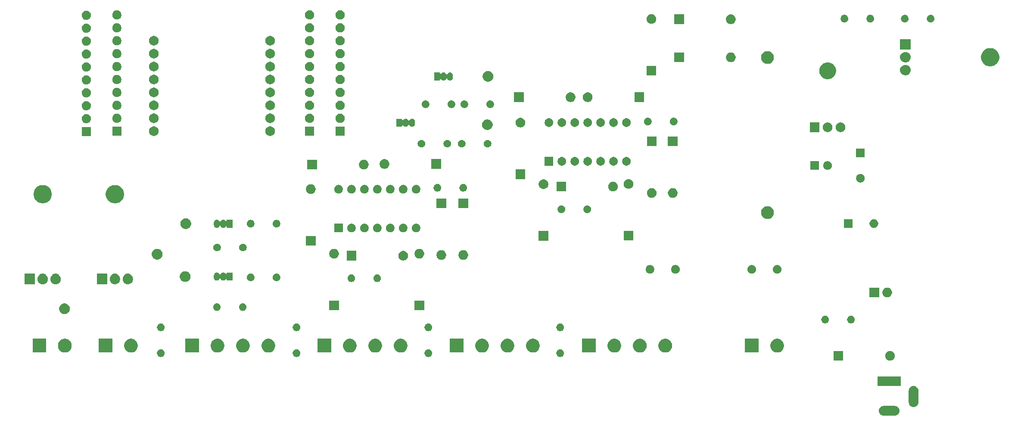
<source format=gbr>
%TF.GenerationSoftware,KiCad,Pcbnew,(5.1.6-0-10_14)*%
%TF.CreationDate,2020-06-01T17:05:25+10:00*%
%TF.ProjectId,Alarm_board_v_1_0,416c6172-6d5f-4626-9f61-72645f765f31,rev?*%
%TF.SameCoordinates,Original*%
%TF.FileFunction,Soldermask,Bot*%
%TF.FilePolarity,Negative*%
%FSLAX46Y46*%
G04 Gerber Fmt 4.6, Leading zero omitted, Abs format (unit mm)*
G04 Created by KiCad (PCBNEW (5.1.6-0-10_14)) date 2020-06-01 17:05:25*
%MOMM*%
%LPD*%
G01*
G04 APERTURE LIST*
%ADD10C,0.100000*%
G04 APERTURE END LIST*
D10*
G36*
X215286425Y-151862760D02*
G01*
X215286428Y-151862761D01*
X215286429Y-151862761D01*
X215465693Y-151917140D01*
X215465696Y-151917142D01*
X215465697Y-151917142D01*
X215630903Y-152005446D01*
X215775712Y-152124288D01*
X215894554Y-152269097D01*
X215982858Y-152434303D01*
X215982860Y-152434307D01*
X216037239Y-152613571D01*
X216037240Y-152613575D01*
X216055601Y-152800000D01*
X216037240Y-152986425D01*
X216037239Y-152986428D01*
X216037239Y-152986429D01*
X215982860Y-153165693D01*
X215982858Y-153165696D01*
X215982858Y-153165697D01*
X215894554Y-153330903D01*
X215775712Y-153475712D01*
X215630903Y-153594554D01*
X215465697Y-153682858D01*
X215465693Y-153682860D01*
X215286429Y-153737239D01*
X215286428Y-153737239D01*
X215286425Y-153737240D01*
X215146718Y-153751000D01*
X212853282Y-153751000D01*
X212713575Y-153737240D01*
X212713572Y-153737239D01*
X212713571Y-153737239D01*
X212534307Y-153682860D01*
X212534303Y-153682858D01*
X212369097Y-153594554D01*
X212224288Y-153475712D01*
X212105446Y-153330903D01*
X212017142Y-153165697D01*
X212017142Y-153165696D01*
X212017140Y-153165693D01*
X211962761Y-152986429D01*
X211962761Y-152986428D01*
X211962760Y-152986425D01*
X211944399Y-152800000D01*
X211962760Y-152613575D01*
X211962761Y-152613571D01*
X212017140Y-152434307D01*
X212017142Y-152434303D01*
X212105446Y-152269097D01*
X212224288Y-152124288D01*
X212369097Y-152005446D01*
X212534303Y-151917142D01*
X212534304Y-151917142D01*
X212534307Y-151917140D01*
X212713571Y-151862761D01*
X212713572Y-151862761D01*
X212713575Y-151862760D01*
X212853282Y-151849000D01*
X215146718Y-151849000D01*
X215286425Y-151862760D01*
G37*
G36*
X218986424Y-147962760D02*
G01*
X218986427Y-147962761D01*
X218986428Y-147962761D01*
X219165692Y-148017140D01*
X219165695Y-148017142D01*
X219165696Y-148017142D01*
X219330903Y-148105446D01*
X219475712Y-148224288D01*
X219594554Y-148369097D01*
X219682858Y-148534303D01*
X219682860Y-148534307D01*
X219682860Y-148534308D01*
X219737240Y-148713575D01*
X219751000Y-148853282D01*
X219751000Y-151146718D01*
X219737240Y-151286425D01*
X219737239Y-151286428D01*
X219737239Y-151286429D01*
X219682860Y-151465693D01*
X219682858Y-151465696D01*
X219682858Y-151465697D01*
X219594554Y-151630903D01*
X219475712Y-151775712D01*
X219330903Y-151894554D01*
X219165697Y-151982858D01*
X219165693Y-151982860D01*
X218986429Y-152037239D01*
X218986428Y-152037239D01*
X218986425Y-152037240D01*
X218800000Y-152055601D01*
X218613576Y-152037240D01*
X218613573Y-152037239D01*
X218613572Y-152037239D01*
X218434308Y-151982860D01*
X218434304Y-151982858D01*
X218269098Y-151894554D01*
X218124289Y-151775712D01*
X218005447Y-151630903D01*
X217917143Y-151465697D01*
X217917143Y-151465696D01*
X217917141Y-151465693D01*
X217862762Y-151286429D01*
X217862762Y-151286428D01*
X217862761Y-151286425D01*
X217849001Y-151146718D01*
X217849000Y-148853283D01*
X217862760Y-148713576D01*
X217862761Y-148713572D01*
X217917140Y-148534308D01*
X217917143Y-148534303D01*
X218005446Y-148369097D01*
X218124288Y-148224288D01*
X218269097Y-148105446D01*
X218434303Y-148017142D01*
X218434304Y-148017142D01*
X218434307Y-148017140D01*
X218613571Y-147962761D01*
X218613572Y-147962761D01*
X218613575Y-147962760D01*
X218800000Y-147944399D01*
X218986424Y-147962760D01*
G37*
G36*
X216251000Y-147951000D02*
G01*
X211749000Y-147951000D01*
X211749000Y-146049000D01*
X216251000Y-146049000D01*
X216251000Y-147951000D01*
G37*
G36*
X204951000Y-142951000D02*
G01*
X203049000Y-142951000D01*
X203049000Y-141049000D01*
X204951000Y-141049000D01*
X204951000Y-142951000D01*
G37*
G36*
X214437395Y-141085546D02*
G01*
X214610466Y-141157234D01*
X214610467Y-141157235D01*
X214766227Y-141261310D01*
X214898690Y-141393773D01*
X214898691Y-141393775D01*
X215002766Y-141549534D01*
X215074454Y-141722605D01*
X215111000Y-141906333D01*
X215111000Y-142093667D01*
X215074454Y-142277395D01*
X215002766Y-142450466D01*
X215002765Y-142450467D01*
X214898690Y-142606227D01*
X214766227Y-142738690D01*
X214687818Y-142791081D01*
X214610466Y-142842766D01*
X214437395Y-142914454D01*
X214253667Y-142951000D01*
X214066333Y-142951000D01*
X213882605Y-142914454D01*
X213709534Y-142842766D01*
X213632182Y-142791081D01*
X213553773Y-142738690D01*
X213421310Y-142606227D01*
X213317235Y-142450467D01*
X213317234Y-142450466D01*
X213245546Y-142277395D01*
X213209000Y-142093667D01*
X213209000Y-141906333D01*
X213245546Y-141722605D01*
X213317234Y-141549534D01*
X213421309Y-141393775D01*
X213421310Y-141393773D01*
X213553773Y-141261310D01*
X213709533Y-141157235D01*
X213709534Y-141157234D01*
X213882605Y-141085546D01*
X214066333Y-141049000D01*
X214253667Y-141049000D01*
X214437395Y-141085546D01*
G37*
G36*
X97755059Y-140755860D02*
G01*
X97891732Y-140812472D01*
X98014735Y-140894660D01*
X98119340Y-140999265D01*
X98201528Y-141122268D01*
X98201529Y-141122270D01*
X98216012Y-141157235D01*
X98258140Y-141258941D01*
X98287000Y-141404033D01*
X98287000Y-141551967D01*
X98258140Y-141697059D01*
X98201528Y-141833732D01*
X98119340Y-141956735D01*
X98014735Y-142061340D01*
X97891732Y-142143528D01*
X97891731Y-142143529D01*
X97891730Y-142143529D01*
X97755059Y-142200140D01*
X97609968Y-142229000D01*
X97462032Y-142229000D01*
X97316941Y-142200140D01*
X97180270Y-142143529D01*
X97180269Y-142143529D01*
X97180268Y-142143528D01*
X97057265Y-142061340D01*
X96952660Y-141956735D01*
X96870472Y-141833732D01*
X96813860Y-141697059D01*
X96785000Y-141551967D01*
X96785000Y-141404033D01*
X96813860Y-141258941D01*
X96855988Y-141157235D01*
X96870471Y-141122270D01*
X96870472Y-141122268D01*
X96952660Y-140999265D01*
X97057265Y-140894660D01*
X97180268Y-140812472D01*
X97316941Y-140755860D01*
X97462032Y-140727000D01*
X97609968Y-140727000D01*
X97755059Y-140755860D01*
G37*
G36*
X71085059Y-140755860D02*
G01*
X71221732Y-140812472D01*
X71344735Y-140894660D01*
X71449340Y-140999265D01*
X71531528Y-141122268D01*
X71531529Y-141122270D01*
X71546012Y-141157235D01*
X71588140Y-141258941D01*
X71617000Y-141404033D01*
X71617000Y-141551967D01*
X71588140Y-141697059D01*
X71531528Y-141833732D01*
X71449340Y-141956735D01*
X71344735Y-142061340D01*
X71221732Y-142143528D01*
X71221731Y-142143529D01*
X71221730Y-142143529D01*
X71085059Y-142200140D01*
X70939968Y-142229000D01*
X70792032Y-142229000D01*
X70646941Y-142200140D01*
X70510270Y-142143529D01*
X70510269Y-142143529D01*
X70510268Y-142143528D01*
X70387265Y-142061340D01*
X70282660Y-141956735D01*
X70200472Y-141833732D01*
X70143860Y-141697059D01*
X70115000Y-141551967D01*
X70115000Y-141404033D01*
X70143860Y-141258941D01*
X70185988Y-141157235D01*
X70200471Y-141122270D01*
X70200472Y-141122268D01*
X70282660Y-140999265D01*
X70387265Y-140894660D01*
X70510268Y-140812472D01*
X70646941Y-140755860D01*
X70792032Y-140727000D01*
X70939968Y-140727000D01*
X71085059Y-140755860D01*
G37*
G36*
X123663059Y-140755860D02*
G01*
X123799732Y-140812472D01*
X123922735Y-140894660D01*
X124027340Y-140999265D01*
X124109528Y-141122268D01*
X124109529Y-141122270D01*
X124124012Y-141157235D01*
X124166140Y-141258941D01*
X124195000Y-141404033D01*
X124195000Y-141551967D01*
X124166140Y-141697059D01*
X124109528Y-141833732D01*
X124027340Y-141956735D01*
X123922735Y-142061340D01*
X123799732Y-142143528D01*
X123799731Y-142143529D01*
X123799730Y-142143529D01*
X123663059Y-142200140D01*
X123517968Y-142229000D01*
X123370032Y-142229000D01*
X123224941Y-142200140D01*
X123088270Y-142143529D01*
X123088269Y-142143529D01*
X123088268Y-142143528D01*
X122965265Y-142061340D01*
X122860660Y-141956735D01*
X122778472Y-141833732D01*
X122721860Y-141697059D01*
X122693000Y-141551967D01*
X122693000Y-141404033D01*
X122721860Y-141258941D01*
X122763988Y-141157235D01*
X122778471Y-141122270D01*
X122778472Y-141122268D01*
X122860660Y-140999265D01*
X122965265Y-140894660D01*
X123088268Y-140812472D01*
X123224941Y-140755860D01*
X123370032Y-140727000D01*
X123517968Y-140727000D01*
X123663059Y-140755860D01*
G37*
G36*
X149571059Y-140755860D02*
G01*
X149707732Y-140812472D01*
X149830735Y-140894660D01*
X149935340Y-140999265D01*
X150017528Y-141122268D01*
X150017529Y-141122270D01*
X150032012Y-141157235D01*
X150074140Y-141258941D01*
X150103000Y-141404033D01*
X150103000Y-141551967D01*
X150074140Y-141697059D01*
X150017528Y-141833732D01*
X149935340Y-141956735D01*
X149830735Y-142061340D01*
X149707732Y-142143528D01*
X149707731Y-142143529D01*
X149707730Y-142143529D01*
X149571059Y-142200140D01*
X149425968Y-142229000D01*
X149278032Y-142229000D01*
X149132941Y-142200140D01*
X148996270Y-142143529D01*
X148996269Y-142143529D01*
X148996268Y-142143528D01*
X148873265Y-142061340D01*
X148768660Y-141956735D01*
X148686472Y-141833732D01*
X148629860Y-141697059D01*
X148601000Y-141551967D01*
X148601000Y-141404033D01*
X148629860Y-141258941D01*
X148671988Y-141157235D01*
X148686471Y-141122270D01*
X148686472Y-141122268D01*
X148768660Y-140999265D01*
X148873265Y-140894660D01*
X148996268Y-140812472D01*
X149132941Y-140755860D01*
X149278032Y-140727000D01*
X149425968Y-140727000D01*
X149571059Y-140755860D01*
G37*
G36*
X130351000Y-141351000D02*
G01*
X127649000Y-141351000D01*
X127649000Y-138649000D01*
X130351000Y-138649000D01*
X130351000Y-141351000D01*
G37*
G36*
X118394072Y-138700918D02*
G01*
X118639939Y-138802759D01*
X118861212Y-138950610D01*
X119049390Y-139138788D01*
X119197241Y-139360061D01*
X119299082Y-139605928D01*
X119351000Y-139866938D01*
X119351000Y-140133062D01*
X119299082Y-140394072D01*
X119197241Y-140639939D01*
X119049390Y-140861212D01*
X118861212Y-141049390D01*
X118639939Y-141197241D01*
X118639938Y-141197242D01*
X118639937Y-141197242D01*
X118394072Y-141299082D01*
X118133063Y-141351000D01*
X117866937Y-141351000D01*
X117605928Y-141299082D01*
X117360063Y-141197242D01*
X117360062Y-141197242D01*
X117360061Y-141197241D01*
X117138788Y-141049390D01*
X116950610Y-140861212D01*
X116802759Y-140639939D01*
X116700918Y-140394072D01*
X116649000Y-140133062D01*
X116649000Y-139866938D01*
X116700918Y-139605928D01*
X116802759Y-139360061D01*
X116950610Y-139138788D01*
X117138788Y-138950610D01*
X117360061Y-138802759D01*
X117605928Y-138700918D01*
X117866937Y-138649000D01*
X118133063Y-138649000D01*
X118394072Y-138700918D01*
G37*
G36*
X113394072Y-138700918D02*
G01*
X113639939Y-138802759D01*
X113861212Y-138950610D01*
X114049390Y-139138788D01*
X114197241Y-139360061D01*
X114299082Y-139605928D01*
X114351000Y-139866938D01*
X114351000Y-140133062D01*
X114299082Y-140394072D01*
X114197241Y-140639939D01*
X114049390Y-140861212D01*
X113861212Y-141049390D01*
X113639939Y-141197241D01*
X113639938Y-141197242D01*
X113639937Y-141197242D01*
X113394072Y-141299082D01*
X113133063Y-141351000D01*
X112866937Y-141351000D01*
X112605928Y-141299082D01*
X112360063Y-141197242D01*
X112360062Y-141197242D01*
X112360061Y-141197241D01*
X112138788Y-141049390D01*
X111950610Y-140861212D01*
X111802759Y-140639939D01*
X111700918Y-140394072D01*
X111649000Y-140133062D01*
X111649000Y-139866938D01*
X111700918Y-139605928D01*
X111802759Y-139360061D01*
X111950610Y-139138788D01*
X112138788Y-138950610D01*
X112360061Y-138802759D01*
X112605928Y-138700918D01*
X112866937Y-138649000D01*
X113133063Y-138649000D01*
X113394072Y-138700918D01*
G37*
G36*
X108394072Y-138700918D02*
G01*
X108639939Y-138802759D01*
X108861212Y-138950610D01*
X109049390Y-139138788D01*
X109197241Y-139360061D01*
X109299082Y-139605928D01*
X109351000Y-139866938D01*
X109351000Y-140133062D01*
X109299082Y-140394072D01*
X109197241Y-140639939D01*
X109049390Y-140861212D01*
X108861212Y-141049390D01*
X108639939Y-141197241D01*
X108639938Y-141197242D01*
X108639937Y-141197242D01*
X108394072Y-141299082D01*
X108133063Y-141351000D01*
X107866937Y-141351000D01*
X107605928Y-141299082D01*
X107360063Y-141197242D01*
X107360062Y-141197242D01*
X107360061Y-141197241D01*
X107138788Y-141049390D01*
X106950610Y-140861212D01*
X106802759Y-140639939D01*
X106700918Y-140394072D01*
X106649000Y-140133062D01*
X106649000Y-139866938D01*
X106700918Y-139605928D01*
X106802759Y-139360061D01*
X106950610Y-139138788D01*
X107138788Y-138950610D01*
X107360061Y-138802759D01*
X107605928Y-138700918D01*
X107866937Y-138649000D01*
X108133063Y-138649000D01*
X108394072Y-138700918D01*
G37*
G36*
X104351000Y-141351000D02*
G01*
X101649000Y-141351000D01*
X101649000Y-138649000D01*
X104351000Y-138649000D01*
X104351000Y-141351000D01*
G37*
G36*
X92394072Y-138700918D02*
G01*
X92639939Y-138802759D01*
X92861212Y-138950610D01*
X93049390Y-139138788D01*
X93197241Y-139360061D01*
X93299082Y-139605928D01*
X93351000Y-139866938D01*
X93351000Y-140133062D01*
X93299082Y-140394072D01*
X93197241Y-140639939D01*
X93049390Y-140861212D01*
X92861212Y-141049390D01*
X92639939Y-141197241D01*
X92639938Y-141197242D01*
X92639937Y-141197242D01*
X92394072Y-141299082D01*
X92133063Y-141351000D01*
X91866937Y-141351000D01*
X91605928Y-141299082D01*
X91360063Y-141197242D01*
X91360062Y-141197242D01*
X91360061Y-141197241D01*
X91138788Y-141049390D01*
X90950610Y-140861212D01*
X90802759Y-140639939D01*
X90700918Y-140394072D01*
X90649000Y-140133062D01*
X90649000Y-139866938D01*
X90700918Y-139605928D01*
X90802759Y-139360061D01*
X90950610Y-139138788D01*
X91138788Y-138950610D01*
X91360061Y-138802759D01*
X91605928Y-138700918D01*
X91866937Y-138649000D01*
X92133063Y-138649000D01*
X92394072Y-138700918D01*
G37*
G36*
X87394072Y-138700918D02*
G01*
X87639939Y-138802759D01*
X87861212Y-138950610D01*
X88049390Y-139138788D01*
X88197241Y-139360061D01*
X88299082Y-139605928D01*
X88351000Y-139866938D01*
X88351000Y-140133062D01*
X88299082Y-140394072D01*
X88197241Y-140639939D01*
X88049390Y-140861212D01*
X87861212Y-141049390D01*
X87639939Y-141197241D01*
X87639938Y-141197242D01*
X87639937Y-141197242D01*
X87394072Y-141299082D01*
X87133063Y-141351000D01*
X86866937Y-141351000D01*
X86605928Y-141299082D01*
X86360063Y-141197242D01*
X86360062Y-141197242D01*
X86360061Y-141197241D01*
X86138788Y-141049390D01*
X85950610Y-140861212D01*
X85802759Y-140639939D01*
X85700918Y-140394072D01*
X85649000Y-140133062D01*
X85649000Y-139866938D01*
X85700918Y-139605928D01*
X85802759Y-139360061D01*
X85950610Y-139138788D01*
X86138788Y-138950610D01*
X86360061Y-138802759D01*
X86605928Y-138700918D01*
X86866937Y-138649000D01*
X87133063Y-138649000D01*
X87394072Y-138700918D01*
G37*
G36*
X82394072Y-138700918D02*
G01*
X82639939Y-138802759D01*
X82861212Y-138950610D01*
X83049390Y-139138788D01*
X83197241Y-139360061D01*
X83299082Y-139605928D01*
X83351000Y-139866938D01*
X83351000Y-140133062D01*
X83299082Y-140394072D01*
X83197241Y-140639939D01*
X83049390Y-140861212D01*
X82861212Y-141049390D01*
X82639939Y-141197241D01*
X82639938Y-141197242D01*
X82639937Y-141197242D01*
X82394072Y-141299082D01*
X82133063Y-141351000D01*
X81866937Y-141351000D01*
X81605928Y-141299082D01*
X81360063Y-141197242D01*
X81360062Y-141197242D01*
X81360061Y-141197241D01*
X81138788Y-141049390D01*
X80950610Y-140861212D01*
X80802759Y-140639939D01*
X80700918Y-140394072D01*
X80649000Y-140133062D01*
X80649000Y-139866938D01*
X80700918Y-139605928D01*
X80802759Y-139360061D01*
X80950610Y-139138788D01*
X81138788Y-138950610D01*
X81360061Y-138802759D01*
X81605928Y-138700918D01*
X81866937Y-138649000D01*
X82133063Y-138649000D01*
X82394072Y-138700918D01*
G37*
G36*
X78351000Y-141351000D02*
G01*
X75649000Y-141351000D01*
X75649000Y-138649000D01*
X78351000Y-138649000D01*
X78351000Y-141351000D01*
G37*
G36*
X65394072Y-138700918D02*
G01*
X65639939Y-138802759D01*
X65861212Y-138950610D01*
X66049390Y-139138788D01*
X66197241Y-139360061D01*
X66299082Y-139605928D01*
X66351000Y-139866938D01*
X66351000Y-140133062D01*
X66299082Y-140394072D01*
X66197241Y-140639939D01*
X66049390Y-140861212D01*
X65861212Y-141049390D01*
X65639939Y-141197241D01*
X65639938Y-141197242D01*
X65639937Y-141197242D01*
X65394072Y-141299082D01*
X65133063Y-141351000D01*
X64866937Y-141351000D01*
X64605928Y-141299082D01*
X64360063Y-141197242D01*
X64360062Y-141197242D01*
X64360061Y-141197241D01*
X64138788Y-141049390D01*
X63950610Y-140861212D01*
X63802759Y-140639939D01*
X63700918Y-140394072D01*
X63649000Y-140133062D01*
X63649000Y-139866938D01*
X63700918Y-139605928D01*
X63802759Y-139360061D01*
X63950610Y-139138788D01*
X64138788Y-138950610D01*
X64360061Y-138802759D01*
X64605928Y-138700918D01*
X64866937Y-138649000D01*
X65133063Y-138649000D01*
X65394072Y-138700918D01*
G37*
G36*
X61351000Y-141351000D02*
G01*
X58649000Y-141351000D01*
X58649000Y-138649000D01*
X61351000Y-138649000D01*
X61351000Y-141351000D01*
G37*
G36*
X52394072Y-138700918D02*
G01*
X52639939Y-138802759D01*
X52861212Y-138950610D01*
X53049390Y-139138788D01*
X53197241Y-139360061D01*
X53299082Y-139605928D01*
X53351000Y-139866938D01*
X53351000Y-140133062D01*
X53299082Y-140394072D01*
X53197241Y-140639939D01*
X53049390Y-140861212D01*
X52861212Y-141049390D01*
X52639939Y-141197241D01*
X52639938Y-141197242D01*
X52639937Y-141197242D01*
X52394072Y-141299082D01*
X52133063Y-141351000D01*
X51866937Y-141351000D01*
X51605928Y-141299082D01*
X51360063Y-141197242D01*
X51360062Y-141197242D01*
X51360061Y-141197241D01*
X51138788Y-141049390D01*
X50950610Y-140861212D01*
X50802759Y-140639939D01*
X50700918Y-140394072D01*
X50649000Y-140133062D01*
X50649000Y-139866938D01*
X50700918Y-139605928D01*
X50802759Y-139360061D01*
X50950610Y-139138788D01*
X51138788Y-138950610D01*
X51360061Y-138802759D01*
X51605928Y-138700918D01*
X51866937Y-138649000D01*
X52133063Y-138649000D01*
X52394072Y-138700918D01*
G37*
G36*
X48351000Y-141351000D02*
G01*
X45649000Y-141351000D01*
X45649000Y-138649000D01*
X48351000Y-138649000D01*
X48351000Y-141351000D01*
G37*
G36*
X170394072Y-138700918D02*
G01*
X170639939Y-138802759D01*
X170861212Y-138950610D01*
X171049390Y-139138788D01*
X171197241Y-139360061D01*
X171299082Y-139605928D01*
X171351000Y-139866938D01*
X171351000Y-140133062D01*
X171299082Y-140394072D01*
X171197241Y-140639939D01*
X171049390Y-140861212D01*
X170861212Y-141049390D01*
X170639939Y-141197241D01*
X170639938Y-141197242D01*
X170639937Y-141197242D01*
X170394072Y-141299082D01*
X170133063Y-141351000D01*
X169866937Y-141351000D01*
X169605928Y-141299082D01*
X169360063Y-141197242D01*
X169360062Y-141197242D01*
X169360061Y-141197241D01*
X169138788Y-141049390D01*
X168950610Y-140861212D01*
X168802759Y-140639939D01*
X168700918Y-140394072D01*
X168649000Y-140133062D01*
X168649000Y-139866938D01*
X168700918Y-139605928D01*
X168802759Y-139360061D01*
X168950610Y-139138788D01*
X169138788Y-138950610D01*
X169360061Y-138802759D01*
X169605928Y-138700918D01*
X169866937Y-138649000D01*
X170133063Y-138649000D01*
X170394072Y-138700918D01*
G37*
G36*
X165394072Y-138700918D02*
G01*
X165639939Y-138802759D01*
X165861212Y-138950610D01*
X166049390Y-139138788D01*
X166197241Y-139360061D01*
X166299082Y-139605928D01*
X166351000Y-139866938D01*
X166351000Y-140133062D01*
X166299082Y-140394072D01*
X166197241Y-140639939D01*
X166049390Y-140861212D01*
X165861212Y-141049390D01*
X165639939Y-141197241D01*
X165639938Y-141197242D01*
X165639937Y-141197242D01*
X165394072Y-141299082D01*
X165133063Y-141351000D01*
X164866937Y-141351000D01*
X164605928Y-141299082D01*
X164360063Y-141197242D01*
X164360062Y-141197242D01*
X164360061Y-141197241D01*
X164138788Y-141049390D01*
X163950610Y-140861212D01*
X163802759Y-140639939D01*
X163700918Y-140394072D01*
X163649000Y-140133062D01*
X163649000Y-139866938D01*
X163700918Y-139605928D01*
X163802759Y-139360061D01*
X163950610Y-139138788D01*
X164138788Y-138950610D01*
X164360061Y-138802759D01*
X164605928Y-138700918D01*
X164866937Y-138649000D01*
X165133063Y-138649000D01*
X165394072Y-138700918D01*
G37*
G36*
X160394072Y-138700918D02*
G01*
X160639939Y-138802759D01*
X160861212Y-138950610D01*
X161049390Y-139138788D01*
X161197241Y-139360061D01*
X161299082Y-139605928D01*
X161351000Y-139866938D01*
X161351000Y-140133062D01*
X161299082Y-140394072D01*
X161197241Y-140639939D01*
X161049390Y-140861212D01*
X160861212Y-141049390D01*
X160639939Y-141197241D01*
X160639938Y-141197242D01*
X160639937Y-141197242D01*
X160394072Y-141299082D01*
X160133063Y-141351000D01*
X159866937Y-141351000D01*
X159605928Y-141299082D01*
X159360063Y-141197242D01*
X159360062Y-141197242D01*
X159360061Y-141197241D01*
X159138788Y-141049390D01*
X158950610Y-140861212D01*
X158802759Y-140639939D01*
X158700918Y-140394072D01*
X158649000Y-140133062D01*
X158649000Y-139866938D01*
X158700918Y-139605928D01*
X158802759Y-139360061D01*
X158950610Y-139138788D01*
X159138788Y-138950610D01*
X159360061Y-138802759D01*
X159605928Y-138700918D01*
X159866937Y-138649000D01*
X160133063Y-138649000D01*
X160394072Y-138700918D01*
G37*
G36*
X156351000Y-141351000D02*
G01*
X153649000Y-141351000D01*
X153649000Y-138649000D01*
X156351000Y-138649000D01*
X156351000Y-141351000D01*
G37*
G36*
X144394072Y-138700918D02*
G01*
X144639939Y-138802759D01*
X144861212Y-138950610D01*
X145049390Y-139138788D01*
X145197241Y-139360061D01*
X145299082Y-139605928D01*
X145351000Y-139866938D01*
X145351000Y-140133062D01*
X145299082Y-140394072D01*
X145197241Y-140639939D01*
X145049390Y-140861212D01*
X144861212Y-141049390D01*
X144639939Y-141197241D01*
X144639938Y-141197242D01*
X144639937Y-141197242D01*
X144394072Y-141299082D01*
X144133063Y-141351000D01*
X143866937Y-141351000D01*
X143605928Y-141299082D01*
X143360063Y-141197242D01*
X143360062Y-141197242D01*
X143360061Y-141197241D01*
X143138788Y-141049390D01*
X142950610Y-140861212D01*
X142802759Y-140639939D01*
X142700918Y-140394072D01*
X142649000Y-140133062D01*
X142649000Y-139866938D01*
X142700918Y-139605928D01*
X142802759Y-139360061D01*
X142950610Y-139138788D01*
X143138788Y-138950610D01*
X143360061Y-138802759D01*
X143605928Y-138700918D01*
X143866937Y-138649000D01*
X144133063Y-138649000D01*
X144394072Y-138700918D01*
G37*
G36*
X139394072Y-138700918D02*
G01*
X139639939Y-138802759D01*
X139861212Y-138950610D01*
X140049390Y-139138788D01*
X140197241Y-139360061D01*
X140299082Y-139605928D01*
X140351000Y-139866938D01*
X140351000Y-140133062D01*
X140299082Y-140394072D01*
X140197241Y-140639939D01*
X140049390Y-140861212D01*
X139861212Y-141049390D01*
X139639939Y-141197241D01*
X139639938Y-141197242D01*
X139639937Y-141197242D01*
X139394072Y-141299082D01*
X139133063Y-141351000D01*
X138866937Y-141351000D01*
X138605928Y-141299082D01*
X138360063Y-141197242D01*
X138360062Y-141197242D01*
X138360061Y-141197241D01*
X138138788Y-141049390D01*
X137950610Y-140861212D01*
X137802759Y-140639939D01*
X137700918Y-140394072D01*
X137649000Y-140133062D01*
X137649000Y-139866938D01*
X137700918Y-139605928D01*
X137802759Y-139360061D01*
X137950610Y-139138788D01*
X138138788Y-138950610D01*
X138360061Y-138802759D01*
X138605928Y-138700918D01*
X138866937Y-138649000D01*
X139133063Y-138649000D01*
X139394072Y-138700918D01*
G37*
G36*
X134394072Y-138700918D02*
G01*
X134639939Y-138802759D01*
X134861212Y-138950610D01*
X135049390Y-139138788D01*
X135197241Y-139360061D01*
X135299082Y-139605928D01*
X135351000Y-139866938D01*
X135351000Y-140133062D01*
X135299082Y-140394072D01*
X135197241Y-140639939D01*
X135049390Y-140861212D01*
X134861212Y-141049390D01*
X134639939Y-141197241D01*
X134639938Y-141197242D01*
X134639937Y-141197242D01*
X134394072Y-141299082D01*
X134133063Y-141351000D01*
X133866937Y-141351000D01*
X133605928Y-141299082D01*
X133360063Y-141197242D01*
X133360062Y-141197242D01*
X133360061Y-141197241D01*
X133138788Y-141049390D01*
X132950610Y-140861212D01*
X132802759Y-140639939D01*
X132700918Y-140394072D01*
X132649000Y-140133062D01*
X132649000Y-139866938D01*
X132700918Y-139605928D01*
X132802759Y-139360061D01*
X132950610Y-139138788D01*
X133138788Y-138950610D01*
X133360061Y-138802759D01*
X133605928Y-138700918D01*
X133866937Y-138649000D01*
X134133063Y-138649000D01*
X134394072Y-138700918D01*
G37*
G36*
X192394072Y-138700918D02*
G01*
X192639939Y-138802759D01*
X192861212Y-138950610D01*
X193049390Y-139138788D01*
X193197241Y-139360061D01*
X193299082Y-139605928D01*
X193351000Y-139866938D01*
X193351000Y-140133062D01*
X193299082Y-140394072D01*
X193197241Y-140639939D01*
X193049390Y-140861212D01*
X192861212Y-141049390D01*
X192639939Y-141197241D01*
X192639938Y-141197242D01*
X192639937Y-141197242D01*
X192394072Y-141299082D01*
X192133063Y-141351000D01*
X191866937Y-141351000D01*
X191605928Y-141299082D01*
X191360063Y-141197242D01*
X191360062Y-141197242D01*
X191360061Y-141197241D01*
X191138788Y-141049390D01*
X190950610Y-140861212D01*
X190802759Y-140639939D01*
X190700918Y-140394072D01*
X190649000Y-140133062D01*
X190649000Y-139866938D01*
X190700918Y-139605928D01*
X190802759Y-139360061D01*
X190950610Y-139138788D01*
X191138788Y-138950610D01*
X191360061Y-138802759D01*
X191605928Y-138700918D01*
X191866937Y-138649000D01*
X192133063Y-138649000D01*
X192394072Y-138700918D01*
G37*
G36*
X188351000Y-141351000D02*
G01*
X185649000Y-141351000D01*
X185649000Y-138649000D01*
X188351000Y-138649000D01*
X188351000Y-141351000D01*
G37*
G36*
X71085059Y-135675860D02*
G01*
X71221732Y-135732472D01*
X71344735Y-135814660D01*
X71449340Y-135919265D01*
X71531528Y-136042268D01*
X71588140Y-136178941D01*
X71617000Y-136324033D01*
X71617000Y-136471967D01*
X71588140Y-136617059D01*
X71531528Y-136753732D01*
X71449340Y-136876735D01*
X71344735Y-136981340D01*
X71221732Y-137063528D01*
X71221731Y-137063529D01*
X71221730Y-137063529D01*
X71085059Y-137120140D01*
X70939968Y-137149000D01*
X70792032Y-137149000D01*
X70646941Y-137120140D01*
X70510270Y-137063529D01*
X70510269Y-137063529D01*
X70510268Y-137063528D01*
X70387265Y-136981340D01*
X70282660Y-136876735D01*
X70200472Y-136753732D01*
X70143860Y-136617059D01*
X70115000Y-136471967D01*
X70115000Y-136324033D01*
X70143860Y-136178941D01*
X70200472Y-136042268D01*
X70282660Y-135919265D01*
X70387265Y-135814660D01*
X70510268Y-135732472D01*
X70646941Y-135675860D01*
X70792032Y-135647000D01*
X70939968Y-135647000D01*
X71085059Y-135675860D01*
G37*
G36*
X149571059Y-135675860D02*
G01*
X149707732Y-135732472D01*
X149830735Y-135814660D01*
X149935340Y-135919265D01*
X150017528Y-136042268D01*
X150074140Y-136178941D01*
X150103000Y-136324033D01*
X150103000Y-136471967D01*
X150074140Y-136617059D01*
X150017528Y-136753732D01*
X149935340Y-136876735D01*
X149830735Y-136981340D01*
X149707732Y-137063528D01*
X149707731Y-137063529D01*
X149707730Y-137063529D01*
X149571059Y-137120140D01*
X149425968Y-137149000D01*
X149278032Y-137149000D01*
X149132941Y-137120140D01*
X148996270Y-137063529D01*
X148996269Y-137063529D01*
X148996268Y-137063528D01*
X148873265Y-136981340D01*
X148768660Y-136876735D01*
X148686472Y-136753732D01*
X148629860Y-136617059D01*
X148601000Y-136471967D01*
X148601000Y-136324033D01*
X148629860Y-136178941D01*
X148686472Y-136042268D01*
X148768660Y-135919265D01*
X148873265Y-135814660D01*
X148996268Y-135732472D01*
X149132941Y-135675860D01*
X149278032Y-135647000D01*
X149425968Y-135647000D01*
X149571059Y-135675860D01*
G37*
G36*
X123663059Y-135675860D02*
G01*
X123799732Y-135732472D01*
X123922735Y-135814660D01*
X124027340Y-135919265D01*
X124109528Y-136042268D01*
X124166140Y-136178941D01*
X124195000Y-136324033D01*
X124195000Y-136471967D01*
X124166140Y-136617059D01*
X124109528Y-136753732D01*
X124027340Y-136876735D01*
X123922735Y-136981340D01*
X123799732Y-137063528D01*
X123799731Y-137063529D01*
X123799730Y-137063529D01*
X123663059Y-137120140D01*
X123517968Y-137149000D01*
X123370032Y-137149000D01*
X123224941Y-137120140D01*
X123088270Y-137063529D01*
X123088269Y-137063529D01*
X123088268Y-137063528D01*
X122965265Y-136981340D01*
X122860660Y-136876735D01*
X122778472Y-136753732D01*
X122721860Y-136617059D01*
X122693000Y-136471967D01*
X122693000Y-136324033D01*
X122721860Y-136178941D01*
X122778472Y-136042268D01*
X122860660Y-135919265D01*
X122965265Y-135814660D01*
X123088268Y-135732472D01*
X123224941Y-135675860D01*
X123370032Y-135647000D01*
X123517968Y-135647000D01*
X123663059Y-135675860D01*
G37*
G36*
X97755059Y-135675860D02*
G01*
X97891732Y-135732472D01*
X98014735Y-135814660D01*
X98119340Y-135919265D01*
X98201528Y-136042268D01*
X98258140Y-136178941D01*
X98287000Y-136324033D01*
X98287000Y-136471967D01*
X98258140Y-136617059D01*
X98201528Y-136753732D01*
X98119340Y-136876735D01*
X98014735Y-136981340D01*
X97891732Y-137063528D01*
X97891731Y-137063529D01*
X97891730Y-137063529D01*
X97755059Y-137120140D01*
X97609968Y-137149000D01*
X97462032Y-137149000D01*
X97316941Y-137120140D01*
X97180270Y-137063529D01*
X97180269Y-137063529D01*
X97180268Y-137063528D01*
X97057265Y-136981340D01*
X96952660Y-136876735D01*
X96870472Y-136753732D01*
X96813860Y-136617059D01*
X96785000Y-136471967D01*
X96785000Y-136324033D01*
X96813860Y-136178941D01*
X96870472Y-136042268D01*
X96952660Y-135919265D01*
X97057265Y-135814660D01*
X97180268Y-135732472D01*
X97316941Y-135675860D01*
X97462032Y-135647000D01*
X97609968Y-135647000D01*
X97755059Y-135675860D01*
G37*
G36*
X206721059Y-134151860D02*
G01*
X206857732Y-134208472D01*
X206980735Y-134290660D01*
X207085340Y-134395265D01*
X207167528Y-134518268D01*
X207224140Y-134654941D01*
X207253000Y-134800033D01*
X207253000Y-134947967D01*
X207224140Y-135093059D01*
X207167528Y-135229732D01*
X207085340Y-135352735D01*
X206980735Y-135457340D01*
X206857732Y-135539528D01*
X206857731Y-135539529D01*
X206857730Y-135539529D01*
X206721059Y-135596140D01*
X206575968Y-135625000D01*
X206428032Y-135625000D01*
X206282941Y-135596140D01*
X206146270Y-135539529D01*
X206146269Y-135539529D01*
X206146268Y-135539528D01*
X206023265Y-135457340D01*
X205918660Y-135352735D01*
X205836472Y-135229732D01*
X205779860Y-135093059D01*
X205751000Y-134947967D01*
X205751000Y-134800033D01*
X205779860Y-134654941D01*
X205836472Y-134518268D01*
X205918660Y-134395265D01*
X206023265Y-134290660D01*
X206146268Y-134208472D01*
X206282941Y-134151860D01*
X206428032Y-134123000D01*
X206575968Y-134123000D01*
X206721059Y-134151860D01*
G37*
G36*
X201641059Y-134151860D02*
G01*
X201777732Y-134208472D01*
X201900735Y-134290660D01*
X202005340Y-134395265D01*
X202087528Y-134518268D01*
X202144140Y-134654941D01*
X202173000Y-134800033D01*
X202173000Y-134947967D01*
X202144140Y-135093059D01*
X202087528Y-135229732D01*
X202005340Y-135352735D01*
X201900735Y-135457340D01*
X201777732Y-135539528D01*
X201777731Y-135539529D01*
X201777730Y-135539529D01*
X201641059Y-135596140D01*
X201495968Y-135625000D01*
X201348032Y-135625000D01*
X201202941Y-135596140D01*
X201066270Y-135539529D01*
X201066269Y-135539529D01*
X201066268Y-135539528D01*
X200943265Y-135457340D01*
X200838660Y-135352735D01*
X200756472Y-135229732D01*
X200699860Y-135093059D01*
X200671000Y-134947967D01*
X200671000Y-134800033D01*
X200699860Y-134654941D01*
X200756472Y-134518268D01*
X200838660Y-134395265D01*
X200943265Y-134290660D01*
X201066268Y-134208472D01*
X201202941Y-134151860D01*
X201348032Y-134123000D01*
X201495968Y-134123000D01*
X201641059Y-134151860D01*
G37*
G36*
X52224164Y-131729789D02*
G01*
X52415433Y-131809015D01*
X52415435Y-131809016D01*
X52587573Y-131924035D01*
X52733965Y-132070427D01*
X52814624Y-132191141D01*
X52848985Y-132242567D01*
X52928211Y-132433836D01*
X52968600Y-132636884D01*
X52968600Y-132843916D01*
X52928211Y-133046964D01*
X52916296Y-133075729D01*
X52848984Y-133238235D01*
X52733965Y-133410373D01*
X52587573Y-133556765D01*
X52415435Y-133671784D01*
X52415434Y-133671785D01*
X52415433Y-133671785D01*
X52224164Y-133751011D01*
X52021116Y-133791400D01*
X51814084Y-133791400D01*
X51611036Y-133751011D01*
X51419767Y-133671785D01*
X51419766Y-133671785D01*
X51419765Y-133671784D01*
X51247627Y-133556765D01*
X51101235Y-133410373D01*
X50986216Y-133238235D01*
X50918904Y-133075729D01*
X50906989Y-133046964D01*
X50866600Y-132843916D01*
X50866600Y-132636884D01*
X50906989Y-132433836D01*
X50986215Y-132242567D01*
X51020577Y-132191141D01*
X51101235Y-132070427D01*
X51247627Y-131924035D01*
X51419765Y-131809016D01*
X51419767Y-131809015D01*
X51611036Y-131729789D01*
X51814084Y-131689400D01*
X52021116Y-131689400D01*
X52224164Y-131729789D01*
G37*
G36*
X82108659Y-131688060D02*
G01*
X82209402Y-131729789D01*
X82245332Y-131744672D01*
X82368335Y-131826860D01*
X82472940Y-131931465D01*
X82472941Y-131931467D01*
X82555129Y-132054470D01*
X82611740Y-132191141D01*
X82640600Y-132336233D01*
X82640600Y-132484167D01*
X82611740Y-132629259D01*
X82555128Y-132765932D01*
X82472940Y-132888935D01*
X82368335Y-132993540D01*
X82245332Y-133075728D01*
X82245331Y-133075729D01*
X82245330Y-133075729D01*
X82108659Y-133132340D01*
X81963568Y-133161200D01*
X81815632Y-133161200D01*
X81670541Y-133132340D01*
X81533870Y-133075729D01*
X81533869Y-133075729D01*
X81533868Y-133075728D01*
X81410865Y-132993540D01*
X81306260Y-132888935D01*
X81224072Y-132765932D01*
X81167460Y-132629259D01*
X81138600Y-132484167D01*
X81138600Y-132336233D01*
X81167460Y-132191141D01*
X81224071Y-132054470D01*
X81306259Y-131931467D01*
X81306260Y-131931465D01*
X81410865Y-131826860D01*
X81533868Y-131744672D01*
X81569799Y-131729789D01*
X81670541Y-131688060D01*
X81815632Y-131659200D01*
X81963568Y-131659200D01*
X82108659Y-131688060D01*
G37*
G36*
X87188659Y-131688060D02*
G01*
X87289402Y-131729789D01*
X87325332Y-131744672D01*
X87448335Y-131826860D01*
X87552940Y-131931465D01*
X87552941Y-131931467D01*
X87635129Y-132054470D01*
X87691740Y-132191141D01*
X87720600Y-132336233D01*
X87720600Y-132484167D01*
X87691740Y-132629259D01*
X87635128Y-132765932D01*
X87552940Y-132888935D01*
X87448335Y-132993540D01*
X87325332Y-133075728D01*
X87325331Y-133075729D01*
X87325330Y-133075729D01*
X87188659Y-133132340D01*
X87043568Y-133161200D01*
X86895632Y-133161200D01*
X86750541Y-133132340D01*
X86613870Y-133075729D01*
X86613869Y-133075729D01*
X86613868Y-133075728D01*
X86490865Y-132993540D01*
X86386260Y-132888935D01*
X86304072Y-132765932D01*
X86247460Y-132629259D01*
X86218600Y-132484167D01*
X86218600Y-132336233D01*
X86247460Y-132191141D01*
X86304071Y-132054470D01*
X86386259Y-131931467D01*
X86386260Y-131931465D01*
X86490865Y-131826860D01*
X86613868Y-131744672D01*
X86649799Y-131729789D01*
X86750541Y-131688060D01*
X86895632Y-131659200D01*
X87043568Y-131659200D01*
X87188659Y-131688060D01*
G37*
G36*
X105853000Y-133031000D02*
G01*
X103951000Y-133031000D01*
X103951000Y-131129000D01*
X105853000Y-131129000D01*
X105853000Y-133031000D01*
G37*
G36*
X122617000Y-133031000D02*
G01*
X120715000Y-133031000D01*
X120715000Y-131129000D01*
X122617000Y-131129000D01*
X122617000Y-133031000D01*
G37*
G36*
X212025000Y-130491000D02*
G01*
X210123000Y-130491000D01*
X210123000Y-128589000D01*
X212025000Y-128589000D01*
X212025000Y-130491000D01*
G37*
G36*
X213891395Y-128625546D02*
G01*
X214064466Y-128697234D01*
X214064467Y-128697235D01*
X214220227Y-128801310D01*
X214352690Y-128933773D01*
X214352691Y-128933775D01*
X214456766Y-129089534D01*
X214528454Y-129262605D01*
X214565000Y-129446333D01*
X214565000Y-129633667D01*
X214528454Y-129817395D01*
X214456766Y-129990466D01*
X214456765Y-129990467D01*
X214352690Y-130146227D01*
X214220227Y-130278690D01*
X214141818Y-130331081D01*
X214064466Y-130382766D01*
X213891395Y-130454454D01*
X213707667Y-130491000D01*
X213520333Y-130491000D01*
X213336605Y-130454454D01*
X213163534Y-130382766D01*
X213086182Y-130331081D01*
X213007773Y-130278690D01*
X212875310Y-130146227D01*
X212771235Y-129990467D01*
X212771234Y-129990466D01*
X212699546Y-129817395D01*
X212663000Y-129633667D01*
X212663000Y-129446333D01*
X212699546Y-129262605D01*
X212771234Y-129089534D01*
X212875309Y-128933775D01*
X212875310Y-128933773D01*
X213007773Y-128801310D01*
X213163533Y-128697235D01*
X213163534Y-128697234D01*
X213336605Y-128625546D01*
X213520333Y-128589000D01*
X213707667Y-128589000D01*
X213891395Y-128625546D01*
G37*
G36*
X50376719Y-125863520D02*
G01*
X50565880Y-125920901D01*
X50565883Y-125920902D01*
X50621554Y-125950659D01*
X50740212Y-126014083D01*
X50893015Y-126139485D01*
X51018417Y-126292288D01*
X51111599Y-126466619D01*
X51168980Y-126655780D01*
X51183500Y-126803206D01*
X51183500Y-126996793D01*
X51168980Y-127144219D01*
X51112824Y-127329341D01*
X51111598Y-127333383D01*
X51069828Y-127411528D01*
X51018417Y-127507712D01*
X50893015Y-127660515D01*
X50740212Y-127785917D01*
X50565881Y-127879099D01*
X50376720Y-127936480D01*
X50180000Y-127955855D01*
X49983281Y-127936480D01*
X49794120Y-127879099D01*
X49619788Y-127785917D01*
X49466985Y-127660515D01*
X49341583Y-127507712D01*
X49248401Y-127333381D01*
X49191020Y-127144220D01*
X49176500Y-126996794D01*
X49176500Y-126803207D01*
X49191020Y-126655781D01*
X49248401Y-126466620D01*
X49248402Y-126466617D01*
X49330895Y-126312284D01*
X49341583Y-126292288D01*
X49466985Y-126139485D01*
X49619788Y-126014083D01*
X49794119Y-125920901D01*
X49983280Y-125863520D01*
X50180000Y-125844145D01*
X50376719Y-125863520D01*
G37*
G36*
X64576719Y-125863520D02*
G01*
X64765880Y-125920901D01*
X64765883Y-125920902D01*
X64821554Y-125950659D01*
X64940212Y-126014083D01*
X65093015Y-126139485D01*
X65218417Y-126292288D01*
X65311599Y-126466619D01*
X65368980Y-126655780D01*
X65383500Y-126803206D01*
X65383500Y-126996793D01*
X65368980Y-127144219D01*
X65312824Y-127329341D01*
X65311598Y-127333383D01*
X65269828Y-127411528D01*
X65218417Y-127507712D01*
X65093015Y-127660515D01*
X64940212Y-127785917D01*
X64765881Y-127879099D01*
X64576720Y-127936480D01*
X64380000Y-127955855D01*
X64183281Y-127936480D01*
X63994120Y-127879099D01*
X63819788Y-127785917D01*
X63666985Y-127660515D01*
X63541583Y-127507712D01*
X63448401Y-127333381D01*
X63391020Y-127144220D01*
X63376500Y-126996794D01*
X63376500Y-126803207D01*
X63391020Y-126655781D01*
X63448401Y-126466620D01*
X63448402Y-126466617D01*
X63530895Y-126312284D01*
X63541583Y-126292288D01*
X63666985Y-126139485D01*
X63819788Y-126014083D01*
X63994119Y-125920901D01*
X64183280Y-125863520D01*
X64380000Y-125844145D01*
X64576719Y-125863520D01*
G37*
G36*
X47836719Y-125863520D02*
G01*
X48025880Y-125920901D01*
X48025883Y-125920902D01*
X48081554Y-125950659D01*
X48200212Y-126014083D01*
X48353015Y-126139485D01*
X48478417Y-126292288D01*
X48571599Y-126466619D01*
X48628980Y-126655780D01*
X48643500Y-126803206D01*
X48643500Y-126996793D01*
X48628980Y-127144219D01*
X48572824Y-127329341D01*
X48571598Y-127333383D01*
X48529828Y-127411528D01*
X48478417Y-127507712D01*
X48353015Y-127660515D01*
X48200212Y-127785917D01*
X48025881Y-127879099D01*
X47836720Y-127936480D01*
X47640000Y-127955855D01*
X47443281Y-127936480D01*
X47254120Y-127879099D01*
X47079788Y-127785917D01*
X46926985Y-127660515D01*
X46801583Y-127507712D01*
X46708401Y-127333381D01*
X46651020Y-127144220D01*
X46636500Y-126996794D01*
X46636500Y-126803207D01*
X46651020Y-126655781D01*
X46708401Y-126466620D01*
X46708402Y-126466617D01*
X46790895Y-126312284D01*
X46801583Y-126292288D01*
X46926985Y-126139485D01*
X47079788Y-126014083D01*
X47254119Y-125920901D01*
X47443280Y-125863520D01*
X47640000Y-125844145D01*
X47836719Y-125863520D01*
G37*
G36*
X62036719Y-125863520D02*
G01*
X62225880Y-125920901D01*
X62225883Y-125920902D01*
X62281554Y-125950659D01*
X62400212Y-126014083D01*
X62553015Y-126139485D01*
X62678417Y-126292288D01*
X62771599Y-126466619D01*
X62828980Y-126655780D01*
X62843500Y-126803206D01*
X62843500Y-126996793D01*
X62828980Y-127144219D01*
X62772824Y-127329341D01*
X62771598Y-127333383D01*
X62729828Y-127411528D01*
X62678417Y-127507712D01*
X62553015Y-127660515D01*
X62400212Y-127785917D01*
X62225881Y-127879099D01*
X62036720Y-127936480D01*
X61840000Y-127955855D01*
X61643281Y-127936480D01*
X61454120Y-127879099D01*
X61279788Y-127785917D01*
X61126985Y-127660515D01*
X61001583Y-127507712D01*
X60908401Y-127333381D01*
X60851020Y-127144220D01*
X60836500Y-126996794D01*
X60836500Y-126803207D01*
X60851020Y-126655781D01*
X60908401Y-126466620D01*
X60908402Y-126466617D01*
X60990895Y-126312284D01*
X61001583Y-126292288D01*
X61126985Y-126139485D01*
X61279788Y-126014083D01*
X61454119Y-125920901D01*
X61643280Y-125863520D01*
X61840000Y-125844145D01*
X62036719Y-125863520D01*
G37*
G36*
X60303500Y-127951000D02*
G01*
X58296500Y-127951000D01*
X58296500Y-125849000D01*
X60303500Y-125849000D01*
X60303500Y-127951000D01*
G37*
G36*
X46103500Y-127951000D02*
G01*
X44096500Y-127951000D01*
X44096500Y-125849000D01*
X46103500Y-125849000D01*
X46103500Y-127951000D01*
G37*
G36*
X108461776Y-126011352D02*
G01*
X108524659Y-126023860D01*
X108661332Y-126080472D01*
X108784335Y-126162660D01*
X108888940Y-126267265D01*
X108971128Y-126390268D01*
X108971129Y-126390270D01*
X109027740Y-126526941D01*
X109056600Y-126672032D01*
X109056600Y-126819968D01*
X109027740Y-126965059D01*
X108977739Y-127085773D01*
X108971128Y-127101732D01*
X108888940Y-127224735D01*
X108784335Y-127329340D01*
X108661332Y-127411528D01*
X108661331Y-127411529D01*
X108661330Y-127411529D01*
X108524659Y-127468140D01*
X108379568Y-127497000D01*
X108231632Y-127497000D01*
X108086541Y-127468140D01*
X107949870Y-127411529D01*
X107949869Y-127411529D01*
X107949868Y-127411528D01*
X107826865Y-127329340D01*
X107722260Y-127224735D01*
X107640072Y-127101732D01*
X107633462Y-127085773D01*
X107583460Y-126965059D01*
X107554600Y-126819968D01*
X107554600Y-126672032D01*
X107583460Y-126526941D01*
X107640071Y-126390270D01*
X107640072Y-126390268D01*
X107722260Y-126267265D01*
X107826865Y-126162660D01*
X107949868Y-126080472D01*
X108086541Y-126023860D01*
X108149424Y-126011352D01*
X108231632Y-125995000D01*
X108379568Y-125995000D01*
X108461776Y-126011352D01*
G37*
G36*
X113541776Y-126011352D02*
G01*
X113604659Y-126023860D01*
X113741332Y-126080472D01*
X113864335Y-126162660D01*
X113968940Y-126267265D01*
X114051128Y-126390268D01*
X114051129Y-126390270D01*
X114107740Y-126526941D01*
X114136600Y-126672032D01*
X114136600Y-126819968D01*
X114107740Y-126965059D01*
X114057739Y-127085773D01*
X114051128Y-127101732D01*
X113968940Y-127224735D01*
X113864335Y-127329340D01*
X113741332Y-127411528D01*
X113741331Y-127411529D01*
X113741330Y-127411529D01*
X113604659Y-127468140D01*
X113459568Y-127497000D01*
X113311632Y-127497000D01*
X113166541Y-127468140D01*
X113029870Y-127411529D01*
X113029869Y-127411529D01*
X113029868Y-127411528D01*
X112906865Y-127329340D01*
X112802260Y-127224735D01*
X112720072Y-127101732D01*
X112713462Y-127085773D01*
X112663460Y-126965059D01*
X112634600Y-126819968D01*
X112634600Y-126672032D01*
X112663460Y-126526941D01*
X112720071Y-126390270D01*
X112720072Y-126390268D01*
X112802260Y-126267265D01*
X112906865Y-126162660D01*
X113029868Y-126080472D01*
X113166541Y-126023860D01*
X113229424Y-126011352D01*
X113311632Y-125995000D01*
X113459568Y-125995000D01*
X113541776Y-126011352D01*
G37*
G36*
X75947764Y-125405189D02*
G01*
X76139033Y-125484415D01*
X76139035Y-125484416D01*
X76311173Y-125599435D01*
X76457565Y-125745827D01*
X76562944Y-125903537D01*
X76572585Y-125917967D01*
X76651811Y-126109236D01*
X76692200Y-126312284D01*
X76692200Y-126519316D01*
X76651811Y-126722364D01*
X76593851Y-126862291D01*
X76572584Y-126913635D01*
X76457565Y-127085773D01*
X76311173Y-127232165D01*
X76139035Y-127347184D01*
X76139034Y-127347185D01*
X76139033Y-127347185D01*
X75947764Y-127426411D01*
X75744716Y-127466800D01*
X75537684Y-127466800D01*
X75334636Y-127426411D01*
X75143367Y-127347185D01*
X75143366Y-127347185D01*
X75143365Y-127347184D01*
X74971227Y-127232165D01*
X74824835Y-127085773D01*
X74709816Y-126913635D01*
X74688549Y-126862291D01*
X74630589Y-126722364D01*
X74590200Y-126519316D01*
X74590200Y-126312284D01*
X74630589Y-126109236D01*
X74709815Y-125917967D01*
X74719457Y-125903537D01*
X74824835Y-125745827D01*
X74971227Y-125599435D01*
X75143365Y-125484416D01*
X75143367Y-125484415D01*
X75334636Y-125405189D01*
X75537684Y-125364800D01*
X75744716Y-125364800D01*
X75947764Y-125405189D01*
G37*
G36*
X93818059Y-125846060D02*
G01*
X93945281Y-125898757D01*
X93954732Y-125902672D01*
X94077735Y-125984860D01*
X94182340Y-126089465D01*
X94231247Y-126162660D01*
X94264529Y-126212470D01*
X94321140Y-126349141D01*
X94350000Y-126494232D01*
X94350000Y-126642168D01*
X94321140Y-126787259D01*
X94307476Y-126820248D01*
X94264528Y-126923932D01*
X94182340Y-127046935D01*
X94077735Y-127151540D01*
X93954732Y-127233728D01*
X93954731Y-127233729D01*
X93954730Y-127233729D01*
X93818059Y-127290340D01*
X93672968Y-127319200D01*
X93525032Y-127319200D01*
X93379941Y-127290340D01*
X93243270Y-127233729D01*
X93243269Y-127233729D01*
X93243268Y-127233728D01*
X93120265Y-127151540D01*
X93015660Y-127046935D01*
X92933472Y-126923932D01*
X92890525Y-126820248D01*
X92876860Y-126787259D01*
X92848000Y-126642168D01*
X92848000Y-126494232D01*
X92876860Y-126349141D01*
X92933471Y-126212470D01*
X92966753Y-126162660D01*
X93015660Y-126089465D01*
X93120265Y-125984860D01*
X93243268Y-125902672D01*
X93252720Y-125898757D01*
X93379941Y-125846060D01*
X93525032Y-125817200D01*
X93672968Y-125817200D01*
X93818059Y-125846060D01*
G37*
G36*
X88738059Y-125846060D02*
G01*
X88865281Y-125898757D01*
X88874732Y-125902672D01*
X88997735Y-125984860D01*
X89102340Y-126089465D01*
X89151247Y-126162660D01*
X89184529Y-126212470D01*
X89241140Y-126349141D01*
X89270000Y-126494232D01*
X89270000Y-126642168D01*
X89241140Y-126787259D01*
X89227476Y-126820248D01*
X89184528Y-126923932D01*
X89102340Y-127046935D01*
X88997735Y-127151540D01*
X88874732Y-127233728D01*
X88874731Y-127233729D01*
X88874730Y-127233729D01*
X88738059Y-127290340D01*
X88592968Y-127319200D01*
X88445032Y-127319200D01*
X88299941Y-127290340D01*
X88163270Y-127233729D01*
X88163269Y-127233729D01*
X88163268Y-127233728D01*
X88040265Y-127151540D01*
X87935660Y-127046935D01*
X87853472Y-126923932D01*
X87810525Y-126820248D01*
X87796860Y-126787259D01*
X87768000Y-126642168D01*
X87768000Y-126494232D01*
X87796860Y-126349141D01*
X87853471Y-126212470D01*
X87886753Y-126162660D01*
X87935660Y-126089465D01*
X88040265Y-125984860D01*
X88163268Y-125902672D01*
X88172720Y-125898757D01*
X88299941Y-125846060D01*
X88445032Y-125817200D01*
X88592968Y-125817200D01*
X88738059Y-125846060D01*
G37*
G36*
X83247116Y-125623134D02*
G01*
X83355692Y-125656071D01*
X83355695Y-125656072D01*
X83391801Y-125675371D01*
X83455757Y-125709556D01*
X83543464Y-125781536D01*
X83606583Y-125858446D01*
X83623902Y-125875765D01*
X83644277Y-125889379D01*
X83666916Y-125898757D01*
X83690949Y-125903537D01*
X83715453Y-125903537D01*
X83739486Y-125898757D01*
X83762125Y-125889379D01*
X83782499Y-125875766D01*
X83799826Y-125858439D01*
X83813440Y-125838064D01*
X83822818Y-125815425D01*
X83827598Y-125791392D01*
X83828200Y-125779140D01*
X83828200Y-125614800D01*
X84980200Y-125614800D01*
X84980200Y-127216800D01*
X83828200Y-127216800D01*
X83828200Y-127052460D01*
X83825798Y-127028074D01*
X83818685Y-127004625D01*
X83807134Y-126983014D01*
X83791589Y-126964072D01*
X83772647Y-126948527D01*
X83751036Y-126936976D01*
X83727587Y-126929863D01*
X83703201Y-126927461D01*
X83678815Y-126929863D01*
X83655366Y-126936976D01*
X83633755Y-126948527D01*
X83606581Y-126973156D01*
X83543464Y-127050064D01*
X83455756Y-127122044D01*
X83400572Y-127151540D01*
X83355694Y-127175528D01*
X83355691Y-127175529D01*
X83247115Y-127208466D01*
X83134200Y-127219587D01*
X83021284Y-127208466D01*
X82912708Y-127175529D01*
X82912705Y-127175528D01*
X82867827Y-127151540D01*
X82812643Y-127122044D01*
X82724936Y-127050064D01*
X82652956Y-126962356D01*
X82609439Y-126880940D01*
X82595825Y-126860566D01*
X82578498Y-126843239D01*
X82558124Y-126829625D01*
X82535485Y-126820248D01*
X82511451Y-126815468D01*
X82486947Y-126815468D01*
X82462914Y-126820249D01*
X82440275Y-126829626D01*
X82419901Y-126843240D01*
X82402574Y-126860567D01*
X82388962Y-126880940D01*
X82345444Y-126962357D01*
X82273464Y-127050064D01*
X82185756Y-127122044D01*
X82130572Y-127151540D01*
X82085694Y-127175528D01*
X82085691Y-127175529D01*
X81977115Y-127208466D01*
X81864200Y-127219587D01*
X81751284Y-127208466D01*
X81642708Y-127175529D01*
X81642705Y-127175528D01*
X81597827Y-127151540D01*
X81542643Y-127122044D01*
X81454936Y-127050064D01*
X81382956Y-126962356D01*
X81339439Y-126880940D01*
X81329472Y-126862294D01*
X81323692Y-126843240D01*
X81296534Y-126753715D01*
X81288200Y-126669097D01*
X81288200Y-126162502D01*
X81296534Y-126077884D01*
X81329471Y-125969308D01*
X81329472Y-125969305D01*
X81382956Y-125869245D01*
X81382957Y-125869243D01*
X81454937Y-125781536D01*
X81542644Y-125709556D01*
X81606600Y-125675371D01*
X81642706Y-125656072D01*
X81642709Y-125656071D01*
X81751285Y-125623134D01*
X81864200Y-125612013D01*
X81977116Y-125623134D01*
X82085692Y-125656071D01*
X82085695Y-125656072D01*
X82121801Y-125675371D01*
X82185757Y-125709556D01*
X82273464Y-125781536D01*
X82345444Y-125869243D01*
X82388961Y-125950659D01*
X82402575Y-125971034D01*
X82419902Y-125988361D01*
X82440276Y-126001974D01*
X82462915Y-126011352D01*
X82486948Y-126016132D01*
X82511452Y-126016132D01*
X82535485Y-126011352D01*
X82558124Y-126001974D01*
X82578499Y-125988360D01*
X82595826Y-125971033D01*
X82609439Y-125950659D01*
X82652956Y-125869245D01*
X82652957Y-125869243D01*
X82724937Y-125781536D01*
X82812644Y-125709556D01*
X82876600Y-125675371D01*
X82912706Y-125656072D01*
X82912709Y-125656071D01*
X83021285Y-125623134D01*
X83134200Y-125612013D01*
X83247116Y-125623134D01*
G37*
G36*
X192248228Y-124181703D02*
G01*
X192403100Y-124245853D01*
X192542481Y-124338985D01*
X192661015Y-124457519D01*
X192754147Y-124596900D01*
X192818297Y-124751772D01*
X192851000Y-124916184D01*
X192851000Y-125083816D01*
X192818297Y-125248228D01*
X192754147Y-125403100D01*
X192661015Y-125542481D01*
X192542481Y-125661015D01*
X192403100Y-125754147D01*
X192248228Y-125818297D01*
X192083816Y-125851000D01*
X191916184Y-125851000D01*
X191751772Y-125818297D01*
X191596900Y-125754147D01*
X191457519Y-125661015D01*
X191338985Y-125542481D01*
X191245853Y-125403100D01*
X191181703Y-125248228D01*
X191149000Y-125083816D01*
X191149000Y-124916184D01*
X191181703Y-124751772D01*
X191245853Y-124596900D01*
X191338985Y-124457519D01*
X191457519Y-124338985D01*
X191596900Y-124245853D01*
X191751772Y-124181703D01*
X191916184Y-124149000D01*
X192083816Y-124149000D01*
X192248228Y-124181703D01*
G37*
G36*
X187248228Y-124181703D02*
G01*
X187403100Y-124245853D01*
X187542481Y-124338985D01*
X187661015Y-124457519D01*
X187754147Y-124596900D01*
X187818297Y-124751772D01*
X187851000Y-124916184D01*
X187851000Y-125083816D01*
X187818297Y-125248228D01*
X187754147Y-125403100D01*
X187661015Y-125542481D01*
X187542481Y-125661015D01*
X187403100Y-125754147D01*
X187248228Y-125818297D01*
X187083816Y-125851000D01*
X186916184Y-125851000D01*
X186751772Y-125818297D01*
X186596900Y-125754147D01*
X186457519Y-125661015D01*
X186338985Y-125542481D01*
X186245853Y-125403100D01*
X186181703Y-125248228D01*
X186149000Y-125083816D01*
X186149000Y-124916184D01*
X186181703Y-124751772D01*
X186245853Y-124596900D01*
X186338985Y-124457519D01*
X186457519Y-124338985D01*
X186596900Y-124245853D01*
X186751772Y-124181703D01*
X186916184Y-124149000D01*
X187083816Y-124149000D01*
X187248228Y-124181703D01*
G37*
G36*
X167248228Y-124181703D02*
G01*
X167403100Y-124245853D01*
X167542481Y-124338985D01*
X167661015Y-124457519D01*
X167754147Y-124596900D01*
X167818297Y-124751772D01*
X167851000Y-124916184D01*
X167851000Y-125083816D01*
X167818297Y-125248228D01*
X167754147Y-125403100D01*
X167661015Y-125542481D01*
X167542481Y-125661015D01*
X167403100Y-125754147D01*
X167248228Y-125818297D01*
X167083816Y-125851000D01*
X166916184Y-125851000D01*
X166751772Y-125818297D01*
X166596900Y-125754147D01*
X166457519Y-125661015D01*
X166338985Y-125542481D01*
X166245853Y-125403100D01*
X166181703Y-125248228D01*
X166149000Y-125083816D01*
X166149000Y-124916184D01*
X166181703Y-124751772D01*
X166245853Y-124596900D01*
X166338985Y-124457519D01*
X166457519Y-124338985D01*
X166596900Y-124245853D01*
X166751772Y-124181703D01*
X166916184Y-124149000D01*
X167083816Y-124149000D01*
X167248228Y-124181703D01*
G37*
G36*
X172248228Y-124181703D02*
G01*
X172403100Y-124245853D01*
X172542481Y-124338985D01*
X172661015Y-124457519D01*
X172754147Y-124596900D01*
X172818297Y-124751772D01*
X172851000Y-124916184D01*
X172851000Y-125083816D01*
X172818297Y-125248228D01*
X172754147Y-125403100D01*
X172661015Y-125542481D01*
X172542481Y-125661015D01*
X172403100Y-125754147D01*
X172248228Y-125818297D01*
X172083816Y-125851000D01*
X171916184Y-125851000D01*
X171751772Y-125818297D01*
X171596900Y-125754147D01*
X171457519Y-125661015D01*
X171338985Y-125542481D01*
X171245853Y-125403100D01*
X171181703Y-125248228D01*
X171149000Y-125083816D01*
X171149000Y-124916184D01*
X171181703Y-124751772D01*
X171245853Y-124596900D01*
X171338985Y-124457519D01*
X171457519Y-124338985D01*
X171596900Y-124245853D01*
X171751772Y-124181703D01*
X171916184Y-124149000D01*
X172083816Y-124149000D01*
X172248228Y-124181703D01*
G37*
G36*
X109282000Y-123277400D02*
G01*
X107380000Y-123277400D01*
X107380000Y-121375400D01*
X109282000Y-121375400D01*
X109282000Y-123277400D01*
G37*
G36*
X118768395Y-121411946D02*
G01*
X118941466Y-121483634D01*
X118941467Y-121483635D01*
X119097227Y-121587710D01*
X119229690Y-121720173D01*
X119282081Y-121798582D01*
X119333766Y-121875934D01*
X119405454Y-122049005D01*
X119442000Y-122232733D01*
X119442000Y-122420067D01*
X119405454Y-122603795D01*
X119333766Y-122776866D01*
X119295287Y-122834454D01*
X119229690Y-122932627D01*
X119097227Y-123065090D01*
X119062260Y-123088454D01*
X118941466Y-123169166D01*
X118768395Y-123240854D01*
X118584667Y-123277400D01*
X118397333Y-123277400D01*
X118213605Y-123240854D01*
X118040534Y-123169166D01*
X117919740Y-123088454D01*
X117884773Y-123065090D01*
X117752310Y-122932627D01*
X117686713Y-122834454D01*
X117648234Y-122776866D01*
X117576546Y-122603795D01*
X117540000Y-122420067D01*
X117540000Y-122232733D01*
X117576546Y-122049005D01*
X117648234Y-121875934D01*
X117699919Y-121798582D01*
X117752310Y-121720173D01*
X117884773Y-121587710D01*
X118040533Y-121483635D01*
X118040534Y-121483634D01*
X118213605Y-121411946D01*
X118397333Y-121375400D01*
X118584667Y-121375400D01*
X118768395Y-121411946D01*
G37*
G36*
X130579395Y-121259546D02*
G01*
X130752466Y-121331234D01*
X130752467Y-121331235D01*
X130908227Y-121435310D01*
X131040690Y-121567773D01*
X131054011Y-121587710D01*
X131144766Y-121723534D01*
X131216454Y-121896605D01*
X131253000Y-122080333D01*
X131253000Y-122267667D01*
X131216454Y-122451395D01*
X131144766Y-122624466D01*
X131099926Y-122691573D01*
X131040690Y-122780227D01*
X130908227Y-122912690D01*
X130878392Y-122932625D01*
X130752466Y-123016766D01*
X130579395Y-123088454D01*
X130395667Y-123125000D01*
X130208333Y-123125000D01*
X130024605Y-123088454D01*
X129851534Y-123016766D01*
X129725608Y-122932625D01*
X129695773Y-122912690D01*
X129563310Y-122780227D01*
X129504074Y-122691573D01*
X129459234Y-122624466D01*
X129387546Y-122451395D01*
X129351000Y-122267667D01*
X129351000Y-122080333D01*
X129387546Y-121896605D01*
X129459234Y-121723534D01*
X129549989Y-121587710D01*
X129563310Y-121567773D01*
X129695773Y-121435310D01*
X129851533Y-121331235D01*
X129851534Y-121331234D01*
X130024605Y-121259546D01*
X130208333Y-121223000D01*
X130395667Y-121223000D01*
X130579395Y-121259546D01*
G37*
G36*
X126261395Y-121259546D02*
G01*
X126434466Y-121331234D01*
X126434467Y-121331235D01*
X126590227Y-121435310D01*
X126722690Y-121567773D01*
X126736011Y-121587710D01*
X126826766Y-121723534D01*
X126898454Y-121896605D01*
X126935000Y-122080333D01*
X126935000Y-122267667D01*
X126898454Y-122451395D01*
X126826766Y-122624466D01*
X126781926Y-122691573D01*
X126722690Y-122780227D01*
X126590227Y-122912690D01*
X126560392Y-122932625D01*
X126434466Y-123016766D01*
X126261395Y-123088454D01*
X126077667Y-123125000D01*
X125890333Y-123125000D01*
X125706605Y-123088454D01*
X125533534Y-123016766D01*
X125407608Y-122932625D01*
X125377773Y-122912690D01*
X125245310Y-122780227D01*
X125186074Y-122691573D01*
X125141234Y-122624466D01*
X125069546Y-122451395D01*
X125033000Y-122267667D01*
X125033000Y-122080333D01*
X125069546Y-121896605D01*
X125141234Y-121723534D01*
X125231989Y-121587710D01*
X125245310Y-121567773D01*
X125377773Y-121435310D01*
X125533533Y-121331235D01*
X125533534Y-121331234D01*
X125706605Y-121259546D01*
X125890333Y-121223000D01*
X126077667Y-121223000D01*
X126261395Y-121259546D01*
G37*
G36*
X70435964Y-121010989D02*
G01*
X70595896Y-121077235D01*
X70627235Y-121090216D01*
X70799373Y-121205235D01*
X70945765Y-121351627D01*
X71001680Y-121435309D01*
X71060785Y-121523767D01*
X71140011Y-121715036D01*
X71180400Y-121918084D01*
X71180400Y-122125116D01*
X71140011Y-122328164D01*
X71060785Y-122519433D01*
X71060784Y-122519435D01*
X70945765Y-122691573D01*
X70799373Y-122837965D01*
X70627235Y-122952984D01*
X70627234Y-122952985D01*
X70627233Y-122952985D01*
X70435964Y-123032211D01*
X70232916Y-123072600D01*
X70025884Y-123072600D01*
X69822836Y-123032211D01*
X69631567Y-122952985D01*
X69631566Y-122952985D01*
X69631565Y-122952984D01*
X69459427Y-122837965D01*
X69313035Y-122691573D01*
X69198016Y-122519435D01*
X69198015Y-122519433D01*
X69118789Y-122328164D01*
X69078400Y-122125116D01*
X69078400Y-121918084D01*
X69118789Y-121715036D01*
X69198015Y-121523767D01*
X69257121Y-121435309D01*
X69313035Y-121351627D01*
X69459427Y-121205235D01*
X69631565Y-121090216D01*
X69662904Y-121077235D01*
X69822836Y-121010989D01*
X70025884Y-120970600D01*
X70232916Y-120970600D01*
X70435964Y-121010989D01*
G37*
G36*
X105179395Y-121005546D02*
G01*
X105352466Y-121077234D01*
X105352467Y-121077235D01*
X105508227Y-121181310D01*
X105640690Y-121313773D01*
X105665983Y-121351627D01*
X105744766Y-121469534D01*
X105816454Y-121642605D01*
X105853000Y-121826333D01*
X105853000Y-122013667D01*
X105816454Y-122197395D01*
X105744766Y-122370466D01*
X105744765Y-122370467D01*
X105640690Y-122526227D01*
X105508227Y-122658690D01*
X105459014Y-122691573D01*
X105352466Y-122762766D01*
X105179395Y-122834454D01*
X104995667Y-122871000D01*
X104808333Y-122871000D01*
X104624605Y-122834454D01*
X104451534Y-122762766D01*
X104344986Y-122691573D01*
X104295773Y-122658690D01*
X104163310Y-122526227D01*
X104059235Y-122370467D01*
X104059234Y-122370466D01*
X103987546Y-122197395D01*
X103951000Y-122013667D01*
X103951000Y-121826333D01*
X103987546Y-121642605D01*
X104059234Y-121469534D01*
X104138017Y-121351627D01*
X104163310Y-121313773D01*
X104295773Y-121181310D01*
X104451533Y-121077235D01*
X104451534Y-121077234D01*
X104624605Y-121005546D01*
X104808333Y-120969000D01*
X104995667Y-120969000D01*
X105179395Y-121005546D01*
G37*
G36*
X121943395Y-121005546D02*
G01*
X122116466Y-121077234D01*
X122116467Y-121077235D01*
X122272227Y-121181310D01*
X122404690Y-121313773D01*
X122429983Y-121351627D01*
X122508766Y-121469534D01*
X122580454Y-121642605D01*
X122617000Y-121826333D01*
X122617000Y-122013667D01*
X122580454Y-122197395D01*
X122508766Y-122370466D01*
X122508765Y-122370467D01*
X122404690Y-122526227D01*
X122272227Y-122658690D01*
X122223014Y-122691573D01*
X122116466Y-122762766D01*
X121943395Y-122834454D01*
X121759667Y-122871000D01*
X121572333Y-122871000D01*
X121388605Y-122834454D01*
X121215534Y-122762766D01*
X121108986Y-122691573D01*
X121059773Y-122658690D01*
X120927310Y-122526227D01*
X120823235Y-122370467D01*
X120823234Y-122370466D01*
X120751546Y-122197395D01*
X120715000Y-122013667D01*
X120715000Y-121826333D01*
X120751546Y-121642605D01*
X120823234Y-121469534D01*
X120902017Y-121351627D01*
X120927310Y-121313773D01*
X121059773Y-121181310D01*
X121215533Y-121077235D01*
X121215534Y-121077234D01*
X121388605Y-121005546D01*
X121572333Y-120969000D01*
X121759667Y-120969000D01*
X121943395Y-121005546D01*
G37*
G36*
X87214059Y-119978660D02*
G01*
X87350732Y-120035272D01*
X87473735Y-120117460D01*
X87578340Y-120222065D01*
X87660528Y-120345068D01*
X87717140Y-120481741D01*
X87746000Y-120626833D01*
X87746000Y-120774767D01*
X87717140Y-120919859D01*
X87660528Y-121056532D01*
X87578340Y-121179535D01*
X87473735Y-121284140D01*
X87350732Y-121366328D01*
X87350731Y-121366329D01*
X87350730Y-121366329D01*
X87214059Y-121422940D01*
X87068968Y-121451800D01*
X86921032Y-121451800D01*
X86775941Y-121422940D01*
X86639270Y-121366329D01*
X86639269Y-121366329D01*
X86639268Y-121366328D01*
X86516265Y-121284140D01*
X86411660Y-121179535D01*
X86329472Y-121056532D01*
X86272860Y-120919859D01*
X86244000Y-120774767D01*
X86244000Y-120626833D01*
X86272860Y-120481741D01*
X86329472Y-120345068D01*
X86411660Y-120222065D01*
X86516265Y-120117460D01*
X86639268Y-120035272D01*
X86775941Y-119978660D01*
X86921032Y-119949800D01*
X87068968Y-119949800D01*
X87214059Y-119978660D01*
G37*
G36*
X82134059Y-119978660D02*
G01*
X82270732Y-120035272D01*
X82393735Y-120117460D01*
X82498340Y-120222065D01*
X82580528Y-120345068D01*
X82637140Y-120481741D01*
X82666000Y-120626833D01*
X82666000Y-120774767D01*
X82637140Y-120919859D01*
X82580528Y-121056532D01*
X82498340Y-121179535D01*
X82393735Y-121284140D01*
X82270732Y-121366328D01*
X82270731Y-121366329D01*
X82270730Y-121366329D01*
X82134059Y-121422940D01*
X81988968Y-121451800D01*
X81841032Y-121451800D01*
X81695941Y-121422940D01*
X81559270Y-121366329D01*
X81559269Y-121366329D01*
X81559268Y-121366328D01*
X81436265Y-121284140D01*
X81331660Y-121179535D01*
X81249472Y-121056532D01*
X81192860Y-120919859D01*
X81164000Y-120774767D01*
X81164000Y-120626833D01*
X81192860Y-120481741D01*
X81249472Y-120345068D01*
X81331660Y-120222065D01*
X81436265Y-120117460D01*
X81559268Y-120035272D01*
X81695941Y-119978660D01*
X81841032Y-119949800D01*
X81988968Y-119949800D01*
X82134059Y-119978660D01*
G37*
G36*
X101281000Y-120331000D02*
G01*
X99379000Y-120331000D01*
X99379000Y-118429000D01*
X101281000Y-118429000D01*
X101281000Y-120331000D01*
G37*
G36*
X147026400Y-119365800D02*
G01*
X145124400Y-119365800D01*
X145124400Y-117463800D01*
X147026400Y-117463800D01*
X147026400Y-119365800D01*
G37*
G36*
X163739600Y-119340400D02*
G01*
X161837600Y-119340400D01*
X161837600Y-117438400D01*
X163739600Y-117438400D01*
X163739600Y-119340400D01*
G37*
G36*
X108574428Y-116061503D02*
G01*
X108729300Y-116125653D01*
X108868681Y-116218785D01*
X108987215Y-116337319D01*
X109080347Y-116476700D01*
X109144497Y-116631572D01*
X109177200Y-116795984D01*
X109177200Y-116963616D01*
X109144497Y-117128028D01*
X109080347Y-117282900D01*
X108987215Y-117422281D01*
X108868681Y-117540815D01*
X108729300Y-117633947D01*
X108574428Y-117698097D01*
X108410016Y-117730800D01*
X108242384Y-117730800D01*
X108077972Y-117698097D01*
X107923100Y-117633947D01*
X107783719Y-117540815D01*
X107665185Y-117422281D01*
X107572053Y-117282900D01*
X107507903Y-117128028D01*
X107475200Y-116963616D01*
X107475200Y-116795984D01*
X107507903Y-116631572D01*
X107572053Y-116476700D01*
X107665185Y-116337319D01*
X107783719Y-116218785D01*
X107923100Y-116125653D01*
X108077972Y-116061503D01*
X108242384Y-116028800D01*
X108410016Y-116028800D01*
X108574428Y-116061503D01*
G37*
G36*
X111114428Y-116061503D02*
G01*
X111269300Y-116125653D01*
X111408681Y-116218785D01*
X111527215Y-116337319D01*
X111620347Y-116476700D01*
X111684497Y-116631572D01*
X111717200Y-116795984D01*
X111717200Y-116963616D01*
X111684497Y-117128028D01*
X111620347Y-117282900D01*
X111527215Y-117422281D01*
X111408681Y-117540815D01*
X111269300Y-117633947D01*
X111114428Y-117698097D01*
X110950016Y-117730800D01*
X110782384Y-117730800D01*
X110617972Y-117698097D01*
X110463100Y-117633947D01*
X110323719Y-117540815D01*
X110205185Y-117422281D01*
X110112053Y-117282900D01*
X110047903Y-117128028D01*
X110015200Y-116963616D01*
X110015200Y-116795984D01*
X110047903Y-116631572D01*
X110112053Y-116476700D01*
X110205185Y-116337319D01*
X110323719Y-116218785D01*
X110463100Y-116125653D01*
X110617972Y-116061503D01*
X110782384Y-116028800D01*
X110950016Y-116028800D01*
X111114428Y-116061503D01*
G37*
G36*
X113654428Y-116061503D02*
G01*
X113809300Y-116125653D01*
X113948681Y-116218785D01*
X114067215Y-116337319D01*
X114160347Y-116476700D01*
X114224497Y-116631572D01*
X114257200Y-116795984D01*
X114257200Y-116963616D01*
X114224497Y-117128028D01*
X114160347Y-117282900D01*
X114067215Y-117422281D01*
X113948681Y-117540815D01*
X113809300Y-117633947D01*
X113654428Y-117698097D01*
X113490016Y-117730800D01*
X113322384Y-117730800D01*
X113157972Y-117698097D01*
X113003100Y-117633947D01*
X112863719Y-117540815D01*
X112745185Y-117422281D01*
X112652053Y-117282900D01*
X112587903Y-117128028D01*
X112555200Y-116963616D01*
X112555200Y-116795984D01*
X112587903Y-116631572D01*
X112652053Y-116476700D01*
X112745185Y-116337319D01*
X112863719Y-116218785D01*
X113003100Y-116125653D01*
X113157972Y-116061503D01*
X113322384Y-116028800D01*
X113490016Y-116028800D01*
X113654428Y-116061503D01*
G37*
G36*
X116194428Y-116061503D02*
G01*
X116349300Y-116125653D01*
X116488681Y-116218785D01*
X116607215Y-116337319D01*
X116700347Y-116476700D01*
X116764497Y-116631572D01*
X116797200Y-116795984D01*
X116797200Y-116963616D01*
X116764497Y-117128028D01*
X116700347Y-117282900D01*
X116607215Y-117422281D01*
X116488681Y-117540815D01*
X116349300Y-117633947D01*
X116194428Y-117698097D01*
X116030016Y-117730800D01*
X115862384Y-117730800D01*
X115697972Y-117698097D01*
X115543100Y-117633947D01*
X115403719Y-117540815D01*
X115285185Y-117422281D01*
X115192053Y-117282900D01*
X115127903Y-117128028D01*
X115095200Y-116963616D01*
X115095200Y-116795984D01*
X115127903Y-116631572D01*
X115192053Y-116476700D01*
X115285185Y-116337319D01*
X115403719Y-116218785D01*
X115543100Y-116125653D01*
X115697972Y-116061503D01*
X115862384Y-116028800D01*
X116030016Y-116028800D01*
X116194428Y-116061503D01*
G37*
G36*
X118734428Y-116061503D02*
G01*
X118889300Y-116125653D01*
X119028681Y-116218785D01*
X119147215Y-116337319D01*
X119240347Y-116476700D01*
X119304497Y-116631572D01*
X119337200Y-116795984D01*
X119337200Y-116963616D01*
X119304497Y-117128028D01*
X119240347Y-117282900D01*
X119147215Y-117422281D01*
X119028681Y-117540815D01*
X118889300Y-117633947D01*
X118734428Y-117698097D01*
X118570016Y-117730800D01*
X118402384Y-117730800D01*
X118237972Y-117698097D01*
X118083100Y-117633947D01*
X117943719Y-117540815D01*
X117825185Y-117422281D01*
X117732053Y-117282900D01*
X117667903Y-117128028D01*
X117635200Y-116963616D01*
X117635200Y-116795984D01*
X117667903Y-116631572D01*
X117732053Y-116476700D01*
X117825185Y-116337319D01*
X117943719Y-116218785D01*
X118083100Y-116125653D01*
X118237972Y-116061503D01*
X118402384Y-116028800D01*
X118570016Y-116028800D01*
X118734428Y-116061503D01*
G37*
G36*
X121274428Y-116061503D02*
G01*
X121429300Y-116125653D01*
X121568681Y-116218785D01*
X121687215Y-116337319D01*
X121780347Y-116476700D01*
X121844497Y-116631572D01*
X121877200Y-116795984D01*
X121877200Y-116963616D01*
X121844497Y-117128028D01*
X121780347Y-117282900D01*
X121687215Y-117422281D01*
X121568681Y-117540815D01*
X121429300Y-117633947D01*
X121274428Y-117698097D01*
X121110016Y-117730800D01*
X120942384Y-117730800D01*
X120777972Y-117698097D01*
X120623100Y-117633947D01*
X120483719Y-117540815D01*
X120365185Y-117422281D01*
X120272053Y-117282900D01*
X120207903Y-117128028D01*
X120175200Y-116963616D01*
X120175200Y-116795984D01*
X120207903Y-116631572D01*
X120272053Y-116476700D01*
X120365185Y-116337319D01*
X120483719Y-116218785D01*
X120623100Y-116125653D01*
X120777972Y-116061503D01*
X120942384Y-116028800D01*
X121110016Y-116028800D01*
X121274428Y-116061503D01*
G37*
G36*
X106637200Y-117730800D02*
G01*
X104935200Y-117730800D01*
X104935200Y-116028800D01*
X106637200Y-116028800D01*
X106637200Y-117730800D01*
G37*
G36*
X76074764Y-115016589D02*
G01*
X76261168Y-115093800D01*
X76266035Y-115095816D01*
X76438173Y-115210835D01*
X76584565Y-115357227D01*
X76689944Y-115514937D01*
X76699585Y-115529367D01*
X76778811Y-115720636D01*
X76819200Y-115923684D01*
X76819200Y-116130716D01*
X76778811Y-116333764D01*
X76699585Y-116525033D01*
X76699584Y-116525035D01*
X76584565Y-116697173D01*
X76438173Y-116843565D01*
X76266035Y-116958584D01*
X76266034Y-116958585D01*
X76266033Y-116958585D01*
X76074764Y-117037811D01*
X75871716Y-117078200D01*
X75664684Y-117078200D01*
X75461636Y-117037811D01*
X75270367Y-116958585D01*
X75270366Y-116958585D01*
X75270365Y-116958584D01*
X75098227Y-116843565D01*
X74951835Y-116697173D01*
X74836816Y-116525035D01*
X74836815Y-116525033D01*
X74757589Y-116333764D01*
X74717200Y-116130716D01*
X74717200Y-115923684D01*
X74757589Y-115720636D01*
X74836815Y-115529367D01*
X74846457Y-115514937D01*
X74951835Y-115357227D01*
X75098227Y-115210835D01*
X75270365Y-115095816D01*
X75275232Y-115093800D01*
X75461636Y-115016589D01*
X75664684Y-114976200D01*
X75871716Y-114976200D01*
X76074764Y-115016589D01*
G37*
G36*
X211248228Y-115181703D02*
G01*
X211403100Y-115245853D01*
X211542481Y-115338985D01*
X211661015Y-115457519D01*
X211754147Y-115596900D01*
X211818297Y-115751772D01*
X211851000Y-115916184D01*
X211851000Y-116083816D01*
X211818297Y-116248228D01*
X211754147Y-116403100D01*
X211661015Y-116542481D01*
X211542481Y-116661015D01*
X211403100Y-116754147D01*
X211248228Y-116818297D01*
X211083816Y-116851000D01*
X210916184Y-116851000D01*
X210751772Y-116818297D01*
X210596900Y-116754147D01*
X210457519Y-116661015D01*
X210338985Y-116542481D01*
X210245853Y-116403100D01*
X210181703Y-116248228D01*
X210149000Y-116083816D01*
X210149000Y-115916184D01*
X210181703Y-115751772D01*
X210245853Y-115596900D01*
X210338985Y-115457519D01*
X210457519Y-115338985D01*
X210596900Y-115245853D01*
X210751772Y-115181703D01*
X210916184Y-115149000D01*
X211083816Y-115149000D01*
X211248228Y-115181703D01*
G37*
G36*
X206851000Y-116851000D02*
G01*
X205149000Y-116851000D01*
X205149000Y-115149000D01*
X206851000Y-115149000D01*
X206851000Y-116851000D01*
G37*
G36*
X83247116Y-115234534D02*
G01*
X83355692Y-115267471D01*
X83355695Y-115267472D01*
X83391801Y-115286771D01*
X83455757Y-115320956D01*
X83543464Y-115392936D01*
X83606583Y-115469846D01*
X83623902Y-115487165D01*
X83644277Y-115500779D01*
X83666916Y-115510157D01*
X83690949Y-115514937D01*
X83715453Y-115514937D01*
X83739486Y-115510157D01*
X83762125Y-115500779D01*
X83782499Y-115487166D01*
X83799826Y-115469839D01*
X83813440Y-115449464D01*
X83822818Y-115426825D01*
X83827598Y-115402792D01*
X83828200Y-115390540D01*
X83828200Y-115226200D01*
X84980200Y-115226200D01*
X84980200Y-116828200D01*
X83828200Y-116828200D01*
X83828200Y-116663860D01*
X83825798Y-116639474D01*
X83818685Y-116616025D01*
X83807134Y-116594414D01*
X83791589Y-116575472D01*
X83772647Y-116559927D01*
X83751036Y-116548376D01*
X83727587Y-116541263D01*
X83703201Y-116538861D01*
X83678815Y-116541263D01*
X83655366Y-116548376D01*
X83633755Y-116559927D01*
X83606581Y-116584556D01*
X83543464Y-116661464D01*
X83455756Y-116733444D01*
X83391800Y-116767629D01*
X83355694Y-116786928D01*
X83355691Y-116786929D01*
X83247115Y-116819866D01*
X83134200Y-116830987D01*
X83021284Y-116819866D01*
X82912708Y-116786929D01*
X82912705Y-116786928D01*
X82876599Y-116767629D01*
X82812643Y-116733444D01*
X82724936Y-116661464D01*
X82652956Y-116573756D01*
X82609439Y-116492340D01*
X82595825Y-116471966D01*
X82578498Y-116454639D01*
X82558124Y-116441025D01*
X82535485Y-116431648D01*
X82511451Y-116426868D01*
X82486947Y-116426868D01*
X82462914Y-116431649D01*
X82440275Y-116441026D01*
X82419901Y-116454640D01*
X82402574Y-116471967D01*
X82388962Y-116492340D01*
X82345444Y-116573757D01*
X82273464Y-116661464D01*
X82185756Y-116733444D01*
X82121800Y-116767629D01*
X82085694Y-116786928D01*
X82085691Y-116786929D01*
X81977115Y-116819866D01*
X81864200Y-116830987D01*
X81751284Y-116819866D01*
X81642708Y-116786929D01*
X81642705Y-116786928D01*
X81606599Y-116767629D01*
X81542643Y-116733444D01*
X81454936Y-116661464D01*
X81382956Y-116573756D01*
X81348771Y-116509800D01*
X81329472Y-116473694D01*
X81323692Y-116454640D01*
X81296534Y-116365115D01*
X81288200Y-116280497D01*
X81288200Y-115773902D01*
X81296534Y-115689284D01*
X81329471Y-115580708D01*
X81329472Y-115580705D01*
X81382956Y-115480645D01*
X81382957Y-115480643D01*
X81454937Y-115392936D01*
X81542644Y-115320956D01*
X81606600Y-115286771D01*
X81642706Y-115267472D01*
X81642709Y-115267471D01*
X81751285Y-115234534D01*
X81864200Y-115223413D01*
X81977116Y-115234534D01*
X82085692Y-115267471D01*
X82085695Y-115267472D01*
X82121801Y-115286771D01*
X82185757Y-115320956D01*
X82273464Y-115392936D01*
X82345444Y-115480643D01*
X82361219Y-115510157D01*
X82388961Y-115562059D01*
X82402575Y-115582434D01*
X82419902Y-115599761D01*
X82440276Y-115613374D01*
X82462915Y-115622752D01*
X82486948Y-115627532D01*
X82511452Y-115627532D01*
X82535485Y-115622752D01*
X82558124Y-115613374D01*
X82578499Y-115599760D01*
X82595826Y-115582433D01*
X82609439Y-115562059D01*
X82652956Y-115480645D01*
X82652957Y-115480643D01*
X82724937Y-115392936D01*
X82812644Y-115320956D01*
X82876600Y-115286771D01*
X82912706Y-115267472D01*
X82912709Y-115267471D01*
X83021285Y-115234534D01*
X83134200Y-115223413D01*
X83247116Y-115234534D01*
G37*
G36*
X88738059Y-115305060D02*
G01*
X88874732Y-115361672D01*
X88997735Y-115443860D01*
X89102340Y-115548465D01*
X89151977Y-115622752D01*
X89184529Y-115671470D01*
X89241140Y-115808141D01*
X89270000Y-115953232D01*
X89270000Y-116101168D01*
X89246605Y-116218785D01*
X89241140Y-116246259D01*
X89184528Y-116382932D01*
X89102340Y-116505935D01*
X88997735Y-116610540D01*
X88874732Y-116692728D01*
X88874731Y-116692729D01*
X88874730Y-116692729D01*
X88738059Y-116749340D01*
X88592968Y-116778200D01*
X88445032Y-116778200D01*
X88299941Y-116749340D01*
X88163270Y-116692729D01*
X88163269Y-116692729D01*
X88163268Y-116692728D01*
X88040265Y-116610540D01*
X87935660Y-116505935D01*
X87853472Y-116382932D01*
X87796860Y-116246259D01*
X87791395Y-116218785D01*
X87768000Y-116101168D01*
X87768000Y-115953232D01*
X87796860Y-115808141D01*
X87853471Y-115671470D01*
X87886023Y-115622752D01*
X87935660Y-115548465D01*
X88040265Y-115443860D01*
X88163268Y-115361672D01*
X88299941Y-115305060D01*
X88445032Y-115276200D01*
X88592968Y-115276200D01*
X88738059Y-115305060D01*
G37*
G36*
X93818059Y-115305060D02*
G01*
X93954732Y-115361672D01*
X94077735Y-115443860D01*
X94182340Y-115548465D01*
X94231977Y-115622752D01*
X94264529Y-115671470D01*
X94321140Y-115808141D01*
X94350000Y-115953232D01*
X94350000Y-116101168D01*
X94326605Y-116218785D01*
X94321140Y-116246259D01*
X94264528Y-116382932D01*
X94182340Y-116505935D01*
X94077735Y-116610540D01*
X93954732Y-116692728D01*
X93954731Y-116692729D01*
X93954730Y-116692729D01*
X93818059Y-116749340D01*
X93672968Y-116778200D01*
X93525032Y-116778200D01*
X93379941Y-116749340D01*
X93243270Y-116692729D01*
X93243269Y-116692729D01*
X93243268Y-116692728D01*
X93120265Y-116610540D01*
X93015660Y-116505935D01*
X92933472Y-116382932D01*
X92876860Y-116246259D01*
X92871395Y-116218785D01*
X92848000Y-116101168D01*
X92848000Y-115953232D01*
X92876860Y-115808141D01*
X92933471Y-115671470D01*
X92966023Y-115622752D01*
X93015660Y-115548465D01*
X93120265Y-115443860D01*
X93243268Y-115361672D01*
X93379941Y-115305060D01*
X93525032Y-115276200D01*
X93672968Y-115276200D01*
X93818059Y-115305060D01*
G37*
G36*
X190253307Y-112599059D02*
G01*
X190458503Y-112639875D01*
X190686171Y-112734178D01*
X190891066Y-112871085D01*
X191065315Y-113045334D01*
X191202222Y-113250229D01*
X191202223Y-113250231D01*
X191296525Y-113477897D01*
X191308507Y-113538132D01*
X191344600Y-113719587D01*
X191344600Y-113966013D01*
X191296525Y-114207703D01*
X191202222Y-114435371D01*
X191065315Y-114640266D01*
X190891066Y-114814515D01*
X190686171Y-114951422D01*
X190686170Y-114951423D01*
X190686169Y-114951423D01*
X190458503Y-115045725D01*
X190216814Y-115093800D01*
X189970386Y-115093800D01*
X189728697Y-115045725D01*
X189501031Y-114951423D01*
X189501030Y-114951423D01*
X189501029Y-114951422D01*
X189296134Y-114814515D01*
X189121885Y-114640266D01*
X188984978Y-114435371D01*
X188890675Y-114207703D01*
X188842600Y-113966013D01*
X188842600Y-113719587D01*
X188878694Y-113538132D01*
X188890675Y-113477897D01*
X188984977Y-113250231D01*
X188984978Y-113250229D01*
X189121885Y-113045334D01*
X189296134Y-112871085D01*
X189501029Y-112734178D01*
X189728697Y-112639875D01*
X189933893Y-112599059D01*
X189970386Y-112591800D01*
X190216814Y-112591800D01*
X190253307Y-112599059D01*
G37*
G36*
X154879659Y-112460260D02*
G01*
X155016332Y-112516872D01*
X155139335Y-112599060D01*
X155243940Y-112703665D01*
X155243941Y-112703667D01*
X155326129Y-112826670D01*
X155382740Y-112963341D01*
X155399050Y-113045336D01*
X155411600Y-113108433D01*
X155411600Y-113256367D01*
X155382740Y-113401459D01*
X155326128Y-113538132D01*
X155243940Y-113661135D01*
X155139335Y-113765740D01*
X155016332Y-113847928D01*
X155016331Y-113847929D01*
X155016330Y-113847929D01*
X154879659Y-113904540D01*
X154734568Y-113933400D01*
X154586632Y-113933400D01*
X154441541Y-113904540D01*
X154304870Y-113847929D01*
X154304869Y-113847929D01*
X154304868Y-113847928D01*
X154181865Y-113765740D01*
X154077260Y-113661135D01*
X153995072Y-113538132D01*
X153938460Y-113401459D01*
X153909600Y-113256367D01*
X153909600Y-113108433D01*
X153922151Y-113045336D01*
X153938460Y-112963341D01*
X153995071Y-112826670D01*
X154077259Y-112703667D01*
X154077260Y-112703665D01*
X154181865Y-112599060D01*
X154304868Y-112516872D01*
X154441541Y-112460260D01*
X154586632Y-112431400D01*
X154734568Y-112431400D01*
X154879659Y-112460260D01*
G37*
G36*
X149799659Y-112460260D02*
G01*
X149936332Y-112516872D01*
X150059335Y-112599060D01*
X150163940Y-112703665D01*
X150163941Y-112703667D01*
X150246129Y-112826670D01*
X150302740Y-112963341D01*
X150319050Y-113045336D01*
X150331600Y-113108433D01*
X150331600Y-113256367D01*
X150302740Y-113401459D01*
X150246128Y-113538132D01*
X150163940Y-113661135D01*
X150059335Y-113765740D01*
X149936332Y-113847928D01*
X149936331Y-113847929D01*
X149936330Y-113847929D01*
X149799659Y-113904540D01*
X149654568Y-113933400D01*
X149506632Y-113933400D01*
X149361541Y-113904540D01*
X149224870Y-113847929D01*
X149224869Y-113847929D01*
X149224868Y-113847928D01*
X149101865Y-113765740D01*
X148997260Y-113661135D01*
X148915072Y-113538132D01*
X148858460Y-113401459D01*
X148829600Y-113256367D01*
X148829600Y-113108433D01*
X148842151Y-113045336D01*
X148858460Y-112963341D01*
X148915071Y-112826670D01*
X148997259Y-112703667D01*
X148997260Y-112703665D01*
X149101865Y-112599060D01*
X149224868Y-112516872D01*
X149361541Y-112460260D01*
X149506632Y-112431400D01*
X149654568Y-112431400D01*
X149799659Y-112460260D01*
G37*
G36*
X126935000Y-112965000D02*
G01*
X125033000Y-112965000D01*
X125033000Y-111063000D01*
X126935000Y-111063000D01*
X126935000Y-112965000D01*
G37*
G36*
X131253000Y-112965000D02*
G01*
X129351000Y-112965000D01*
X129351000Y-111063000D01*
X131253000Y-111063000D01*
X131253000Y-112965000D01*
G37*
G36*
X62365331Y-108508211D02*
G01*
X62693092Y-108643974D01*
X62988070Y-108841072D01*
X63238928Y-109091930D01*
X63436026Y-109386908D01*
X63571789Y-109714669D01*
X63641000Y-110062616D01*
X63641000Y-110417384D01*
X63571789Y-110765331D01*
X63436026Y-111093092D01*
X63238928Y-111388070D01*
X62988070Y-111638928D01*
X62693092Y-111836026D01*
X62365331Y-111971789D01*
X62017384Y-112041000D01*
X61662616Y-112041000D01*
X61314669Y-111971789D01*
X60986908Y-111836026D01*
X60691930Y-111638928D01*
X60441072Y-111388070D01*
X60243974Y-111093092D01*
X60108211Y-110765331D01*
X60039000Y-110417384D01*
X60039000Y-110062616D01*
X60108211Y-109714669D01*
X60243974Y-109386908D01*
X60441072Y-109091930D01*
X60691930Y-108841072D01*
X60986908Y-108643974D01*
X61314669Y-108508211D01*
X61662616Y-108439000D01*
X62017384Y-108439000D01*
X62365331Y-108508211D01*
G37*
G36*
X48165331Y-108508211D02*
G01*
X48493092Y-108643974D01*
X48788070Y-108841072D01*
X49038928Y-109091930D01*
X49236026Y-109386908D01*
X49371789Y-109714669D01*
X49441000Y-110062616D01*
X49441000Y-110417384D01*
X49371789Y-110765331D01*
X49236026Y-111093092D01*
X49038928Y-111388070D01*
X48788070Y-111638928D01*
X48493092Y-111836026D01*
X48165331Y-111971789D01*
X47817384Y-112041000D01*
X47462616Y-112041000D01*
X47114669Y-111971789D01*
X46786908Y-111836026D01*
X46491930Y-111638928D01*
X46241072Y-111388070D01*
X46043974Y-111093092D01*
X45908211Y-110765331D01*
X45839000Y-110417384D01*
X45839000Y-110062616D01*
X45908211Y-109714669D01*
X46043974Y-109386908D01*
X46241072Y-109091930D01*
X46491930Y-108841072D01*
X46786908Y-108643974D01*
X47114669Y-108508211D01*
X47462616Y-108439000D01*
X47817384Y-108439000D01*
X48165331Y-108508211D01*
G37*
G36*
X171752795Y-109067546D02*
G01*
X171925866Y-109139234D01*
X171970794Y-109169254D01*
X172081627Y-109243310D01*
X172214090Y-109375773D01*
X172214091Y-109375775D01*
X172318166Y-109531534D01*
X172389854Y-109704605D01*
X172426400Y-109888333D01*
X172426400Y-110075667D01*
X172389854Y-110259395D01*
X172318166Y-110432466D01*
X172318165Y-110432467D01*
X172214090Y-110588227D01*
X172081627Y-110720690D01*
X172014817Y-110765331D01*
X171925866Y-110824766D01*
X171752795Y-110896454D01*
X171569067Y-110933000D01*
X171381733Y-110933000D01*
X171198005Y-110896454D01*
X171024934Y-110824766D01*
X170935983Y-110765331D01*
X170869173Y-110720690D01*
X170736710Y-110588227D01*
X170632635Y-110432467D01*
X170632634Y-110432466D01*
X170560946Y-110259395D01*
X170524400Y-110075667D01*
X170524400Y-109888333D01*
X170560946Y-109704605D01*
X170632634Y-109531534D01*
X170736709Y-109375775D01*
X170736710Y-109375773D01*
X170869173Y-109243310D01*
X170980006Y-109169254D01*
X171024934Y-109139234D01*
X171198005Y-109067546D01*
X171381733Y-109031000D01*
X171569067Y-109031000D01*
X171752795Y-109067546D01*
G37*
G36*
X167612595Y-109067546D02*
G01*
X167785666Y-109139234D01*
X167830594Y-109169254D01*
X167941427Y-109243310D01*
X168073890Y-109375773D01*
X168073891Y-109375775D01*
X168177966Y-109531534D01*
X168249654Y-109704605D01*
X168286200Y-109888333D01*
X168286200Y-110075667D01*
X168249654Y-110259395D01*
X168177966Y-110432466D01*
X168177965Y-110432467D01*
X168073890Y-110588227D01*
X167941427Y-110720690D01*
X167874617Y-110765331D01*
X167785666Y-110824766D01*
X167612595Y-110896454D01*
X167428867Y-110933000D01*
X167241533Y-110933000D01*
X167057805Y-110896454D01*
X166884734Y-110824766D01*
X166795783Y-110765331D01*
X166728973Y-110720690D01*
X166596510Y-110588227D01*
X166492435Y-110432467D01*
X166492434Y-110432466D01*
X166420746Y-110259395D01*
X166384200Y-110075667D01*
X166384200Y-109888333D01*
X166420746Y-109704605D01*
X166492434Y-109531534D01*
X166596509Y-109375775D01*
X166596510Y-109375773D01*
X166728973Y-109243310D01*
X166839806Y-109169254D01*
X166884734Y-109139234D01*
X167057805Y-109067546D01*
X167241533Y-109031000D01*
X167428867Y-109031000D01*
X167612595Y-109067546D01*
G37*
G36*
X100607395Y-108305546D02*
G01*
X100780466Y-108377234D01*
X100827708Y-108408800D01*
X100936227Y-108481310D01*
X101068690Y-108613773D01*
X101088870Y-108643975D01*
X101172766Y-108769534D01*
X101244454Y-108942605D01*
X101281000Y-109126333D01*
X101281000Y-109313667D01*
X101244454Y-109497395D01*
X101172766Y-109670466D01*
X101149955Y-109704605D01*
X101068690Y-109826227D01*
X100936227Y-109958690D01*
X100857818Y-110011081D01*
X100780466Y-110062766D01*
X100607395Y-110134454D01*
X100423667Y-110171000D01*
X100236333Y-110171000D01*
X100052605Y-110134454D01*
X99879534Y-110062766D01*
X99802182Y-110011081D01*
X99723773Y-109958690D01*
X99591310Y-109826227D01*
X99510045Y-109704605D01*
X99487234Y-109670466D01*
X99415546Y-109497395D01*
X99379000Y-109313667D01*
X99379000Y-109126333D01*
X99415546Y-108942605D01*
X99487234Y-108769534D01*
X99571130Y-108643975D01*
X99591310Y-108613773D01*
X99723773Y-108481310D01*
X99832292Y-108408800D01*
X99879534Y-108377234D01*
X100052605Y-108305546D01*
X100236333Y-108269000D01*
X100423667Y-108269000D01*
X100607395Y-108305546D01*
G37*
G36*
X121274428Y-108441503D02*
G01*
X121429300Y-108505653D01*
X121568681Y-108598785D01*
X121687215Y-108717319D01*
X121780347Y-108856700D01*
X121844497Y-109011572D01*
X121877200Y-109175984D01*
X121877200Y-109343616D01*
X121844497Y-109508028D01*
X121780347Y-109662900D01*
X121687215Y-109802281D01*
X121568681Y-109920815D01*
X121429300Y-110013947D01*
X121274428Y-110078097D01*
X121110016Y-110110800D01*
X120942384Y-110110800D01*
X120777972Y-110078097D01*
X120623100Y-110013947D01*
X120483719Y-109920815D01*
X120365185Y-109802281D01*
X120272053Y-109662900D01*
X120207903Y-109508028D01*
X120175200Y-109343616D01*
X120175200Y-109175984D01*
X120207903Y-109011572D01*
X120272053Y-108856700D01*
X120365185Y-108717319D01*
X120483719Y-108598785D01*
X120623100Y-108505653D01*
X120777972Y-108441503D01*
X120942384Y-108408800D01*
X121110016Y-108408800D01*
X121274428Y-108441503D01*
G37*
G36*
X118734428Y-108441503D02*
G01*
X118889300Y-108505653D01*
X119028681Y-108598785D01*
X119147215Y-108717319D01*
X119240347Y-108856700D01*
X119304497Y-109011572D01*
X119337200Y-109175984D01*
X119337200Y-109343616D01*
X119304497Y-109508028D01*
X119240347Y-109662900D01*
X119147215Y-109802281D01*
X119028681Y-109920815D01*
X118889300Y-110013947D01*
X118734428Y-110078097D01*
X118570016Y-110110800D01*
X118402384Y-110110800D01*
X118237972Y-110078097D01*
X118083100Y-110013947D01*
X117943719Y-109920815D01*
X117825185Y-109802281D01*
X117732053Y-109662900D01*
X117667903Y-109508028D01*
X117635200Y-109343616D01*
X117635200Y-109175984D01*
X117667903Y-109011572D01*
X117732053Y-108856700D01*
X117825185Y-108717319D01*
X117943719Y-108598785D01*
X118083100Y-108505653D01*
X118237972Y-108441503D01*
X118402384Y-108408800D01*
X118570016Y-108408800D01*
X118734428Y-108441503D01*
G37*
G36*
X116194428Y-108441503D02*
G01*
X116349300Y-108505653D01*
X116488681Y-108598785D01*
X116607215Y-108717319D01*
X116700347Y-108856700D01*
X116764497Y-109011572D01*
X116797200Y-109175984D01*
X116797200Y-109343616D01*
X116764497Y-109508028D01*
X116700347Y-109662900D01*
X116607215Y-109802281D01*
X116488681Y-109920815D01*
X116349300Y-110013947D01*
X116194428Y-110078097D01*
X116030016Y-110110800D01*
X115862384Y-110110800D01*
X115697972Y-110078097D01*
X115543100Y-110013947D01*
X115403719Y-109920815D01*
X115285185Y-109802281D01*
X115192053Y-109662900D01*
X115127903Y-109508028D01*
X115095200Y-109343616D01*
X115095200Y-109175984D01*
X115127903Y-109011572D01*
X115192053Y-108856700D01*
X115285185Y-108717319D01*
X115403719Y-108598785D01*
X115543100Y-108505653D01*
X115697972Y-108441503D01*
X115862384Y-108408800D01*
X116030016Y-108408800D01*
X116194428Y-108441503D01*
G37*
G36*
X113654428Y-108441503D02*
G01*
X113809300Y-108505653D01*
X113948681Y-108598785D01*
X114067215Y-108717319D01*
X114160347Y-108856700D01*
X114224497Y-109011572D01*
X114257200Y-109175984D01*
X114257200Y-109343616D01*
X114224497Y-109508028D01*
X114160347Y-109662900D01*
X114067215Y-109802281D01*
X113948681Y-109920815D01*
X113809300Y-110013947D01*
X113654428Y-110078097D01*
X113490016Y-110110800D01*
X113322384Y-110110800D01*
X113157972Y-110078097D01*
X113003100Y-110013947D01*
X112863719Y-109920815D01*
X112745185Y-109802281D01*
X112652053Y-109662900D01*
X112587903Y-109508028D01*
X112555200Y-109343616D01*
X112555200Y-109175984D01*
X112587903Y-109011572D01*
X112652053Y-108856700D01*
X112745185Y-108717319D01*
X112863719Y-108598785D01*
X113003100Y-108505653D01*
X113157972Y-108441503D01*
X113322384Y-108408800D01*
X113490016Y-108408800D01*
X113654428Y-108441503D01*
G37*
G36*
X111114428Y-108441503D02*
G01*
X111269300Y-108505653D01*
X111408681Y-108598785D01*
X111527215Y-108717319D01*
X111620347Y-108856700D01*
X111684497Y-109011572D01*
X111717200Y-109175984D01*
X111717200Y-109343616D01*
X111684497Y-109508028D01*
X111620347Y-109662900D01*
X111527215Y-109802281D01*
X111408681Y-109920815D01*
X111269300Y-110013947D01*
X111114428Y-110078097D01*
X110950016Y-110110800D01*
X110782384Y-110110800D01*
X110617972Y-110078097D01*
X110463100Y-110013947D01*
X110323719Y-109920815D01*
X110205185Y-109802281D01*
X110112053Y-109662900D01*
X110047903Y-109508028D01*
X110015200Y-109343616D01*
X110015200Y-109175984D01*
X110047903Y-109011572D01*
X110112053Y-108856700D01*
X110205185Y-108717319D01*
X110323719Y-108598785D01*
X110463100Y-108505653D01*
X110617972Y-108441503D01*
X110782384Y-108408800D01*
X110950016Y-108408800D01*
X111114428Y-108441503D01*
G37*
G36*
X108574428Y-108441503D02*
G01*
X108729300Y-108505653D01*
X108868681Y-108598785D01*
X108987215Y-108717319D01*
X109080347Y-108856700D01*
X109144497Y-109011572D01*
X109177200Y-109175984D01*
X109177200Y-109343616D01*
X109144497Y-109508028D01*
X109080347Y-109662900D01*
X108987215Y-109802281D01*
X108868681Y-109920815D01*
X108729300Y-110013947D01*
X108574428Y-110078097D01*
X108410016Y-110110800D01*
X108242384Y-110110800D01*
X108077972Y-110078097D01*
X107923100Y-110013947D01*
X107783719Y-109920815D01*
X107665185Y-109802281D01*
X107572053Y-109662900D01*
X107507903Y-109508028D01*
X107475200Y-109343616D01*
X107475200Y-109175984D01*
X107507903Y-109011572D01*
X107572053Y-108856700D01*
X107665185Y-108717319D01*
X107783719Y-108598785D01*
X107923100Y-108505653D01*
X108077972Y-108441503D01*
X108242384Y-108408800D01*
X108410016Y-108408800D01*
X108574428Y-108441503D01*
G37*
G36*
X106034428Y-108441503D02*
G01*
X106189300Y-108505653D01*
X106328681Y-108598785D01*
X106447215Y-108717319D01*
X106540347Y-108856700D01*
X106604497Y-109011572D01*
X106637200Y-109175984D01*
X106637200Y-109343616D01*
X106604497Y-109508028D01*
X106540347Y-109662900D01*
X106447215Y-109802281D01*
X106328681Y-109920815D01*
X106189300Y-110013947D01*
X106034428Y-110078097D01*
X105870016Y-110110800D01*
X105702384Y-110110800D01*
X105537972Y-110078097D01*
X105383100Y-110013947D01*
X105243719Y-109920815D01*
X105125185Y-109802281D01*
X105032053Y-109662900D01*
X104967903Y-109508028D01*
X104935200Y-109343616D01*
X104935200Y-109175984D01*
X104967903Y-109011572D01*
X105032053Y-108856700D01*
X105125185Y-108717319D01*
X105243719Y-108598785D01*
X105383100Y-108505653D01*
X105537972Y-108441503D01*
X105702384Y-108408800D01*
X105870016Y-108408800D01*
X106034428Y-108441503D01*
G37*
G36*
X130521059Y-108243860D02*
G01*
X130657732Y-108300472D01*
X130780735Y-108382660D01*
X130885340Y-108487265D01*
X130899336Y-108508212D01*
X130967529Y-108610270D01*
X131024140Y-108746941D01*
X131053000Y-108892032D01*
X131053000Y-109039968D01*
X131024140Y-109185059D01*
X130970870Y-109313665D01*
X130967528Y-109321732D01*
X130885340Y-109444735D01*
X130780735Y-109549340D01*
X130657732Y-109631528D01*
X130657731Y-109631529D01*
X130657730Y-109631529D01*
X130521059Y-109688140D01*
X130375968Y-109717000D01*
X130228032Y-109717000D01*
X130082941Y-109688140D01*
X129946270Y-109631529D01*
X129946269Y-109631529D01*
X129946268Y-109631528D01*
X129823265Y-109549340D01*
X129718660Y-109444735D01*
X129636472Y-109321732D01*
X129633131Y-109313665D01*
X129579860Y-109185059D01*
X129551000Y-109039968D01*
X129551000Y-108892032D01*
X129579860Y-108746941D01*
X129636471Y-108610270D01*
X129704664Y-108508212D01*
X129718660Y-108487265D01*
X129823265Y-108382660D01*
X129946268Y-108300472D01*
X130082941Y-108243860D01*
X130228032Y-108215000D01*
X130375968Y-108215000D01*
X130521059Y-108243860D01*
G37*
G36*
X125441059Y-108243860D02*
G01*
X125577732Y-108300472D01*
X125700735Y-108382660D01*
X125805340Y-108487265D01*
X125819336Y-108508212D01*
X125887529Y-108610270D01*
X125944140Y-108746941D01*
X125973000Y-108892032D01*
X125973000Y-109039968D01*
X125944140Y-109185059D01*
X125890870Y-109313665D01*
X125887528Y-109321732D01*
X125805340Y-109444735D01*
X125700735Y-109549340D01*
X125577732Y-109631528D01*
X125577731Y-109631529D01*
X125577730Y-109631529D01*
X125441059Y-109688140D01*
X125295968Y-109717000D01*
X125148032Y-109717000D01*
X125002941Y-109688140D01*
X124866270Y-109631529D01*
X124866269Y-109631529D01*
X124866268Y-109631528D01*
X124743265Y-109549340D01*
X124638660Y-109444735D01*
X124556472Y-109321732D01*
X124553131Y-109313665D01*
X124499860Y-109185059D01*
X124471000Y-109039968D01*
X124471000Y-108892032D01*
X124499860Y-108746941D01*
X124556471Y-108610270D01*
X124624664Y-108508212D01*
X124638660Y-108487265D01*
X124743265Y-108382660D01*
X124866268Y-108300472D01*
X125002941Y-108243860D01*
X125148032Y-108215000D01*
X125295968Y-108215000D01*
X125441059Y-108243860D01*
G37*
G36*
X160017995Y-107797546D02*
G01*
X160191066Y-107869234D01*
X160191067Y-107869235D01*
X160346827Y-107973310D01*
X160479290Y-108105773D01*
X160531681Y-108184182D01*
X160583366Y-108261534D01*
X160655054Y-108434605D01*
X160691600Y-108618333D01*
X160691600Y-108805667D01*
X160655054Y-108989395D01*
X160583366Y-109162466D01*
X160574333Y-109175985D01*
X160479290Y-109318227D01*
X160346827Y-109450690D01*
X160276928Y-109497395D01*
X160191066Y-109554766D01*
X160017995Y-109626454D01*
X159834267Y-109663000D01*
X159646933Y-109663000D01*
X159463205Y-109626454D01*
X159290134Y-109554766D01*
X159204272Y-109497395D01*
X159134373Y-109450690D01*
X159001910Y-109318227D01*
X158906867Y-109175985D01*
X158897834Y-109162466D01*
X158826146Y-108989395D01*
X158789600Y-108805667D01*
X158789600Y-108618333D01*
X158826146Y-108434605D01*
X158897834Y-108261534D01*
X158949519Y-108184182D01*
X159001910Y-108105773D01*
X159134373Y-107973310D01*
X159290133Y-107869235D01*
X159290134Y-107869234D01*
X159463205Y-107797546D01*
X159646933Y-107761000D01*
X159834267Y-107761000D01*
X160017995Y-107797546D01*
G37*
G36*
X150531600Y-109663000D02*
G01*
X148629600Y-109663000D01*
X148629600Y-107761000D01*
X150531600Y-107761000D01*
X150531600Y-109663000D01*
G37*
G36*
X146352795Y-107340346D02*
G01*
X146525866Y-107412034D01*
X146525867Y-107412035D01*
X146681627Y-107516110D01*
X146814090Y-107648573D01*
X146814091Y-107648575D01*
X146918166Y-107804334D01*
X146989854Y-107977405D01*
X147026400Y-108161133D01*
X147026400Y-108348467D01*
X146989854Y-108532195D01*
X146918166Y-108705266D01*
X146875224Y-108769533D01*
X146814090Y-108861027D01*
X146681627Y-108993490D01*
X146654565Y-109011572D01*
X146525866Y-109097566D01*
X146352795Y-109169254D01*
X146169067Y-109205800D01*
X145981733Y-109205800D01*
X145798005Y-109169254D01*
X145624934Y-109097566D01*
X145496235Y-109011572D01*
X145469173Y-108993490D01*
X145336710Y-108861027D01*
X145275576Y-108769533D01*
X145232634Y-108705266D01*
X145160946Y-108532195D01*
X145124400Y-108348467D01*
X145124400Y-108161133D01*
X145160946Y-107977405D01*
X145232634Y-107804334D01*
X145336709Y-107648575D01*
X145336710Y-107648573D01*
X145469173Y-107516110D01*
X145624933Y-107412035D01*
X145624934Y-107412034D01*
X145798005Y-107340346D01*
X145981733Y-107303800D01*
X146169067Y-107303800D01*
X146352795Y-107340346D01*
G37*
G36*
X163065995Y-107314946D02*
G01*
X163239066Y-107386634D01*
X163277081Y-107412035D01*
X163394827Y-107490710D01*
X163527290Y-107623173D01*
X163544263Y-107648575D01*
X163631366Y-107778934D01*
X163703054Y-107952005D01*
X163739600Y-108135733D01*
X163739600Y-108323067D01*
X163703054Y-108506795D01*
X163631366Y-108679866D01*
X163606340Y-108717320D01*
X163527290Y-108835627D01*
X163394827Y-108968090D01*
X163329753Y-109011571D01*
X163239066Y-109072166D01*
X163065995Y-109143854D01*
X162882267Y-109180400D01*
X162694933Y-109180400D01*
X162511205Y-109143854D01*
X162338134Y-109072166D01*
X162247447Y-109011571D01*
X162182373Y-108968090D01*
X162049910Y-108835627D01*
X161970860Y-108717320D01*
X161945834Y-108679866D01*
X161874146Y-108506795D01*
X161837600Y-108323067D01*
X161837600Y-108135733D01*
X161874146Y-107952005D01*
X161945834Y-107778934D01*
X162032937Y-107648575D01*
X162049910Y-107623173D01*
X162182373Y-107490710D01*
X162300119Y-107412035D01*
X162338134Y-107386634D01*
X162511205Y-107314946D01*
X162694933Y-107278400D01*
X162882267Y-107278400D01*
X163065995Y-107314946D01*
G37*
G36*
X208604428Y-106264303D02*
G01*
X208759300Y-106328453D01*
X208898681Y-106421585D01*
X209017215Y-106540119D01*
X209110347Y-106679500D01*
X209174497Y-106834372D01*
X209207200Y-106998784D01*
X209207200Y-107166416D01*
X209174497Y-107330828D01*
X209110347Y-107485700D01*
X209017215Y-107625081D01*
X208898681Y-107743615D01*
X208759300Y-107836747D01*
X208604428Y-107900897D01*
X208440016Y-107933600D01*
X208272384Y-107933600D01*
X208107972Y-107900897D01*
X207953100Y-107836747D01*
X207813719Y-107743615D01*
X207695185Y-107625081D01*
X207602053Y-107485700D01*
X207537903Y-107330828D01*
X207505200Y-107166416D01*
X207505200Y-106998784D01*
X207537903Y-106834372D01*
X207602053Y-106679500D01*
X207695185Y-106540119D01*
X207813719Y-106421585D01*
X207953100Y-106328453D01*
X208107972Y-106264303D01*
X208272384Y-106231600D01*
X208440016Y-106231600D01*
X208604428Y-106264303D01*
G37*
G36*
X142479800Y-107275400D02*
G01*
X140577800Y-107275400D01*
X140577800Y-105373400D01*
X142479800Y-105373400D01*
X142479800Y-107275400D01*
G37*
G36*
X202138228Y-103778903D02*
G01*
X202293100Y-103843053D01*
X202432481Y-103936185D01*
X202551015Y-104054719D01*
X202644147Y-104194100D01*
X202708297Y-104348972D01*
X202741000Y-104513384D01*
X202741000Y-104681016D01*
X202708297Y-104845428D01*
X202644147Y-105000300D01*
X202551015Y-105139681D01*
X202432481Y-105258215D01*
X202293100Y-105351347D01*
X202138228Y-105415497D01*
X201973816Y-105448200D01*
X201806184Y-105448200D01*
X201641772Y-105415497D01*
X201486900Y-105351347D01*
X201347519Y-105258215D01*
X201228985Y-105139681D01*
X201135853Y-105000300D01*
X201071703Y-104845428D01*
X201039000Y-104681016D01*
X201039000Y-104513384D01*
X201071703Y-104348972D01*
X201135853Y-104194100D01*
X201228985Y-104054719D01*
X201347519Y-103936185D01*
X201486900Y-103843053D01*
X201641772Y-103778903D01*
X201806184Y-103746200D01*
X201973816Y-103746200D01*
X202138228Y-103778903D01*
G37*
G36*
X200241000Y-105448200D02*
G01*
X198539000Y-105448200D01*
X198539000Y-103746200D01*
X200241000Y-103746200D01*
X200241000Y-105448200D01*
G37*
G36*
X111021395Y-103479546D02*
G01*
X111194466Y-103551234D01*
X111271818Y-103602919D01*
X111350227Y-103655310D01*
X111482690Y-103787773D01*
X111482691Y-103787775D01*
X111586766Y-103943534D01*
X111658454Y-104116605D01*
X111695000Y-104300333D01*
X111695000Y-104487667D01*
X111658454Y-104671395D01*
X111586766Y-104844466D01*
X111550578Y-104898625D01*
X111482690Y-105000227D01*
X111350227Y-105132690D01*
X111339764Y-105139681D01*
X111194466Y-105236766D01*
X111021395Y-105308454D01*
X110837667Y-105345000D01*
X110650333Y-105345000D01*
X110466605Y-105308454D01*
X110293534Y-105236766D01*
X110148236Y-105139681D01*
X110137773Y-105132690D01*
X110005310Y-105000227D01*
X109937422Y-104898625D01*
X109901234Y-104844466D01*
X109829546Y-104671395D01*
X109793000Y-104487667D01*
X109793000Y-104300333D01*
X109829546Y-104116605D01*
X109901234Y-103943534D01*
X110005309Y-103787775D01*
X110005310Y-103787773D01*
X110137773Y-103655310D01*
X110216182Y-103602919D01*
X110293534Y-103551234D01*
X110466605Y-103479546D01*
X110650333Y-103443000D01*
X110837667Y-103443000D01*
X111021395Y-103479546D01*
G37*
G36*
X101535000Y-105345000D02*
G01*
X99633000Y-105345000D01*
X99633000Y-103443000D01*
X101535000Y-103443000D01*
X101535000Y-105345000D01*
G37*
G36*
X125919000Y-105243400D02*
G01*
X124017000Y-105243400D01*
X124017000Y-103341400D01*
X125919000Y-103341400D01*
X125919000Y-105243400D01*
G37*
G36*
X115085395Y-103377946D02*
G01*
X115258466Y-103449634D01*
X115258467Y-103449635D01*
X115414227Y-103553710D01*
X115546690Y-103686173D01*
X115599081Y-103764582D01*
X115650766Y-103841934D01*
X115722454Y-104015005D01*
X115759000Y-104198733D01*
X115759000Y-104386067D01*
X115722454Y-104569795D01*
X115650766Y-104742866D01*
X115650765Y-104742867D01*
X115546690Y-104898627D01*
X115414227Y-105031090D01*
X115335818Y-105083481D01*
X115258466Y-105135166D01*
X115085395Y-105206854D01*
X114901667Y-105243400D01*
X114714333Y-105243400D01*
X114530605Y-105206854D01*
X114357534Y-105135166D01*
X114280182Y-105083481D01*
X114201773Y-105031090D01*
X114069310Y-104898627D01*
X113965235Y-104742867D01*
X113965234Y-104742866D01*
X113893546Y-104569795D01*
X113857000Y-104386067D01*
X113857000Y-104198733D01*
X113893546Y-104015005D01*
X113965234Y-103841934D01*
X114016919Y-103764582D01*
X114069310Y-103686173D01*
X114201773Y-103553710D01*
X114357533Y-103449635D01*
X114357534Y-103449634D01*
X114530605Y-103377946D01*
X114714333Y-103341400D01*
X114901667Y-103341400D01*
X115085395Y-103377946D01*
G37*
G36*
X147990000Y-104621800D02*
G01*
X146288000Y-104621800D01*
X146288000Y-102919800D01*
X147990000Y-102919800D01*
X147990000Y-104621800D01*
G37*
G36*
X149927228Y-102952503D02*
G01*
X150082100Y-103016653D01*
X150221481Y-103109785D01*
X150340015Y-103228319D01*
X150433147Y-103367700D01*
X150497297Y-103522572D01*
X150530000Y-103686984D01*
X150530000Y-103854616D01*
X150497297Y-104019028D01*
X150433147Y-104173900D01*
X150340015Y-104313281D01*
X150221481Y-104431815D01*
X150082100Y-104524947D01*
X149927228Y-104589097D01*
X149762816Y-104621800D01*
X149595184Y-104621800D01*
X149430772Y-104589097D01*
X149275900Y-104524947D01*
X149136519Y-104431815D01*
X149017985Y-104313281D01*
X148924853Y-104173900D01*
X148860703Y-104019028D01*
X148828000Y-103854616D01*
X148828000Y-103686984D01*
X148860703Y-103522572D01*
X148924853Y-103367700D01*
X149017985Y-103228319D01*
X149136519Y-103109785D01*
X149275900Y-103016653D01*
X149430772Y-102952503D01*
X149595184Y-102919800D01*
X149762816Y-102919800D01*
X149927228Y-102952503D01*
G37*
G36*
X162627228Y-102952503D02*
G01*
X162782100Y-103016653D01*
X162921481Y-103109785D01*
X163040015Y-103228319D01*
X163133147Y-103367700D01*
X163197297Y-103522572D01*
X163230000Y-103686984D01*
X163230000Y-103854616D01*
X163197297Y-104019028D01*
X163133147Y-104173900D01*
X163040015Y-104313281D01*
X162921481Y-104431815D01*
X162782100Y-104524947D01*
X162627228Y-104589097D01*
X162462816Y-104621800D01*
X162295184Y-104621800D01*
X162130772Y-104589097D01*
X161975900Y-104524947D01*
X161836519Y-104431815D01*
X161717985Y-104313281D01*
X161624853Y-104173900D01*
X161560703Y-104019028D01*
X161528000Y-103854616D01*
X161528000Y-103686984D01*
X161560703Y-103522572D01*
X161624853Y-103367700D01*
X161717985Y-103228319D01*
X161836519Y-103109785D01*
X161975900Y-103016653D01*
X162130772Y-102952503D01*
X162295184Y-102919800D01*
X162462816Y-102919800D01*
X162627228Y-102952503D01*
G37*
G36*
X152467228Y-102952503D02*
G01*
X152622100Y-103016653D01*
X152761481Y-103109785D01*
X152880015Y-103228319D01*
X152973147Y-103367700D01*
X153037297Y-103522572D01*
X153070000Y-103686984D01*
X153070000Y-103854616D01*
X153037297Y-104019028D01*
X152973147Y-104173900D01*
X152880015Y-104313281D01*
X152761481Y-104431815D01*
X152622100Y-104524947D01*
X152467228Y-104589097D01*
X152302816Y-104621800D01*
X152135184Y-104621800D01*
X151970772Y-104589097D01*
X151815900Y-104524947D01*
X151676519Y-104431815D01*
X151557985Y-104313281D01*
X151464853Y-104173900D01*
X151400703Y-104019028D01*
X151368000Y-103854616D01*
X151368000Y-103686984D01*
X151400703Y-103522572D01*
X151464853Y-103367700D01*
X151557985Y-103228319D01*
X151676519Y-103109785D01*
X151815900Y-103016653D01*
X151970772Y-102952503D01*
X152135184Y-102919800D01*
X152302816Y-102919800D01*
X152467228Y-102952503D01*
G37*
G36*
X155007228Y-102952503D02*
G01*
X155162100Y-103016653D01*
X155301481Y-103109785D01*
X155420015Y-103228319D01*
X155513147Y-103367700D01*
X155577297Y-103522572D01*
X155610000Y-103686984D01*
X155610000Y-103854616D01*
X155577297Y-104019028D01*
X155513147Y-104173900D01*
X155420015Y-104313281D01*
X155301481Y-104431815D01*
X155162100Y-104524947D01*
X155007228Y-104589097D01*
X154842816Y-104621800D01*
X154675184Y-104621800D01*
X154510772Y-104589097D01*
X154355900Y-104524947D01*
X154216519Y-104431815D01*
X154097985Y-104313281D01*
X154004853Y-104173900D01*
X153940703Y-104019028D01*
X153908000Y-103854616D01*
X153908000Y-103686984D01*
X153940703Y-103522572D01*
X154004853Y-103367700D01*
X154097985Y-103228319D01*
X154216519Y-103109785D01*
X154355900Y-103016653D01*
X154510772Y-102952503D01*
X154675184Y-102919800D01*
X154842816Y-102919800D01*
X155007228Y-102952503D01*
G37*
G36*
X157547228Y-102952503D02*
G01*
X157702100Y-103016653D01*
X157841481Y-103109785D01*
X157960015Y-103228319D01*
X158053147Y-103367700D01*
X158117297Y-103522572D01*
X158150000Y-103686984D01*
X158150000Y-103854616D01*
X158117297Y-104019028D01*
X158053147Y-104173900D01*
X157960015Y-104313281D01*
X157841481Y-104431815D01*
X157702100Y-104524947D01*
X157547228Y-104589097D01*
X157382816Y-104621800D01*
X157215184Y-104621800D01*
X157050772Y-104589097D01*
X156895900Y-104524947D01*
X156756519Y-104431815D01*
X156637985Y-104313281D01*
X156544853Y-104173900D01*
X156480703Y-104019028D01*
X156448000Y-103854616D01*
X156448000Y-103686984D01*
X156480703Y-103522572D01*
X156544853Y-103367700D01*
X156637985Y-103228319D01*
X156756519Y-103109785D01*
X156895900Y-103016653D01*
X157050772Y-102952503D01*
X157215184Y-102919800D01*
X157382816Y-102919800D01*
X157547228Y-102952503D01*
G37*
G36*
X160087228Y-102952503D02*
G01*
X160242100Y-103016653D01*
X160381481Y-103109785D01*
X160500015Y-103228319D01*
X160593147Y-103367700D01*
X160657297Y-103522572D01*
X160690000Y-103686984D01*
X160690000Y-103854616D01*
X160657297Y-104019028D01*
X160593147Y-104173900D01*
X160500015Y-104313281D01*
X160381481Y-104431815D01*
X160242100Y-104524947D01*
X160087228Y-104589097D01*
X159922816Y-104621800D01*
X159755184Y-104621800D01*
X159590772Y-104589097D01*
X159435900Y-104524947D01*
X159296519Y-104431815D01*
X159177985Y-104313281D01*
X159084853Y-104173900D01*
X159020703Y-104019028D01*
X158988000Y-103854616D01*
X158988000Y-103686984D01*
X159020703Y-103522572D01*
X159084853Y-103367700D01*
X159177985Y-103228319D01*
X159296519Y-103109785D01*
X159435900Y-103016653D01*
X159590772Y-102952503D01*
X159755184Y-102919800D01*
X159922816Y-102919800D01*
X160087228Y-102952503D01*
G37*
G36*
X209207200Y-102933600D02*
G01*
X207505200Y-102933600D01*
X207505200Y-101231600D01*
X209207200Y-101231600D01*
X209207200Y-102933600D01*
G37*
G36*
X122291459Y-99582460D02*
G01*
X122428132Y-99639072D01*
X122551135Y-99721260D01*
X122655740Y-99825865D01*
X122737928Y-99948868D01*
X122794540Y-100085541D01*
X122823400Y-100230633D01*
X122823400Y-100378567D01*
X122794540Y-100523659D01*
X122737928Y-100660332D01*
X122655740Y-100783335D01*
X122551135Y-100887940D01*
X122428132Y-100970128D01*
X122428131Y-100970129D01*
X122428130Y-100970129D01*
X122291459Y-101026740D01*
X122146368Y-101055600D01*
X121998432Y-101055600D01*
X121853341Y-101026740D01*
X121716670Y-100970129D01*
X121716669Y-100970129D01*
X121716668Y-100970128D01*
X121593665Y-100887940D01*
X121489060Y-100783335D01*
X121406872Y-100660332D01*
X121350260Y-100523659D01*
X121321400Y-100378567D01*
X121321400Y-100230633D01*
X121350260Y-100085541D01*
X121406872Y-99948868D01*
X121489060Y-99825865D01*
X121593665Y-99721260D01*
X121716668Y-99639072D01*
X121853341Y-99582460D01*
X121998432Y-99553600D01*
X122146368Y-99553600D01*
X122291459Y-99582460D01*
G37*
G36*
X135296259Y-99582460D02*
G01*
X135432932Y-99639072D01*
X135555935Y-99721260D01*
X135660540Y-99825865D01*
X135742728Y-99948868D01*
X135799340Y-100085541D01*
X135828200Y-100230633D01*
X135828200Y-100378567D01*
X135799340Y-100523659D01*
X135742728Y-100660332D01*
X135660540Y-100783335D01*
X135555935Y-100887940D01*
X135432932Y-100970128D01*
X135432931Y-100970129D01*
X135432930Y-100970129D01*
X135296259Y-101026740D01*
X135151168Y-101055600D01*
X135003232Y-101055600D01*
X134858141Y-101026740D01*
X134721470Y-100970129D01*
X134721469Y-100970129D01*
X134721468Y-100970128D01*
X134598465Y-100887940D01*
X134493860Y-100783335D01*
X134411672Y-100660332D01*
X134355060Y-100523659D01*
X134326200Y-100378567D01*
X134326200Y-100230633D01*
X134355060Y-100085541D01*
X134411672Y-99948868D01*
X134493860Y-99825865D01*
X134598465Y-99721260D01*
X134721468Y-99639072D01*
X134858141Y-99582460D01*
X135003232Y-99553600D01*
X135151168Y-99553600D01*
X135296259Y-99582460D01*
G37*
G36*
X130216259Y-99582460D02*
G01*
X130352932Y-99639072D01*
X130475935Y-99721260D01*
X130580540Y-99825865D01*
X130662728Y-99948868D01*
X130719340Y-100085541D01*
X130748200Y-100230633D01*
X130748200Y-100378567D01*
X130719340Y-100523659D01*
X130662728Y-100660332D01*
X130580540Y-100783335D01*
X130475935Y-100887940D01*
X130352932Y-100970128D01*
X130352931Y-100970129D01*
X130352930Y-100970129D01*
X130216259Y-101026740D01*
X130071168Y-101055600D01*
X129923232Y-101055600D01*
X129778141Y-101026740D01*
X129641470Y-100970129D01*
X129641469Y-100970129D01*
X129641468Y-100970128D01*
X129518465Y-100887940D01*
X129413860Y-100783335D01*
X129331672Y-100660332D01*
X129275060Y-100523659D01*
X129246200Y-100378567D01*
X129246200Y-100230633D01*
X129275060Y-100085541D01*
X129331672Y-99948868D01*
X129413860Y-99825865D01*
X129518465Y-99721260D01*
X129641468Y-99639072D01*
X129778141Y-99582460D01*
X129923232Y-99553600D01*
X130071168Y-99553600D01*
X130216259Y-99582460D01*
G37*
G36*
X127371459Y-99582460D02*
G01*
X127508132Y-99639072D01*
X127631135Y-99721260D01*
X127735740Y-99825865D01*
X127817928Y-99948868D01*
X127874540Y-100085541D01*
X127903400Y-100230633D01*
X127903400Y-100378567D01*
X127874540Y-100523659D01*
X127817928Y-100660332D01*
X127735740Y-100783335D01*
X127631135Y-100887940D01*
X127508132Y-100970128D01*
X127508131Y-100970129D01*
X127508130Y-100970129D01*
X127371459Y-101026740D01*
X127226368Y-101055600D01*
X127078432Y-101055600D01*
X126933341Y-101026740D01*
X126796670Y-100970129D01*
X126796669Y-100970129D01*
X126796668Y-100970128D01*
X126673665Y-100887940D01*
X126569060Y-100783335D01*
X126486872Y-100660332D01*
X126430260Y-100523659D01*
X126401400Y-100378567D01*
X126401400Y-100230633D01*
X126430260Y-100085541D01*
X126486872Y-99948868D01*
X126569060Y-99825865D01*
X126673665Y-99721260D01*
X126796668Y-99639072D01*
X126933341Y-99582460D01*
X127078432Y-99553600D01*
X127226368Y-99553600D01*
X127371459Y-99582460D01*
G37*
G36*
X168286200Y-100773000D02*
G01*
X166384200Y-100773000D01*
X166384200Y-98871000D01*
X168286200Y-98871000D01*
X168286200Y-100773000D01*
G37*
G36*
X172426400Y-100773000D02*
G01*
X170524400Y-100773000D01*
X170524400Y-98871000D01*
X172426400Y-98871000D01*
X172426400Y-100773000D01*
G37*
G36*
X57121000Y-98813000D02*
G01*
X55319000Y-98813000D01*
X55319000Y-97011000D01*
X57121000Y-97011000D01*
X57121000Y-98813000D01*
G37*
G36*
X69767395Y-96927546D02*
G01*
X69940466Y-96999234D01*
X69952337Y-97007166D01*
X70096227Y-97103310D01*
X70228690Y-97235773D01*
X70228691Y-97235775D01*
X70332766Y-97391534D01*
X70404454Y-97564605D01*
X70441000Y-97748333D01*
X70441000Y-97935667D01*
X70404454Y-98119395D01*
X70332766Y-98292466D01*
X70332765Y-98292467D01*
X70228690Y-98448227D01*
X70096227Y-98580690D01*
X70017818Y-98633081D01*
X69940466Y-98684766D01*
X69767395Y-98756454D01*
X69583667Y-98793000D01*
X69396333Y-98793000D01*
X69212605Y-98756454D01*
X69039534Y-98684766D01*
X68962182Y-98633081D01*
X68883773Y-98580690D01*
X68751310Y-98448227D01*
X68647235Y-98292467D01*
X68647234Y-98292466D01*
X68575546Y-98119395D01*
X68539000Y-97935667D01*
X68539000Y-97748333D01*
X68575546Y-97564605D01*
X68647234Y-97391534D01*
X68751309Y-97235775D01*
X68751310Y-97235773D01*
X68883773Y-97103310D01*
X69027663Y-97007166D01*
X69039534Y-96999234D01*
X69212605Y-96927546D01*
X69396333Y-96891000D01*
X69583667Y-96891000D01*
X69767395Y-96927546D01*
G37*
G36*
X92627395Y-96927546D02*
G01*
X92800466Y-96999234D01*
X92812337Y-97007166D01*
X92956227Y-97103310D01*
X93088690Y-97235773D01*
X93088691Y-97235775D01*
X93192766Y-97391534D01*
X93264454Y-97564605D01*
X93301000Y-97748333D01*
X93301000Y-97935667D01*
X93264454Y-98119395D01*
X93192766Y-98292466D01*
X93192765Y-98292467D01*
X93088690Y-98448227D01*
X92956227Y-98580690D01*
X92877818Y-98633081D01*
X92800466Y-98684766D01*
X92627395Y-98756454D01*
X92443667Y-98793000D01*
X92256333Y-98793000D01*
X92072605Y-98756454D01*
X91899534Y-98684766D01*
X91822182Y-98633081D01*
X91743773Y-98580690D01*
X91611310Y-98448227D01*
X91507235Y-98292467D01*
X91507234Y-98292466D01*
X91435546Y-98119395D01*
X91399000Y-97935667D01*
X91399000Y-97748333D01*
X91435546Y-97564605D01*
X91507234Y-97391534D01*
X91611309Y-97235775D01*
X91611310Y-97235773D01*
X91743773Y-97103310D01*
X91887663Y-97007166D01*
X91899534Y-96999234D01*
X92072605Y-96927546D01*
X92256333Y-96891000D01*
X92443667Y-96891000D01*
X92627395Y-96927546D01*
G37*
G36*
X63121000Y-98753000D02*
G01*
X61319000Y-98753000D01*
X61319000Y-96951000D01*
X63121000Y-96951000D01*
X63121000Y-98753000D01*
G37*
G36*
X106996800Y-98741800D02*
G01*
X105194800Y-98741800D01*
X105194800Y-96939800D01*
X106996800Y-96939800D01*
X106996800Y-98741800D01*
G37*
G36*
X101002400Y-98741800D02*
G01*
X99200400Y-98741800D01*
X99200400Y-96939800D01*
X101002400Y-96939800D01*
X101002400Y-98741800D01*
G37*
G36*
X202195395Y-96153546D02*
G01*
X202368466Y-96225234D01*
X202439953Y-96273000D01*
X202524227Y-96329310D01*
X202656690Y-96461773D01*
X202695021Y-96519140D01*
X202760766Y-96617534D01*
X202832454Y-96790605D01*
X202869000Y-96974333D01*
X202869000Y-97161667D01*
X202832454Y-97345395D01*
X202760766Y-97518466D01*
X202729937Y-97564605D01*
X202656690Y-97674227D01*
X202524227Y-97806690D01*
X202445818Y-97859081D01*
X202368466Y-97910766D01*
X202195395Y-97982454D01*
X202011667Y-98019000D01*
X201824333Y-98019000D01*
X201640605Y-97982454D01*
X201467534Y-97910766D01*
X201390182Y-97859081D01*
X201311773Y-97806690D01*
X201179310Y-97674227D01*
X201106063Y-97564605D01*
X201075234Y-97518466D01*
X201003546Y-97345395D01*
X200967000Y-97161667D01*
X200967000Y-96974333D01*
X201003546Y-96790605D01*
X201075234Y-96617534D01*
X201140979Y-96519140D01*
X201179310Y-96461773D01*
X201311773Y-96329310D01*
X201396047Y-96273000D01*
X201467534Y-96225234D01*
X201640605Y-96153546D01*
X201824333Y-96117000D01*
X202011667Y-96117000D01*
X202195395Y-96153546D01*
G37*
G36*
X200329000Y-98019000D02*
G01*
X198427000Y-98019000D01*
X198427000Y-96117000D01*
X200329000Y-96117000D01*
X200329000Y-98019000D01*
G37*
G36*
X204735395Y-96153546D02*
G01*
X204908466Y-96225234D01*
X204979953Y-96273000D01*
X205064227Y-96329310D01*
X205196690Y-96461773D01*
X205235021Y-96519140D01*
X205300766Y-96617534D01*
X205372454Y-96790605D01*
X205409000Y-96974333D01*
X205409000Y-97161667D01*
X205372454Y-97345395D01*
X205300766Y-97518466D01*
X205269937Y-97564605D01*
X205196690Y-97674227D01*
X205064227Y-97806690D01*
X204985818Y-97859081D01*
X204908466Y-97910766D01*
X204735395Y-97982454D01*
X204551667Y-98019000D01*
X204364333Y-98019000D01*
X204180605Y-97982454D01*
X204007534Y-97910766D01*
X203930182Y-97859081D01*
X203851773Y-97806690D01*
X203719310Y-97674227D01*
X203646063Y-97564605D01*
X203615234Y-97518466D01*
X203543546Y-97345395D01*
X203507000Y-97161667D01*
X203507000Y-96974333D01*
X203543546Y-96790605D01*
X203615234Y-96617534D01*
X203680979Y-96519140D01*
X203719310Y-96461773D01*
X203851773Y-96329310D01*
X203936047Y-96273000D01*
X204007534Y-96225234D01*
X204180605Y-96153546D01*
X204364333Y-96117000D01*
X204551667Y-96117000D01*
X204735395Y-96153546D01*
G37*
G36*
X135332964Y-95560189D02*
G01*
X135513120Y-95634812D01*
X135524235Y-95639416D01*
X135696373Y-95754435D01*
X135842765Y-95900827D01*
X135956293Y-96070733D01*
X135957785Y-96072967D01*
X136037011Y-96264236D01*
X136077400Y-96467284D01*
X136077400Y-96674316D01*
X136037011Y-96877364D01*
X135985468Y-97001800D01*
X135957784Y-97068635D01*
X135842765Y-97240773D01*
X135696373Y-97387165D01*
X135524235Y-97502184D01*
X135524234Y-97502185D01*
X135524233Y-97502185D01*
X135332964Y-97581411D01*
X135129916Y-97621800D01*
X134922884Y-97621800D01*
X134719836Y-97581411D01*
X134528567Y-97502185D01*
X134528566Y-97502185D01*
X134528565Y-97502184D01*
X134356427Y-97387165D01*
X134210035Y-97240773D01*
X134095016Y-97068635D01*
X134067332Y-97001800D01*
X134015789Y-96877364D01*
X133975400Y-96674316D01*
X133975400Y-96467284D01*
X134015789Y-96264236D01*
X134095015Y-96072967D01*
X134096508Y-96070733D01*
X134210035Y-95900827D01*
X134356427Y-95754435D01*
X134528565Y-95639416D01*
X134539680Y-95634812D01*
X134719836Y-95560189D01*
X134922884Y-95519800D01*
X135129916Y-95519800D01*
X135332964Y-95560189D01*
G37*
G36*
X141806195Y-95249946D02*
G01*
X141979266Y-95321634D01*
X142025399Y-95352459D01*
X142135027Y-95425710D01*
X142267490Y-95558173D01*
X142282121Y-95580070D01*
X142371566Y-95713934D01*
X142443254Y-95887005D01*
X142479800Y-96070733D01*
X142479800Y-96258067D01*
X142443254Y-96441795D01*
X142371566Y-96614866D01*
X142344789Y-96654941D01*
X142267490Y-96770627D01*
X142135027Y-96903090D01*
X142132246Y-96904948D01*
X141979266Y-97007166D01*
X141806195Y-97078854D01*
X141622467Y-97115400D01*
X141435133Y-97115400D01*
X141251405Y-97078854D01*
X141078334Y-97007166D01*
X140925354Y-96904948D01*
X140922573Y-96903090D01*
X140790110Y-96770627D01*
X140712811Y-96654941D01*
X140686034Y-96614866D01*
X140614346Y-96441795D01*
X140577800Y-96258067D01*
X140577800Y-96070733D01*
X140614346Y-95887005D01*
X140686034Y-95713934D01*
X140775479Y-95580070D01*
X140790110Y-95558173D01*
X140922573Y-95425710D01*
X141032201Y-95352459D01*
X141078334Y-95321634D01*
X141251405Y-95249946D01*
X141435133Y-95213400D01*
X141622467Y-95213400D01*
X141806195Y-95249946D01*
G37*
G36*
X162627228Y-95332503D02*
G01*
X162782100Y-95396653D01*
X162921481Y-95489785D01*
X163040015Y-95608319D01*
X163133147Y-95747700D01*
X163197297Y-95902572D01*
X163230000Y-96066984D01*
X163230000Y-96234616D01*
X163197297Y-96399028D01*
X163133147Y-96553900D01*
X163040015Y-96693281D01*
X162921481Y-96811815D01*
X162782100Y-96904947D01*
X162627228Y-96969097D01*
X162462816Y-97001800D01*
X162295184Y-97001800D01*
X162130772Y-96969097D01*
X161975900Y-96904947D01*
X161836519Y-96811815D01*
X161717985Y-96693281D01*
X161624853Y-96553900D01*
X161560703Y-96399028D01*
X161528000Y-96234616D01*
X161528000Y-96066984D01*
X161560703Y-95902572D01*
X161624853Y-95747700D01*
X161717985Y-95608319D01*
X161836519Y-95489785D01*
X161975900Y-95396653D01*
X162130772Y-95332503D01*
X162295184Y-95299800D01*
X162462816Y-95299800D01*
X162627228Y-95332503D01*
G37*
G36*
X160087228Y-95332503D02*
G01*
X160242100Y-95396653D01*
X160381481Y-95489785D01*
X160500015Y-95608319D01*
X160593147Y-95747700D01*
X160657297Y-95902572D01*
X160690000Y-96066984D01*
X160690000Y-96234616D01*
X160657297Y-96399028D01*
X160593147Y-96553900D01*
X160500015Y-96693281D01*
X160381481Y-96811815D01*
X160242100Y-96904947D01*
X160087228Y-96969097D01*
X159922816Y-97001800D01*
X159755184Y-97001800D01*
X159590772Y-96969097D01*
X159435900Y-96904947D01*
X159296519Y-96811815D01*
X159177985Y-96693281D01*
X159084853Y-96553900D01*
X159020703Y-96399028D01*
X158988000Y-96234616D01*
X158988000Y-96066984D01*
X159020703Y-95902572D01*
X159084853Y-95747700D01*
X159177985Y-95608319D01*
X159296519Y-95489785D01*
X159435900Y-95396653D01*
X159590772Y-95332503D01*
X159755184Y-95299800D01*
X159922816Y-95299800D01*
X160087228Y-95332503D01*
G37*
G36*
X157547228Y-95332503D02*
G01*
X157702100Y-95396653D01*
X157841481Y-95489785D01*
X157960015Y-95608319D01*
X158053147Y-95747700D01*
X158117297Y-95902572D01*
X158150000Y-96066984D01*
X158150000Y-96234616D01*
X158117297Y-96399028D01*
X158053147Y-96553900D01*
X157960015Y-96693281D01*
X157841481Y-96811815D01*
X157702100Y-96904947D01*
X157547228Y-96969097D01*
X157382816Y-97001800D01*
X157215184Y-97001800D01*
X157050772Y-96969097D01*
X156895900Y-96904947D01*
X156756519Y-96811815D01*
X156637985Y-96693281D01*
X156544853Y-96553900D01*
X156480703Y-96399028D01*
X156448000Y-96234616D01*
X156448000Y-96066984D01*
X156480703Y-95902572D01*
X156544853Y-95747700D01*
X156637985Y-95608319D01*
X156756519Y-95489785D01*
X156895900Y-95396653D01*
X157050772Y-95332503D01*
X157215184Y-95299800D01*
X157382816Y-95299800D01*
X157547228Y-95332503D01*
G37*
G36*
X155007228Y-95332503D02*
G01*
X155162100Y-95396653D01*
X155301481Y-95489785D01*
X155420015Y-95608319D01*
X155513147Y-95747700D01*
X155577297Y-95902572D01*
X155610000Y-96066984D01*
X155610000Y-96234616D01*
X155577297Y-96399028D01*
X155513147Y-96553900D01*
X155420015Y-96693281D01*
X155301481Y-96811815D01*
X155162100Y-96904947D01*
X155007228Y-96969097D01*
X154842816Y-97001800D01*
X154675184Y-97001800D01*
X154510772Y-96969097D01*
X154355900Y-96904947D01*
X154216519Y-96811815D01*
X154097985Y-96693281D01*
X154004853Y-96553900D01*
X153940703Y-96399028D01*
X153908000Y-96234616D01*
X153908000Y-96066984D01*
X153940703Y-95902572D01*
X154004853Y-95747700D01*
X154097985Y-95608319D01*
X154216519Y-95489785D01*
X154355900Y-95396653D01*
X154510772Y-95332503D01*
X154675184Y-95299800D01*
X154842816Y-95299800D01*
X155007228Y-95332503D01*
G37*
G36*
X152467228Y-95332503D02*
G01*
X152622100Y-95396653D01*
X152761481Y-95489785D01*
X152880015Y-95608319D01*
X152973147Y-95747700D01*
X153037297Y-95902572D01*
X153070000Y-96066984D01*
X153070000Y-96234616D01*
X153037297Y-96399028D01*
X152973147Y-96553900D01*
X152880015Y-96693281D01*
X152761481Y-96811815D01*
X152622100Y-96904947D01*
X152467228Y-96969097D01*
X152302816Y-97001800D01*
X152135184Y-97001800D01*
X151970772Y-96969097D01*
X151815900Y-96904947D01*
X151676519Y-96811815D01*
X151557985Y-96693281D01*
X151464853Y-96553900D01*
X151400703Y-96399028D01*
X151368000Y-96234616D01*
X151368000Y-96066984D01*
X151400703Y-95902572D01*
X151464853Y-95747700D01*
X151557985Y-95608319D01*
X151676519Y-95489785D01*
X151815900Y-95396653D01*
X151970772Y-95332503D01*
X152135184Y-95299800D01*
X152302816Y-95299800D01*
X152467228Y-95332503D01*
G37*
G36*
X149927228Y-95332503D02*
G01*
X150082100Y-95396653D01*
X150221481Y-95489785D01*
X150340015Y-95608319D01*
X150433147Y-95747700D01*
X150497297Y-95902572D01*
X150530000Y-96066984D01*
X150530000Y-96234616D01*
X150497297Y-96399028D01*
X150433147Y-96553900D01*
X150340015Y-96693281D01*
X150221481Y-96811815D01*
X150082100Y-96904947D01*
X149927228Y-96969097D01*
X149762816Y-97001800D01*
X149595184Y-97001800D01*
X149430772Y-96969097D01*
X149275900Y-96904947D01*
X149136519Y-96811815D01*
X149017985Y-96693281D01*
X148924853Y-96553900D01*
X148860703Y-96399028D01*
X148828000Y-96234616D01*
X148828000Y-96066984D01*
X148860703Y-95902572D01*
X148924853Y-95747700D01*
X149017985Y-95608319D01*
X149136519Y-95489785D01*
X149275900Y-95396653D01*
X149430772Y-95332503D01*
X149595184Y-95299800D01*
X149762816Y-95299800D01*
X149927228Y-95332503D01*
G37*
G36*
X147387228Y-95332503D02*
G01*
X147542100Y-95396653D01*
X147681481Y-95489785D01*
X147800015Y-95608319D01*
X147893147Y-95747700D01*
X147957297Y-95902572D01*
X147990000Y-96066984D01*
X147990000Y-96234616D01*
X147957297Y-96399028D01*
X147893147Y-96553900D01*
X147800015Y-96693281D01*
X147681481Y-96811815D01*
X147542100Y-96904947D01*
X147387228Y-96969097D01*
X147222816Y-97001800D01*
X147055184Y-97001800D01*
X146890772Y-96969097D01*
X146735900Y-96904947D01*
X146596519Y-96811815D01*
X146477985Y-96693281D01*
X146384853Y-96553900D01*
X146320703Y-96399028D01*
X146288000Y-96234616D01*
X146288000Y-96066984D01*
X146320703Y-95902572D01*
X146384853Y-95747700D01*
X146477985Y-95608319D01*
X146596519Y-95489785D01*
X146735900Y-95396653D01*
X146890772Y-95332503D01*
X147055184Y-95299800D01*
X147222816Y-95299800D01*
X147387228Y-95332503D01*
G37*
G36*
X120356515Y-95397134D02*
G01*
X120465091Y-95430071D01*
X120465094Y-95430072D01*
X120501200Y-95449371D01*
X120565156Y-95483556D01*
X120652864Y-95555536D01*
X120724844Y-95643243D01*
X120759029Y-95707199D01*
X120778328Y-95743305D01*
X120778329Y-95743308D01*
X120811266Y-95851884D01*
X120819600Y-95936502D01*
X120819600Y-96443097D01*
X120811266Y-96527716D01*
X120778852Y-96634567D01*
X120778328Y-96636295D01*
X120768361Y-96654941D01*
X120724844Y-96736357D01*
X120652864Y-96824064D01*
X120565157Y-96896044D01*
X120506220Y-96927546D01*
X120465095Y-96949528D01*
X120465092Y-96949529D01*
X120356516Y-96982466D01*
X120243600Y-96993587D01*
X120130685Y-96982466D01*
X120022109Y-96949529D01*
X120022106Y-96949528D01*
X119980981Y-96927546D01*
X119922044Y-96896044D01*
X119834337Y-96824064D01*
X119762357Y-96736357D01*
X119718839Y-96654941D01*
X119705225Y-96634566D01*
X119687898Y-96617239D01*
X119667524Y-96603626D01*
X119644885Y-96594248D01*
X119620852Y-96589468D01*
X119596348Y-96589468D01*
X119572315Y-96594248D01*
X119549676Y-96603626D01*
X119529301Y-96617240D01*
X119511974Y-96634567D01*
X119498361Y-96654941D01*
X119454844Y-96736357D01*
X119382864Y-96824064D01*
X119295157Y-96896044D01*
X119236220Y-96927546D01*
X119195095Y-96949528D01*
X119195092Y-96949529D01*
X119086516Y-96982466D01*
X118973600Y-96993587D01*
X118860685Y-96982466D01*
X118752109Y-96949529D01*
X118752106Y-96949528D01*
X118710981Y-96927546D01*
X118652044Y-96896044D01*
X118564337Y-96824064D01*
X118501222Y-96747159D01*
X118483897Y-96729834D01*
X118463523Y-96716220D01*
X118440884Y-96706843D01*
X118416850Y-96702063D01*
X118392346Y-96702063D01*
X118368313Y-96706844D01*
X118345674Y-96716221D01*
X118325300Y-96729835D01*
X118307973Y-96747162D01*
X118294359Y-96767536D01*
X118284982Y-96790175D01*
X118279600Y-96826460D01*
X118279600Y-96990800D01*
X117127600Y-96990800D01*
X117127600Y-95388800D01*
X118279600Y-95388800D01*
X118279600Y-95553141D01*
X118282002Y-95577527D01*
X118289115Y-95600976D01*
X118300666Y-95622587D01*
X118316211Y-95641529D01*
X118335153Y-95657074D01*
X118356764Y-95668625D01*
X118380213Y-95675738D01*
X118404599Y-95678140D01*
X118428985Y-95675738D01*
X118452434Y-95668625D01*
X118474045Y-95657074D01*
X118492987Y-95641529D01*
X118501208Y-95632457D01*
X118564336Y-95555536D01*
X118652043Y-95483556D01*
X118715999Y-95449371D01*
X118752105Y-95430072D01*
X118752108Y-95430071D01*
X118860684Y-95397134D01*
X118973600Y-95386013D01*
X119086515Y-95397134D01*
X119195091Y-95430071D01*
X119195094Y-95430072D01*
X119231200Y-95449371D01*
X119295156Y-95483556D01*
X119382864Y-95555536D01*
X119454844Y-95643243D01*
X119494129Y-95716741D01*
X119498361Y-95724659D01*
X119511975Y-95745034D01*
X119529302Y-95762361D01*
X119549676Y-95775974D01*
X119572315Y-95785352D01*
X119596348Y-95790132D01*
X119620852Y-95790132D01*
X119644885Y-95785352D01*
X119667524Y-95775974D01*
X119687899Y-95762360D01*
X119705226Y-95745033D01*
X119718839Y-95724660D01*
X119762356Y-95643244D01*
X119834336Y-95555536D01*
X119922043Y-95483556D01*
X119985999Y-95449371D01*
X120022105Y-95430072D01*
X120022108Y-95430071D01*
X120130684Y-95397134D01*
X120243600Y-95386013D01*
X120356515Y-95397134D01*
G37*
G36*
X166792259Y-95213660D02*
G01*
X166879864Y-95249947D01*
X166928932Y-95270272D01*
X167051935Y-95352460D01*
X167156540Y-95457065D01*
X167227732Y-95563612D01*
X167238729Y-95580070D01*
X167295340Y-95716741D01*
X167324200Y-95861832D01*
X167324200Y-96009768D01*
X167295340Y-96154859D01*
X167250035Y-96264236D01*
X167238728Y-96291532D01*
X167156540Y-96414535D01*
X167051935Y-96519140D01*
X166928932Y-96601328D01*
X166928931Y-96601329D01*
X166928930Y-96601329D01*
X166792259Y-96657940D01*
X166647168Y-96686800D01*
X166499232Y-96686800D01*
X166354141Y-96657940D01*
X166217470Y-96601329D01*
X166217469Y-96601329D01*
X166217468Y-96601328D01*
X166094465Y-96519140D01*
X165989860Y-96414535D01*
X165907672Y-96291532D01*
X165896366Y-96264236D01*
X165851060Y-96154859D01*
X165822200Y-96009768D01*
X165822200Y-95861832D01*
X165851060Y-95716741D01*
X165907671Y-95580070D01*
X165918668Y-95563612D01*
X165989860Y-95457065D01*
X166094465Y-95352460D01*
X166217468Y-95270272D01*
X166266537Y-95249947D01*
X166354141Y-95213660D01*
X166499232Y-95184800D01*
X166647168Y-95184800D01*
X166792259Y-95213660D01*
G37*
G36*
X171872259Y-95213660D02*
G01*
X171959864Y-95249947D01*
X172008932Y-95270272D01*
X172131935Y-95352460D01*
X172236540Y-95457065D01*
X172307732Y-95563612D01*
X172318729Y-95580070D01*
X172375340Y-95716741D01*
X172404200Y-95861832D01*
X172404200Y-96009768D01*
X172375340Y-96154859D01*
X172330035Y-96264236D01*
X172318728Y-96291532D01*
X172236540Y-96414535D01*
X172131935Y-96519140D01*
X172008932Y-96601328D01*
X172008931Y-96601329D01*
X172008930Y-96601329D01*
X171872259Y-96657940D01*
X171727168Y-96686800D01*
X171579232Y-96686800D01*
X171434141Y-96657940D01*
X171297470Y-96601329D01*
X171297469Y-96601329D01*
X171297468Y-96601328D01*
X171174465Y-96519140D01*
X171069860Y-96414535D01*
X170987672Y-96291532D01*
X170976366Y-96264236D01*
X170931060Y-96154859D01*
X170902200Y-96009768D01*
X170902200Y-95861832D01*
X170931060Y-95716741D01*
X170987671Y-95580070D01*
X170998668Y-95563612D01*
X171069860Y-95457065D01*
X171174465Y-95352460D01*
X171297468Y-95270272D01*
X171346537Y-95249947D01*
X171434141Y-95213660D01*
X171579232Y-95184800D01*
X171727168Y-95184800D01*
X171872259Y-95213660D01*
G37*
G36*
X56333512Y-94475927D02*
G01*
X56482812Y-94505624D01*
X56646784Y-94573544D01*
X56794354Y-94672147D01*
X56919853Y-94797646D01*
X57018456Y-94945216D01*
X57086376Y-95109188D01*
X57121000Y-95283259D01*
X57121000Y-95460741D01*
X57086376Y-95634812D01*
X57018456Y-95798784D01*
X56919853Y-95946354D01*
X56794354Y-96071853D01*
X56646784Y-96170456D01*
X56482812Y-96238376D01*
X56333512Y-96268073D01*
X56308742Y-96273000D01*
X56131258Y-96273000D01*
X56106488Y-96268073D01*
X55957188Y-96238376D01*
X55793216Y-96170456D01*
X55645646Y-96071853D01*
X55520147Y-95946354D01*
X55421544Y-95798784D01*
X55353624Y-95634812D01*
X55319000Y-95460741D01*
X55319000Y-95283259D01*
X55353624Y-95109188D01*
X55421544Y-94945216D01*
X55520147Y-94797646D01*
X55645646Y-94672147D01*
X55793216Y-94573544D01*
X55957188Y-94505624D01*
X56106488Y-94475927D01*
X56131258Y-94471000D01*
X56308742Y-94471000D01*
X56333512Y-94475927D01*
G37*
G36*
X92627395Y-94387546D02*
G01*
X92800466Y-94459234D01*
X92869893Y-94505624D01*
X92956227Y-94563310D01*
X93088690Y-94695773D01*
X93116669Y-94737647D01*
X93192766Y-94851534D01*
X93264454Y-95024605D01*
X93301000Y-95208333D01*
X93301000Y-95395667D01*
X93264454Y-95579395D01*
X93192766Y-95752466D01*
X93161817Y-95798784D01*
X93088690Y-95908227D01*
X92956227Y-96040690D01*
X92909588Y-96071853D01*
X92800466Y-96144766D01*
X92627395Y-96216454D01*
X92443667Y-96253000D01*
X92256333Y-96253000D01*
X92072605Y-96216454D01*
X91899534Y-96144766D01*
X91790412Y-96071853D01*
X91743773Y-96040690D01*
X91611310Y-95908227D01*
X91538183Y-95798784D01*
X91507234Y-95752466D01*
X91435546Y-95579395D01*
X91399000Y-95395667D01*
X91399000Y-95208333D01*
X91435546Y-95024605D01*
X91507234Y-94851534D01*
X91583331Y-94737647D01*
X91611310Y-94695773D01*
X91743773Y-94563310D01*
X91830107Y-94505624D01*
X91899534Y-94459234D01*
X92072605Y-94387546D01*
X92256333Y-94351000D01*
X92443667Y-94351000D01*
X92627395Y-94387546D01*
G37*
G36*
X69767395Y-94387546D02*
G01*
X69940466Y-94459234D01*
X70009893Y-94505624D01*
X70096227Y-94563310D01*
X70228690Y-94695773D01*
X70256669Y-94737647D01*
X70332766Y-94851534D01*
X70404454Y-95024605D01*
X70441000Y-95208333D01*
X70441000Y-95395667D01*
X70404454Y-95579395D01*
X70332766Y-95752466D01*
X70301817Y-95798784D01*
X70228690Y-95908227D01*
X70096227Y-96040690D01*
X70049588Y-96071853D01*
X69940466Y-96144766D01*
X69767395Y-96216454D01*
X69583667Y-96253000D01*
X69396333Y-96253000D01*
X69212605Y-96216454D01*
X69039534Y-96144766D01*
X68930412Y-96071853D01*
X68883773Y-96040690D01*
X68751310Y-95908227D01*
X68678183Y-95798784D01*
X68647234Y-95752466D01*
X68575546Y-95579395D01*
X68539000Y-95395667D01*
X68539000Y-95208333D01*
X68575546Y-95024605D01*
X68647234Y-94851534D01*
X68723331Y-94737647D01*
X68751310Y-94695773D01*
X68883773Y-94563310D01*
X68970107Y-94505624D01*
X69039534Y-94459234D01*
X69212605Y-94387546D01*
X69396333Y-94351000D01*
X69583667Y-94351000D01*
X69767395Y-94387546D01*
G37*
G36*
X62333512Y-94415927D02*
G01*
X62482812Y-94445624D01*
X62646784Y-94513544D01*
X62794354Y-94612147D01*
X62919853Y-94737646D01*
X63018456Y-94885216D01*
X63086376Y-95049188D01*
X63121000Y-95223259D01*
X63121000Y-95400741D01*
X63086376Y-95574812D01*
X63018456Y-95738784D01*
X62919853Y-95886354D01*
X62794354Y-96011853D01*
X62646784Y-96110456D01*
X62482812Y-96178376D01*
X62333512Y-96208073D01*
X62308742Y-96213000D01*
X62131258Y-96213000D01*
X62106488Y-96208073D01*
X61957188Y-96178376D01*
X61793216Y-96110456D01*
X61645646Y-96011853D01*
X61520147Y-95886354D01*
X61421544Y-95738784D01*
X61353624Y-95574812D01*
X61319000Y-95400741D01*
X61319000Y-95223259D01*
X61353624Y-95049188D01*
X61421544Y-94885216D01*
X61520147Y-94737646D01*
X61645646Y-94612147D01*
X61793216Y-94513544D01*
X61957188Y-94445624D01*
X62106488Y-94415927D01*
X62131258Y-94411000D01*
X62308742Y-94411000D01*
X62333512Y-94415927D01*
G37*
G36*
X100214912Y-94404727D02*
G01*
X100364212Y-94434424D01*
X100528184Y-94502344D01*
X100675754Y-94600947D01*
X100801253Y-94726446D01*
X100899856Y-94874016D01*
X100967776Y-95037988D01*
X100981938Y-95109188D01*
X101002400Y-95212058D01*
X101002400Y-95389542D01*
X101000172Y-95400741D01*
X100967776Y-95563612D01*
X100899856Y-95727584D01*
X100801253Y-95875154D01*
X100675754Y-96000653D01*
X100528184Y-96099256D01*
X100364212Y-96167176D01*
X100214912Y-96196873D01*
X100190142Y-96201800D01*
X100012658Y-96201800D01*
X99987888Y-96196873D01*
X99838588Y-96167176D01*
X99674616Y-96099256D01*
X99527046Y-96000653D01*
X99401547Y-95875154D01*
X99302944Y-95727584D01*
X99235024Y-95563612D01*
X99202628Y-95400741D01*
X99200400Y-95389542D01*
X99200400Y-95212058D01*
X99220862Y-95109188D01*
X99235024Y-95037988D01*
X99302944Y-94874016D01*
X99401547Y-94726446D01*
X99527046Y-94600947D01*
X99674616Y-94502344D01*
X99838588Y-94434424D01*
X99987888Y-94404727D01*
X100012658Y-94399800D01*
X100190142Y-94399800D01*
X100214912Y-94404727D01*
G37*
G36*
X106209312Y-94404727D02*
G01*
X106358612Y-94434424D01*
X106522584Y-94502344D01*
X106670154Y-94600947D01*
X106795653Y-94726446D01*
X106894256Y-94874016D01*
X106962176Y-95037988D01*
X106976338Y-95109188D01*
X106996800Y-95212058D01*
X106996800Y-95389542D01*
X106994572Y-95400741D01*
X106962176Y-95563612D01*
X106894256Y-95727584D01*
X106795653Y-95875154D01*
X106670154Y-96000653D01*
X106522584Y-96099256D01*
X106358612Y-96167176D01*
X106209312Y-96196873D01*
X106184542Y-96201800D01*
X106007058Y-96201800D01*
X105982288Y-96196873D01*
X105832988Y-96167176D01*
X105669016Y-96099256D01*
X105521446Y-96000653D01*
X105395947Y-95875154D01*
X105297344Y-95727584D01*
X105229424Y-95563612D01*
X105197028Y-95400741D01*
X105194800Y-95389542D01*
X105194800Y-95212058D01*
X105215262Y-95109188D01*
X105229424Y-95037988D01*
X105297344Y-94874016D01*
X105395947Y-94726446D01*
X105521446Y-94600947D01*
X105669016Y-94502344D01*
X105832988Y-94434424D01*
X105982288Y-94404727D01*
X106007058Y-94399800D01*
X106184542Y-94399800D01*
X106209312Y-94404727D01*
G37*
G36*
X56333512Y-91935927D02*
G01*
X56482812Y-91965624D01*
X56646784Y-92033544D01*
X56794354Y-92132147D01*
X56919853Y-92257646D01*
X57018456Y-92405216D01*
X57086376Y-92569188D01*
X57121000Y-92743259D01*
X57121000Y-92920741D01*
X57086376Y-93094812D01*
X57018456Y-93258784D01*
X56919853Y-93406354D01*
X56794354Y-93531853D01*
X56646784Y-93630456D01*
X56482812Y-93698376D01*
X56333512Y-93728073D01*
X56308742Y-93733000D01*
X56131258Y-93733000D01*
X56106488Y-93728073D01*
X55957188Y-93698376D01*
X55793216Y-93630456D01*
X55645646Y-93531853D01*
X55520147Y-93406354D01*
X55421544Y-93258784D01*
X55353624Y-93094812D01*
X55319000Y-92920741D01*
X55319000Y-92743259D01*
X55353624Y-92569188D01*
X55421544Y-92405216D01*
X55520147Y-92257646D01*
X55645646Y-92132147D01*
X55793216Y-92033544D01*
X55957188Y-91965624D01*
X56106488Y-91935927D01*
X56131258Y-91931000D01*
X56308742Y-91931000D01*
X56333512Y-91935927D01*
G37*
G36*
X92627395Y-91847546D02*
G01*
X92800466Y-91919234D01*
X92869893Y-91965624D01*
X92956227Y-92023310D01*
X93088690Y-92155773D01*
X93116669Y-92197647D01*
X93192766Y-92311534D01*
X93264454Y-92484605D01*
X93301000Y-92668333D01*
X93301000Y-92855667D01*
X93264454Y-93039395D01*
X93192766Y-93212466D01*
X93161817Y-93258784D01*
X93088690Y-93368227D01*
X92956227Y-93500690D01*
X92909588Y-93531853D01*
X92800466Y-93604766D01*
X92627395Y-93676454D01*
X92443667Y-93713000D01*
X92256333Y-93713000D01*
X92072605Y-93676454D01*
X91899534Y-93604766D01*
X91790412Y-93531853D01*
X91743773Y-93500690D01*
X91611310Y-93368227D01*
X91538183Y-93258784D01*
X91507234Y-93212466D01*
X91435546Y-93039395D01*
X91399000Y-92855667D01*
X91399000Y-92668333D01*
X91435546Y-92484605D01*
X91507234Y-92311534D01*
X91583331Y-92197647D01*
X91611310Y-92155773D01*
X91743773Y-92023310D01*
X91830107Y-91965624D01*
X91899534Y-91919234D01*
X92072605Y-91847546D01*
X92256333Y-91811000D01*
X92443667Y-91811000D01*
X92627395Y-91847546D01*
G37*
G36*
X69767395Y-91847546D02*
G01*
X69940466Y-91919234D01*
X70009893Y-91965624D01*
X70096227Y-92023310D01*
X70228690Y-92155773D01*
X70256669Y-92197647D01*
X70332766Y-92311534D01*
X70404454Y-92484605D01*
X70441000Y-92668333D01*
X70441000Y-92855667D01*
X70404454Y-93039395D01*
X70332766Y-93212466D01*
X70301817Y-93258784D01*
X70228690Y-93368227D01*
X70096227Y-93500690D01*
X70049588Y-93531853D01*
X69940466Y-93604766D01*
X69767395Y-93676454D01*
X69583667Y-93713000D01*
X69396333Y-93713000D01*
X69212605Y-93676454D01*
X69039534Y-93604766D01*
X68930412Y-93531853D01*
X68883773Y-93500690D01*
X68751310Y-93368227D01*
X68678183Y-93258784D01*
X68647234Y-93212466D01*
X68575546Y-93039395D01*
X68539000Y-92855667D01*
X68539000Y-92668333D01*
X68575546Y-92484605D01*
X68647234Y-92311534D01*
X68723331Y-92197647D01*
X68751310Y-92155773D01*
X68883773Y-92023310D01*
X68970107Y-91965624D01*
X69039534Y-91919234D01*
X69212605Y-91847546D01*
X69396333Y-91811000D01*
X69583667Y-91811000D01*
X69767395Y-91847546D01*
G37*
G36*
X62333512Y-91875927D02*
G01*
X62482812Y-91905624D01*
X62646784Y-91973544D01*
X62794354Y-92072147D01*
X62919853Y-92197646D01*
X63018456Y-92345216D01*
X63086376Y-92509188D01*
X63121000Y-92683259D01*
X63121000Y-92860741D01*
X63086376Y-93034812D01*
X63018456Y-93198784D01*
X62919853Y-93346354D01*
X62794354Y-93471853D01*
X62646784Y-93570456D01*
X62482812Y-93638376D01*
X62333512Y-93668073D01*
X62308742Y-93673000D01*
X62131258Y-93673000D01*
X62106488Y-93668073D01*
X61957188Y-93638376D01*
X61793216Y-93570456D01*
X61645646Y-93471853D01*
X61520147Y-93346354D01*
X61421544Y-93198784D01*
X61353624Y-93034812D01*
X61319000Y-92860741D01*
X61319000Y-92683259D01*
X61353624Y-92509188D01*
X61421544Y-92345216D01*
X61520147Y-92197646D01*
X61645646Y-92072147D01*
X61793216Y-91973544D01*
X61957188Y-91905624D01*
X62106488Y-91875927D01*
X62131258Y-91871000D01*
X62308742Y-91871000D01*
X62333512Y-91875927D01*
G37*
G36*
X106209312Y-91864727D02*
G01*
X106358612Y-91894424D01*
X106522584Y-91962344D01*
X106670154Y-92060947D01*
X106795653Y-92186446D01*
X106894256Y-92334016D01*
X106962176Y-92497988D01*
X106991873Y-92647288D01*
X106996800Y-92672058D01*
X106996800Y-92849542D01*
X106994572Y-92860741D01*
X106962176Y-93023612D01*
X106894256Y-93187584D01*
X106795653Y-93335154D01*
X106670154Y-93460653D01*
X106522584Y-93559256D01*
X106358612Y-93627176D01*
X106209312Y-93656873D01*
X106184542Y-93661800D01*
X106007058Y-93661800D01*
X105982288Y-93656873D01*
X105832988Y-93627176D01*
X105669016Y-93559256D01*
X105521446Y-93460653D01*
X105395947Y-93335154D01*
X105297344Y-93187584D01*
X105229424Y-93023612D01*
X105197028Y-92860741D01*
X105194800Y-92849542D01*
X105194800Y-92672058D01*
X105199727Y-92647288D01*
X105229424Y-92497988D01*
X105297344Y-92334016D01*
X105395947Y-92186446D01*
X105521446Y-92060947D01*
X105669016Y-91962344D01*
X105832988Y-91894424D01*
X105982288Y-91864727D01*
X106007058Y-91859800D01*
X106184542Y-91859800D01*
X106209312Y-91864727D01*
G37*
G36*
X100214912Y-91864727D02*
G01*
X100364212Y-91894424D01*
X100528184Y-91962344D01*
X100675754Y-92060947D01*
X100801253Y-92186446D01*
X100899856Y-92334016D01*
X100967776Y-92497988D01*
X100997473Y-92647288D01*
X101002400Y-92672058D01*
X101002400Y-92849542D01*
X101000172Y-92860741D01*
X100967776Y-93023612D01*
X100899856Y-93187584D01*
X100801253Y-93335154D01*
X100675754Y-93460653D01*
X100528184Y-93559256D01*
X100364212Y-93627176D01*
X100214912Y-93656873D01*
X100190142Y-93661800D01*
X100012658Y-93661800D01*
X99987888Y-93656873D01*
X99838588Y-93627176D01*
X99674616Y-93559256D01*
X99527046Y-93460653D01*
X99401547Y-93335154D01*
X99302944Y-93187584D01*
X99235024Y-93023612D01*
X99202628Y-92860741D01*
X99200400Y-92849542D01*
X99200400Y-92672058D01*
X99205327Y-92647288D01*
X99235024Y-92497988D01*
X99302944Y-92334016D01*
X99401547Y-92186446D01*
X99527046Y-92060947D01*
X99674616Y-91962344D01*
X99838588Y-91894424D01*
X99987888Y-91864727D01*
X100012658Y-91859800D01*
X100190142Y-91859800D01*
X100214912Y-91864727D01*
G37*
G36*
X128184259Y-91810060D02*
G01*
X128274761Y-91847547D01*
X128320932Y-91866672D01*
X128443935Y-91948860D01*
X128548540Y-92053465D01*
X128601114Y-92132148D01*
X128630729Y-92176470D01*
X128687340Y-92313141D01*
X128716200Y-92458232D01*
X128716200Y-92606168D01*
X128687340Y-92751259D01*
X128644094Y-92855665D01*
X128630728Y-92887932D01*
X128548540Y-93010935D01*
X128443935Y-93115540D01*
X128320932Y-93197728D01*
X128320931Y-93197729D01*
X128320930Y-93197729D01*
X128184259Y-93254340D01*
X128039168Y-93283200D01*
X127891232Y-93283200D01*
X127746141Y-93254340D01*
X127609470Y-93197729D01*
X127609469Y-93197729D01*
X127609468Y-93197728D01*
X127486465Y-93115540D01*
X127381860Y-93010935D01*
X127299672Y-92887932D01*
X127286307Y-92855665D01*
X127243060Y-92751259D01*
X127214200Y-92606168D01*
X127214200Y-92458232D01*
X127243060Y-92313141D01*
X127299671Y-92176470D01*
X127329286Y-92132148D01*
X127381860Y-92053465D01*
X127486465Y-91948860D01*
X127609468Y-91866672D01*
X127655640Y-91847547D01*
X127746141Y-91810060D01*
X127891232Y-91781200D01*
X128039168Y-91781200D01*
X128184259Y-91810060D01*
G37*
G36*
X130724259Y-91810060D02*
G01*
X130814761Y-91847547D01*
X130860932Y-91866672D01*
X130983935Y-91948860D01*
X131088540Y-92053465D01*
X131141114Y-92132148D01*
X131170729Y-92176470D01*
X131227340Y-92313141D01*
X131256200Y-92458232D01*
X131256200Y-92606168D01*
X131227340Y-92751259D01*
X131184094Y-92855665D01*
X131170728Y-92887932D01*
X131088540Y-93010935D01*
X130983935Y-93115540D01*
X130860932Y-93197728D01*
X130860931Y-93197729D01*
X130860930Y-93197729D01*
X130724259Y-93254340D01*
X130579168Y-93283200D01*
X130431232Y-93283200D01*
X130286141Y-93254340D01*
X130149470Y-93197729D01*
X130149469Y-93197729D01*
X130149468Y-93197728D01*
X130026465Y-93115540D01*
X129921860Y-93010935D01*
X129839672Y-92887932D01*
X129826307Y-92855665D01*
X129783060Y-92751259D01*
X129754200Y-92606168D01*
X129754200Y-92458232D01*
X129783060Y-92313141D01*
X129839671Y-92176470D01*
X129869286Y-92132148D01*
X129921860Y-92053465D01*
X130026465Y-91948860D01*
X130149468Y-91866672D01*
X130195640Y-91847547D01*
X130286141Y-91810060D01*
X130431232Y-91781200D01*
X130579168Y-91781200D01*
X130724259Y-91810060D01*
G37*
G36*
X135804259Y-91810060D02*
G01*
X135894761Y-91847547D01*
X135940932Y-91866672D01*
X136063935Y-91948860D01*
X136168540Y-92053465D01*
X136221114Y-92132148D01*
X136250729Y-92176470D01*
X136307340Y-92313141D01*
X136336200Y-92458232D01*
X136336200Y-92606168D01*
X136307340Y-92751259D01*
X136264094Y-92855665D01*
X136250728Y-92887932D01*
X136168540Y-93010935D01*
X136063935Y-93115540D01*
X135940932Y-93197728D01*
X135940931Y-93197729D01*
X135940930Y-93197729D01*
X135804259Y-93254340D01*
X135659168Y-93283200D01*
X135511232Y-93283200D01*
X135366141Y-93254340D01*
X135229470Y-93197729D01*
X135229469Y-93197729D01*
X135229468Y-93197728D01*
X135106465Y-93115540D01*
X135001860Y-93010935D01*
X134919672Y-92887932D01*
X134906307Y-92855665D01*
X134863060Y-92751259D01*
X134834200Y-92606168D01*
X134834200Y-92458232D01*
X134863060Y-92313141D01*
X134919671Y-92176470D01*
X134949286Y-92132148D01*
X135001860Y-92053465D01*
X135106465Y-91948860D01*
X135229468Y-91866672D01*
X135275640Y-91847547D01*
X135366141Y-91810060D01*
X135511232Y-91781200D01*
X135659168Y-91781200D01*
X135804259Y-91810060D01*
G37*
G36*
X123104259Y-91810060D02*
G01*
X123194761Y-91847547D01*
X123240932Y-91866672D01*
X123363935Y-91948860D01*
X123468540Y-92053465D01*
X123521114Y-92132148D01*
X123550729Y-92176470D01*
X123607340Y-92313141D01*
X123636200Y-92458232D01*
X123636200Y-92606168D01*
X123607340Y-92751259D01*
X123564094Y-92855665D01*
X123550728Y-92887932D01*
X123468540Y-93010935D01*
X123363935Y-93115540D01*
X123240932Y-93197728D01*
X123240931Y-93197729D01*
X123240930Y-93197729D01*
X123104259Y-93254340D01*
X122959168Y-93283200D01*
X122811232Y-93283200D01*
X122666141Y-93254340D01*
X122529470Y-93197729D01*
X122529469Y-93197729D01*
X122529468Y-93197728D01*
X122406465Y-93115540D01*
X122301860Y-93010935D01*
X122219672Y-92887932D01*
X122206307Y-92855665D01*
X122163060Y-92751259D01*
X122134200Y-92606168D01*
X122134200Y-92458232D01*
X122163060Y-92313141D01*
X122219671Y-92176470D01*
X122249286Y-92132148D01*
X122301860Y-92053465D01*
X122406465Y-91948860D01*
X122529468Y-91866672D01*
X122575640Y-91847547D01*
X122666141Y-91810060D01*
X122811232Y-91781200D01*
X122959168Y-91781200D01*
X123104259Y-91810060D01*
G37*
G36*
X151661395Y-90246146D02*
G01*
X151834466Y-90317834D01*
X151838818Y-90320742D01*
X151990227Y-90421910D01*
X152122690Y-90554373D01*
X152122983Y-90554812D01*
X152226766Y-90710134D01*
X152298454Y-90883205D01*
X152335000Y-91066933D01*
X152335000Y-91254267D01*
X152298454Y-91437995D01*
X152226766Y-91611066D01*
X152226765Y-91611067D01*
X152122690Y-91766827D01*
X151990227Y-91899290D01*
X151960377Y-91919235D01*
X151834466Y-92003366D01*
X151661395Y-92075054D01*
X151477667Y-92111600D01*
X151290333Y-92111600D01*
X151106605Y-92075054D01*
X150933534Y-92003366D01*
X150807623Y-91919235D01*
X150777773Y-91899290D01*
X150645310Y-91766827D01*
X150541235Y-91611067D01*
X150541234Y-91611066D01*
X150469546Y-91437995D01*
X150433000Y-91254267D01*
X150433000Y-91066933D01*
X150469546Y-90883205D01*
X150541234Y-90710134D01*
X150645017Y-90554812D01*
X150645310Y-90554373D01*
X150777773Y-90421910D01*
X150929182Y-90320742D01*
X150933534Y-90317834D01*
X151106605Y-90246146D01*
X151290333Y-90209600D01*
X151477667Y-90209600D01*
X151661395Y-90246146D01*
G37*
G36*
X142175000Y-92111600D02*
G01*
X140273000Y-92111600D01*
X140273000Y-90209600D01*
X142175000Y-90209600D01*
X142175000Y-92111600D01*
G37*
G36*
X165873200Y-92111600D02*
G01*
X163971200Y-92111600D01*
X163971200Y-90209600D01*
X165873200Y-90209600D01*
X165873200Y-92111600D01*
G37*
G36*
X155039595Y-90246146D02*
G01*
X155212666Y-90317834D01*
X155217018Y-90320742D01*
X155368427Y-90421910D01*
X155500890Y-90554373D01*
X155501183Y-90554812D01*
X155604966Y-90710134D01*
X155676654Y-90883205D01*
X155713200Y-91066933D01*
X155713200Y-91254267D01*
X155676654Y-91437995D01*
X155604966Y-91611066D01*
X155604965Y-91611067D01*
X155500890Y-91766827D01*
X155368427Y-91899290D01*
X155338577Y-91919235D01*
X155212666Y-92003366D01*
X155039595Y-92075054D01*
X154855867Y-92111600D01*
X154668533Y-92111600D01*
X154484805Y-92075054D01*
X154311734Y-92003366D01*
X154185823Y-91919235D01*
X154155973Y-91899290D01*
X154023510Y-91766827D01*
X153919435Y-91611067D01*
X153919434Y-91611066D01*
X153847746Y-91437995D01*
X153811200Y-91254267D01*
X153811200Y-91066933D01*
X153847746Y-90883205D01*
X153919434Y-90710134D01*
X154023217Y-90554812D01*
X154023510Y-90554373D01*
X154155973Y-90421910D01*
X154307382Y-90320742D01*
X154311734Y-90317834D01*
X154484805Y-90246146D01*
X154668533Y-90209600D01*
X154855867Y-90209600D01*
X155039595Y-90246146D01*
G37*
G36*
X56333512Y-89395927D02*
G01*
X56482812Y-89425624D01*
X56646784Y-89493544D01*
X56794354Y-89592147D01*
X56919853Y-89717646D01*
X57018456Y-89865216D01*
X57086376Y-90029188D01*
X57121000Y-90203259D01*
X57121000Y-90380741D01*
X57086376Y-90554812D01*
X57018456Y-90718784D01*
X56919853Y-90866354D01*
X56794354Y-90991853D01*
X56646784Y-91090456D01*
X56482812Y-91158376D01*
X56333512Y-91188073D01*
X56308742Y-91193000D01*
X56131258Y-91193000D01*
X56106488Y-91188073D01*
X55957188Y-91158376D01*
X55793216Y-91090456D01*
X55645646Y-90991853D01*
X55520147Y-90866354D01*
X55421544Y-90718784D01*
X55353624Y-90554812D01*
X55319000Y-90380741D01*
X55319000Y-90203259D01*
X55353624Y-90029188D01*
X55421544Y-89865216D01*
X55520147Y-89717646D01*
X55645646Y-89592147D01*
X55793216Y-89493544D01*
X55957188Y-89425624D01*
X56106488Y-89395927D01*
X56131258Y-89391000D01*
X56308742Y-89391000D01*
X56333512Y-89395927D01*
G37*
G36*
X92627395Y-89307546D02*
G01*
X92800466Y-89379234D01*
X92869893Y-89425624D01*
X92956227Y-89483310D01*
X93088690Y-89615773D01*
X93116669Y-89657647D01*
X93192766Y-89771534D01*
X93264454Y-89944605D01*
X93301000Y-90128333D01*
X93301000Y-90315667D01*
X93264454Y-90499395D01*
X93192766Y-90672466D01*
X93161817Y-90718784D01*
X93088690Y-90828227D01*
X92956227Y-90960690D01*
X92909588Y-90991853D01*
X92800466Y-91064766D01*
X92627395Y-91136454D01*
X92443667Y-91173000D01*
X92256333Y-91173000D01*
X92072605Y-91136454D01*
X91899534Y-91064766D01*
X91790412Y-90991853D01*
X91743773Y-90960690D01*
X91611310Y-90828227D01*
X91538183Y-90718784D01*
X91507234Y-90672466D01*
X91435546Y-90499395D01*
X91399000Y-90315667D01*
X91399000Y-90128333D01*
X91435546Y-89944605D01*
X91507234Y-89771534D01*
X91583331Y-89657647D01*
X91611310Y-89615773D01*
X91743773Y-89483310D01*
X91830107Y-89425624D01*
X91899534Y-89379234D01*
X92072605Y-89307546D01*
X92256333Y-89271000D01*
X92443667Y-89271000D01*
X92627395Y-89307546D01*
G37*
G36*
X69767395Y-89307546D02*
G01*
X69940466Y-89379234D01*
X70009893Y-89425624D01*
X70096227Y-89483310D01*
X70228690Y-89615773D01*
X70256669Y-89657647D01*
X70332766Y-89771534D01*
X70404454Y-89944605D01*
X70441000Y-90128333D01*
X70441000Y-90315667D01*
X70404454Y-90499395D01*
X70332766Y-90672466D01*
X70301817Y-90718784D01*
X70228690Y-90828227D01*
X70096227Y-90960690D01*
X70049588Y-90991853D01*
X69940466Y-91064766D01*
X69767395Y-91136454D01*
X69583667Y-91173000D01*
X69396333Y-91173000D01*
X69212605Y-91136454D01*
X69039534Y-91064766D01*
X68930412Y-90991853D01*
X68883773Y-90960690D01*
X68751310Y-90828227D01*
X68678183Y-90718784D01*
X68647234Y-90672466D01*
X68575546Y-90499395D01*
X68539000Y-90315667D01*
X68539000Y-90128333D01*
X68575546Y-89944605D01*
X68647234Y-89771534D01*
X68723331Y-89657647D01*
X68751310Y-89615773D01*
X68883773Y-89483310D01*
X68970107Y-89425624D01*
X69039534Y-89379234D01*
X69212605Y-89307546D01*
X69396333Y-89271000D01*
X69583667Y-89271000D01*
X69767395Y-89307546D01*
G37*
G36*
X62333512Y-89335927D02*
G01*
X62482812Y-89365624D01*
X62646784Y-89433544D01*
X62794354Y-89532147D01*
X62919853Y-89657646D01*
X63018456Y-89805216D01*
X63086376Y-89969188D01*
X63121000Y-90143259D01*
X63121000Y-90320741D01*
X63086376Y-90494812D01*
X63018456Y-90658784D01*
X62919853Y-90806354D01*
X62794354Y-90931853D01*
X62646784Y-91030456D01*
X62482812Y-91098376D01*
X62333512Y-91128073D01*
X62308742Y-91133000D01*
X62131258Y-91133000D01*
X62106488Y-91128073D01*
X61957188Y-91098376D01*
X61793216Y-91030456D01*
X61645646Y-90931853D01*
X61520147Y-90806354D01*
X61421544Y-90658784D01*
X61353624Y-90494812D01*
X61319000Y-90320741D01*
X61319000Y-90143259D01*
X61353624Y-89969188D01*
X61421544Y-89805216D01*
X61520147Y-89657646D01*
X61645646Y-89532147D01*
X61793216Y-89433544D01*
X61957188Y-89365624D01*
X62106488Y-89335927D01*
X62131258Y-89331000D01*
X62308742Y-89331000D01*
X62333512Y-89335927D01*
G37*
G36*
X100214912Y-89324727D02*
G01*
X100364212Y-89354424D01*
X100528184Y-89422344D01*
X100675754Y-89520947D01*
X100801253Y-89646446D01*
X100899856Y-89794016D01*
X100967776Y-89957988D01*
X100981938Y-90029188D01*
X101002400Y-90132058D01*
X101002400Y-90309542D01*
X101000750Y-90317835D01*
X100967776Y-90483612D01*
X100899856Y-90647584D01*
X100801253Y-90795154D01*
X100675754Y-90920653D01*
X100528184Y-91019256D01*
X100364212Y-91087176D01*
X100214912Y-91116873D01*
X100190142Y-91121800D01*
X100012658Y-91121800D01*
X99987888Y-91116873D01*
X99838588Y-91087176D01*
X99674616Y-91019256D01*
X99527046Y-90920653D01*
X99401547Y-90795154D01*
X99302944Y-90647584D01*
X99235024Y-90483612D01*
X99202050Y-90317835D01*
X99200400Y-90309542D01*
X99200400Y-90132058D01*
X99220862Y-90029188D01*
X99235024Y-89957988D01*
X99302944Y-89794016D01*
X99401547Y-89646446D01*
X99527046Y-89520947D01*
X99674616Y-89422344D01*
X99838588Y-89354424D01*
X99987888Y-89324727D01*
X100012658Y-89319800D01*
X100190142Y-89319800D01*
X100214912Y-89324727D01*
G37*
G36*
X106209312Y-89324727D02*
G01*
X106358612Y-89354424D01*
X106522584Y-89422344D01*
X106670154Y-89520947D01*
X106795653Y-89646446D01*
X106894256Y-89794016D01*
X106962176Y-89957988D01*
X106976338Y-90029188D01*
X106996800Y-90132058D01*
X106996800Y-90309542D01*
X106995150Y-90317835D01*
X106962176Y-90483612D01*
X106894256Y-90647584D01*
X106795653Y-90795154D01*
X106670154Y-90920653D01*
X106522584Y-91019256D01*
X106358612Y-91087176D01*
X106209312Y-91116873D01*
X106184542Y-91121800D01*
X106007058Y-91121800D01*
X105982288Y-91116873D01*
X105832988Y-91087176D01*
X105669016Y-91019256D01*
X105521446Y-90920653D01*
X105395947Y-90795154D01*
X105297344Y-90647584D01*
X105229424Y-90483612D01*
X105196450Y-90317835D01*
X105194800Y-90309542D01*
X105194800Y-90132058D01*
X105215262Y-90029188D01*
X105229424Y-89957988D01*
X105297344Y-89794016D01*
X105395947Y-89646446D01*
X105521446Y-89520947D01*
X105669016Y-89422344D01*
X105832988Y-89354424D01*
X105982288Y-89324727D01*
X106007058Y-89319800D01*
X106184542Y-89319800D01*
X106209312Y-89324727D01*
G37*
G36*
X56333512Y-86855927D02*
G01*
X56482812Y-86885624D01*
X56646784Y-86953544D01*
X56794354Y-87052147D01*
X56919853Y-87177646D01*
X57018456Y-87325216D01*
X57086376Y-87489188D01*
X57121000Y-87663259D01*
X57121000Y-87840741D01*
X57086376Y-88014812D01*
X57018456Y-88178784D01*
X56919853Y-88326354D01*
X56794354Y-88451853D01*
X56646784Y-88550456D01*
X56482812Y-88618376D01*
X56333512Y-88648073D01*
X56308742Y-88653000D01*
X56131258Y-88653000D01*
X56106488Y-88648073D01*
X55957188Y-88618376D01*
X55793216Y-88550456D01*
X55645646Y-88451853D01*
X55520147Y-88326354D01*
X55421544Y-88178784D01*
X55353624Y-88014812D01*
X55319000Y-87840741D01*
X55319000Y-87663259D01*
X55353624Y-87489188D01*
X55421544Y-87325216D01*
X55520147Y-87177646D01*
X55645646Y-87052147D01*
X55793216Y-86953544D01*
X55957188Y-86885624D01*
X56106488Y-86855927D01*
X56131258Y-86851000D01*
X56308742Y-86851000D01*
X56333512Y-86855927D01*
G37*
G36*
X69767395Y-86767546D02*
G01*
X69940466Y-86839234D01*
X70009893Y-86885624D01*
X70096227Y-86943310D01*
X70228690Y-87075773D01*
X70256669Y-87117647D01*
X70332766Y-87231534D01*
X70404454Y-87404605D01*
X70441000Y-87588333D01*
X70441000Y-87775667D01*
X70404454Y-87959395D01*
X70332766Y-88132466D01*
X70301817Y-88178784D01*
X70228690Y-88288227D01*
X70096227Y-88420690D01*
X70049588Y-88451853D01*
X69940466Y-88524766D01*
X69767395Y-88596454D01*
X69583667Y-88633000D01*
X69396333Y-88633000D01*
X69212605Y-88596454D01*
X69039534Y-88524766D01*
X68930412Y-88451853D01*
X68883773Y-88420690D01*
X68751310Y-88288227D01*
X68678183Y-88178784D01*
X68647234Y-88132466D01*
X68575546Y-87959395D01*
X68539000Y-87775667D01*
X68539000Y-87588333D01*
X68575546Y-87404605D01*
X68647234Y-87231534D01*
X68723331Y-87117647D01*
X68751310Y-87075773D01*
X68883773Y-86943310D01*
X68970107Y-86885624D01*
X69039534Y-86839234D01*
X69212605Y-86767546D01*
X69396333Y-86731000D01*
X69583667Y-86731000D01*
X69767395Y-86767546D01*
G37*
G36*
X92627395Y-86767546D02*
G01*
X92800466Y-86839234D01*
X92869893Y-86885624D01*
X92956227Y-86943310D01*
X93088690Y-87075773D01*
X93116669Y-87117647D01*
X93192766Y-87231534D01*
X93264454Y-87404605D01*
X93301000Y-87588333D01*
X93301000Y-87775667D01*
X93264454Y-87959395D01*
X93192766Y-88132466D01*
X93161817Y-88178784D01*
X93088690Y-88288227D01*
X92956227Y-88420690D01*
X92909588Y-88451853D01*
X92800466Y-88524766D01*
X92627395Y-88596454D01*
X92443667Y-88633000D01*
X92256333Y-88633000D01*
X92072605Y-88596454D01*
X91899534Y-88524766D01*
X91790412Y-88451853D01*
X91743773Y-88420690D01*
X91611310Y-88288227D01*
X91538183Y-88178784D01*
X91507234Y-88132466D01*
X91435546Y-87959395D01*
X91399000Y-87775667D01*
X91399000Y-87588333D01*
X91435546Y-87404605D01*
X91507234Y-87231534D01*
X91583331Y-87117647D01*
X91611310Y-87075773D01*
X91743773Y-86943310D01*
X91830107Y-86885624D01*
X91899534Y-86839234D01*
X92072605Y-86767546D01*
X92256333Y-86731000D01*
X92443667Y-86731000D01*
X92627395Y-86767546D01*
G37*
G36*
X62333512Y-86795927D02*
G01*
X62482812Y-86825624D01*
X62646784Y-86893544D01*
X62794354Y-86992147D01*
X62919853Y-87117646D01*
X63018456Y-87265216D01*
X63086376Y-87429188D01*
X63111511Y-87555553D01*
X63119879Y-87597620D01*
X63121000Y-87603259D01*
X63121000Y-87780741D01*
X63086376Y-87954812D01*
X63018456Y-88118784D01*
X62919853Y-88266354D01*
X62794354Y-88391853D01*
X62646784Y-88490456D01*
X62482812Y-88558376D01*
X62333512Y-88588073D01*
X62308742Y-88593000D01*
X62131258Y-88593000D01*
X62106488Y-88588073D01*
X61957188Y-88558376D01*
X61793216Y-88490456D01*
X61645646Y-88391853D01*
X61520147Y-88266354D01*
X61421544Y-88118784D01*
X61353624Y-87954812D01*
X61319000Y-87780741D01*
X61319000Y-87603259D01*
X61320122Y-87597620D01*
X61328489Y-87555553D01*
X61353624Y-87429188D01*
X61421544Y-87265216D01*
X61520147Y-87117646D01*
X61645646Y-86992147D01*
X61793216Y-86893544D01*
X61957188Y-86825624D01*
X62106488Y-86795927D01*
X62131258Y-86791000D01*
X62308742Y-86791000D01*
X62333512Y-86795927D01*
G37*
G36*
X100214912Y-86784727D02*
G01*
X100364212Y-86814424D01*
X100528184Y-86882344D01*
X100675754Y-86980947D01*
X100801253Y-87106446D01*
X100899856Y-87254016D01*
X100967776Y-87417988D01*
X100987608Y-87517695D01*
X101002400Y-87592058D01*
X101002400Y-87769542D01*
X101000828Y-87777444D01*
X100967776Y-87943612D01*
X100899856Y-88107584D01*
X100801253Y-88255154D01*
X100675754Y-88380653D01*
X100528184Y-88479256D01*
X100364212Y-88547176D01*
X100214912Y-88576873D01*
X100190142Y-88581800D01*
X100012658Y-88581800D01*
X99987888Y-88576873D01*
X99838588Y-88547176D01*
X99674616Y-88479256D01*
X99527046Y-88380653D01*
X99401547Y-88255154D01*
X99302944Y-88107584D01*
X99235024Y-87943612D01*
X99201972Y-87777444D01*
X99200400Y-87769542D01*
X99200400Y-87592058D01*
X99215192Y-87517695D01*
X99235024Y-87417988D01*
X99302944Y-87254016D01*
X99401547Y-87106446D01*
X99527046Y-86980947D01*
X99674616Y-86882344D01*
X99838588Y-86814424D01*
X99987888Y-86784727D01*
X100012658Y-86779800D01*
X100190142Y-86779800D01*
X100214912Y-86784727D01*
G37*
G36*
X106209312Y-86784727D02*
G01*
X106358612Y-86814424D01*
X106522584Y-86882344D01*
X106670154Y-86980947D01*
X106795653Y-87106446D01*
X106894256Y-87254016D01*
X106962176Y-87417988D01*
X106982008Y-87517695D01*
X106996800Y-87592058D01*
X106996800Y-87769542D01*
X106995228Y-87777444D01*
X106962176Y-87943612D01*
X106894256Y-88107584D01*
X106795653Y-88255154D01*
X106670154Y-88380653D01*
X106522584Y-88479256D01*
X106358612Y-88547176D01*
X106209312Y-88576873D01*
X106184542Y-88581800D01*
X106007058Y-88581800D01*
X105982288Y-88576873D01*
X105832988Y-88547176D01*
X105669016Y-88479256D01*
X105521446Y-88380653D01*
X105395947Y-88255154D01*
X105297344Y-88107584D01*
X105229424Y-87943612D01*
X105196372Y-87777444D01*
X105194800Y-87769542D01*
X105194800Y-87592058D01*
X105209592Y-87517695D01*
X105229424Y-87417988D01*
X105297344Y-87254016D01*
X105395947Y-87106446D01*
X105521446Y-86980947D01*
X105669016Y-86882344D01*
X105832988Y-86814424D01*
X105982288Y-86784727D01*
X106007058Y-86779800D01*
X106184542Y-86779800D01*
X106209312Y-86784727D01*
G37*
G36*
X135459964Y-86060589D02*
G01*
X135651233Y-86139815D01*
X135651235Y-86139816D01*
X135823373Y-86254835D01*
X135969765Y-86401227D01*
X136069189Y-86550025D01*
X136084785Y-86573367D01*
X136164011Y-86764636D01*
X136204400Y-86967684D01*
X136204400Y-87174716D01*
X136164011Y-87377764D01*
X136084785Y-87569033D01*
X136084784Y-87569035D01*
X135969765Y-87741173D01*
X135823373Y-87887565D01*
X135651235Y-88002584D01*
X135651234Y-88002585D01*
X135651233Y-88002585D01*
X135459964Y-88081811D01*
X135256916Y-88122200D01*
X135049884Y-88122200D01*
X134846836Y-88081811D01*
X134655567Y-88002585D01*
X134655566Y-88002585D01*
X134655565Y-88002584D01*
X134483427Y-87887565D01*
X134337035Y-87741173D01*
X134222016Y-87569035D01*
X134222015Y-87569033D01*
X134142789Y-87377764D01*
X134102400Y-87174716D01*
X134102400Y-86967684D01*
X134142789Y-86764636D01*
X134222015Y-86573367D01*
X134237612Y-86550025D01*
X134337035Y-86401227D01*
X134483427Y-86254835D01*
X134655565Y-86139816D01*
X134655567Y-86139815D01*
X134846836Y-86060589D01*
X135049884Y-86020200D01*
X135256916Y-86020200D01*
X135459964Y-86060589D01*
G37*
G36*
X127798715Y-86278534D02*
G01*
X127907291Y-86311471D01*
X127907294Y-86311472D01*
X127943400Y-86330771D01*
X128007356Y-86364956D01*
X128095064Y-86436936D01*
X128167044Y-86524643D01*
X128193086Y-86573365D01*
X128220528Y-86624705D01*
X128220529Y-86624708D01*
X128253466Y-86733284D01*
X128261800Y-86817902D01*
X128261800Y-87324497D01*
X128253466Y-87409116D01*
X128221052Y-87515967D01*
X128220528Y-87517695D01*
X128210561Y-87536341D01*
X128167044Y-87617757D01*
X128095064Y-87705464D01*
X128007357Y-87777444D01*
X127943401Y-87811629D01*
X127907295Y-87830928D01*
X127907292Y-87830929D01*
X127798716Y-87863866D01*
X127685800Y-87874987D01*
X127572885Y-87863866D01*
X127464309Y-87830929D01*
X127464306Y-87830928D01*
X127428200Y-87811629D01*
X127364244Y-87777444D01*
X127276537Y-87705464D01*
X127204557Y-87617757D01*
X127161039Y-87536341D01*
X127147425Y-87515966D01*
X127130098Y-87498639D01*
X127109724Y-87485026D01*
X127087085Y-87475648D01*
X127063052Y-87470868D01*
X127038548Y-87470868D01*
X127014515Y-87475648D01*
X126991876Y-87485026D01*
X126971501Y-87498640D01*
X126954174Y-87515967D01*
X126940561Y-87536341D01*
X126897044Y-87617757D01*
X126825064Y-87705464D01*
X126737357Y-87777444D01*
X126673401Y-87811629D01*
X126637295Y-87830928D01*
X126637292Y-87830929D01*
X126528716Y-87863866D01*
X126415800Y-87874987D01*
X126302885Y-87863866D01*
X126194309Y-87830929D01*
X126194306Y-87830928D01*
X126158200Y-87811629D01*
X126094244Y-87777444D01*
X126006537Y-87705464D01*
X125943422Y-87628559D01*
X125926097Y-87611234D01*
X125905723Y-87597620D01*
X125883084Y-87588243D01*
X125859050Y-87583463D01*
X125834546Y-87583463D01*
X125810513Y-87588244D01*
X125787874Y-87597621D01*
X125767500Y-87611235D01*
X125750173Y-87628562D01*
X125736559Y-87648936D01*
X125727182Y-87671575D01*
X125721800Y-87707860D01*
X125721800Y-87872200D01*
X124569800Y-87872200D01*
X124569800Y-86270200D01*
X125721800Y-86270200D01*
X125721800Y-86434541D01*
X125724202Y-86458927D01*
X125731315Y-86482376D01*
X125742866Y-86503987D01*
X125758411Y-86522929D01*
X125777353Y-86538474D01*
X125798964Y-86550025D01*
X125822413Y-86557138D01*
X125846799Y-86559540D01*
X125871185Y-86557138D01*
X125894634Y-86550025D01*
X125916245Y-86538474D01*
X125935187Y-86522929D01*
X125943408Y-86513857D01*
X126006536Y-86436936D01*
X126094243Y-86364956D01*
X126158199Y-86330771D01*
X126194305Y-86311472D01*
X126194308Y-86311471D01*
X126302884Y-86278534D01*
X126415800Y-86267413D01*
X126528715Y-86278534D01*
X126637291Y-86311471D01*
X126637294Y-86311472D01*
X126673400Y-86330771D01*
X126737356Y-86364956D01*
X126825064Y-86436936D01*
X126897044Y-86524643D01*
X126923086Y-86573365D01*
X126940561Y-86606059D01*
X126954175Y-86626434D01*
X126971502Y-86643761D01*
X126991876Y-86657374D01*
X127014515Y-86666752D01*
X127038548Y-86671532D01*
X127063052Y-86671532D01*
X127087085Y-86666752D01*
X127109724Y-86657374D01*
X127130099Y-86643760D01*
X127147426Y-86626433D01*
X127161039Y-86606060D01*
X127204556Y-86524644D01*
X127276536Y-86436936D01*
X127364243Y-86364956D01*
X127428199Y-86330771D01*
X127464305Y-86311472D01*
X127464308Y-86311471D01*
X127572884Y-86278534D01*
X127685800Y-86267413D01*
X127798715Y-86278534D01*
G37*
G36*
X202293256Y-84359298D02*
G01*
X202399579Y-84380447D01*
X202700042Y-84504903D01*
X202970451Y-84685585D01*
X203200415Y-84915549D01*
X203381097Y-85185958D01*
X203493001Y-85456117D01*
X203505553Y-85486422D01*
X203569000Y-85805389D01*
X203569000Y-86130611D01*
X203549651Y-86227883D01*
X203505553Y-86449579D01*
X203454279Y-86573365D01*
X203388039Y-86733284D01*
X203381097Y-86750042D01*
X203200415Y-87020451D01*
X202970451Y-87250415D01*
X202700042Y-87431097D01*
X202399579Y-87555553D01*
X202331810Y-87569033D01*
X202080611Y-87619000D01*
X201755389Y-87619000D01*
X201504190Y-87569033D01*
X201436421Y-87555553D01*
X201135958Y-87431097D01*
X200865549Y-87250415D01*
X200635585Y-87020451D01*
X200454903Y-86750042D01*
X200447962Y-86733284D01*
X200381721Y-86573365D01*
X200330447Y-86449579D01*
X200286349Y-86227883D01*
X200267000Y-86130611D01*
X200267000Y-85805389D01*
X200330447Y-85486422D01*
X200343000Y-85456117D01*
X200454903Y-85185958D01*
X200635585Y-84915549D01*
X200865549Y-84685585D01*
X201135958Y-84504903D01*
X201436421Y-84380447D01*
X201542744Y-84359298D01*
X201755389Y-84317000D01*
X202080611Y-84317000D01*
X202293256Y-84359298D01*
G37*
G36*
X168235400Y-86904600D02*
G01*
X166333400Y-86904600D01*
X166333400Y-85002600D01*
X168235400Y-85002600D01*
X168235400Y-86904600D01*
G37*
G36*
X217339936Y-84843340D02*
G01*
X217438220Y-84853020D01*
X217627381Y-84910401D01*
X217801712Y-85003583D01*
X217954515Y-85128985D01*
X218079917Y-85281788D01*
X218173099Y-85456119D01*
X218230480Y-85645280D01*
X218249855Y-85842000D01*
X218230480Y-86038720D01*
X218173099Y-86227881D01*
X218079917Y-86402212D01*
X217954515Y-86555015D01*
X217801712Y-86680417D01*
X217707078Y-86731000D01*
X217638704Y-86767547D01*
X217627381Y-86773599D01*
X217438220Y-86830980D01*
X217354404Y-86839235D01*
X217290795Y-86845500D01*
X217097205Y-86845500D01*
X217033596Y-86839235D01*
X216949780Y-86830980D01*
X216760619Y-86773599D01*
X216749297Y-86767547D01*
X216680922Y-86731000D01*
X216586288Y-86680417D01*
X216433485Y-86555015D01*
X216308083Y-86402212D01*
X216214901Y-86227881D01*
X216157520Y-86038720D01*
X216138145Y-85842000D01*
X216157520Y-85645280D01*
X216214901Y-85456119D01*
X216308083Y-85281788D01*
X216433485Y-85128985D01*
X216586288Y-85003583D01*
X216760619Y-84910401D01*
X216949780Y-84853020D01*
X217048064Y-84843340D01*
X217097205Y-84838500D01*
X217290795Y-84838500D01*
X217339936Y-84843340D01*
G37*
G36*
X56333512Y-84315927D02*
G01*
X56482812Y-84345624D01*
X56646784Y-84413544D01*
X56794354Y-84512147D01*
X56919853Y-84637646D01*
X57018456Y-84785216D01*
X57086376Y-84949188D01*
X57121000Y-85123259D01*
X57121000Y-85300741D01*
X57086376Y-85474812D01*
X57018456Y-85638784D01*
X56919853Y-85786354D01*
X56794354Y-85911853D01*
X56646784Y-86010456D01*
X56482812Y-86078376D01*
X56333512Y-86108073D01*
X56308742Y-86113000D01*
X56131258Y-86113000D01*
X56106488Y-86108073D01*
X55957188Y-86078376D01*
X55793216Y-86010456D01*
X55645646Y-85911853D01*
X55520147Y-85786354D01*
X55421544Y-85638784D01*
X55353624Y-85474812D01*
X55319000Y-85300741D01*
X55319000Y-85123259D01*
X55353624Y-84949188D01*
X55421544Y-84785216D01*
X55520147Y-84637646D01*
X55645646Y-84512147D01*
X55793216Y-84413544D01*
X55957188Y-84345624D01*
X56106488Y-84315927D01*
X56131258Y-84311000D01*
X56308742Y-84311000D01*
X56333512Y-84315927D01*
G37*
G36*
X69767395Y-84227546D02*
G01*
X69940466Y-84299234D01*
X70009893Y-84345624D01*
X70096227Y-84403310D01*
X70228690Y-84535773D01*
X70256669Y-84577647D01*
X70332766Y-84691534D01*
X70404454Y-84864605D01*
X70441000Y-85048333D01*
X70441000Y-85235667D01*
X70404454Y-85419395D01*
X70332766Y-85592466D01*
X70301817Y-85638784D01*
X70228690Y-85748227D01*
X70096227Y-85880690D01*
X70049588Y-85911853D01*
X69940466Y-85984766D01*
X69767395Y-86056454D01*
X69583667Y-86093000D01*
X69396333Y-86093000D01*
X69212605Y-86056454D01*
X69039534Y-85984766D01*
X68930412Y-85911853D01*
X68883773Y-85880690D01*
X68751310Y-85748227D01*
X68678183Y-85638784D01*
X68647234Y-85592466D01*
X68575546Y-85419395D01*
X68539000Y-85235667D01*
X68539000Y-85048333D01*
X68575546Y-84864605D01*
X68647234Y-84691534D01*
X68723331Y-84577647D01*
X68751310Y-84535773D01*
X68883773Y-84403310D01*
X68970107Y-84345624D01*
X69039534Y-84299234D01*
X69212605Y-84227546D01*
X69396333Y-84191000D01*
X69583667Y-84191000D01*
X69767395Y-84227546D01*
G37*
G36*
X92627395Y-84227546D02*
G01*
X92800466Y-84299234D01*
X92869893Y-84345624D01*
X92956227Y-84403310D01*
X93088690Y-84535773D01*
X93116669Y-84577647D01*
X93192766Y-84691534D01*
X93264454Y-84864605D01*
X93301000Y-85048333D01*
X93301000Y-85235667D01*
X93264454Y-85419395D01*
X93192766Y-85592466D01*
X93161817Y-85638784D01*
X93088690Y-85748227D01*
X92956227Y-85880690D01*
X92909588Y-85911853D01*
X92800466Y-85984766D01*
X92627395Y-86056454D01*
X92443667Y-86093000D01*
X92256333Y-86093000D01*
X92072605Y-86056454D01*
X91899534Y-85984766D01*
X91790412Y-85911853D01*
X91743773Y-85880690D01*
X91611310Y-85748227D01*
X91538183Y-85638784D01*
X91507234Y-85592466D01*
X91435546Y-85419395D01*
X91399000Y-85235667D01*
X91399000Y-85048333D01*
X91435546Y-84864605D01*
X91507234Y-84691534D01*
X91583331Y-84577647D01*
X91611310Y-84535773D01*
X91743773Y-84403310D01*
X91830107Y-84345624D01*
X91899534Y-84299234D01*
X92072605Y-84227546D01*
X92256333Y-84191000D01*
X92443667Y-84191000D01*
X92627395Y-84227546D01*
G37*
G36*
X62333512Y-84255927D02*
G01*
X62482812Y-84285624D01*
X62646784Y-84353544D01*
X62794354Y-84452147D01*
X62919853Y-84577646D01*
X63018456Y-84725216D01*
X63086376Y-84889188D01*
X63121000Y-85063259D01*
X63121000Y-85240741D01*
X63086376Y-85414812D01*
X63018456Y-85578784D01*
X62919853Y-85726354D01*
X62794354Y-85851853D01*
X62646784Y-85950456D01*
X62482812Y-86018376D01*
X62333512Y-86048073D01*
X62308742Y-86053000D01*
X62131258Y-86053000D01*
X62106488Y-86048073D01*
X61957188Y-86018376D01*
X61793216Y-85950456D01*
X61645646Y-85851853D01*
X61520147Y-85726354D01*
X61421544Y-85578784D01*
X61353624Y-85414812D01*
X61319000Y-85240741D01*
X61319000Y-85063259D01*
X61353624Y-84889188D01*
X61421544Y-84725216D01*
X61520147Y-84577646D01*
X61645646Y-84452147D01*
X61793216Y-84353544D01*
X61957188Y-84285624D01*
X62106488Y-84255927D01*
X62131258Y-84251000D01*
X62308742Y-84251000D01*
X62333512Y-84255927D01*
G37*
G36*
X100214912Y-84244727D02*
G01*
X100364212Y-84274424D01*
X100528184Y-84342344D01*
X100675754Y-84440947D01*
X100801253Y-84566446D01*
X100899856Y-84714016D01*
X100967776Y-84877988D01*
X100981938Y-84949188D01*
X101002400Y-85052058D01*
X101002400Y-85229542D01*
X101000172Y-85240741D01*
X100967776Y-85403612D01*
X100899856Y-85567584D01*
X100801253Y-85715154D01*
X100675754Y-85840653D01*
X100528184Y-85939256D01*
X100364212Y-86007176D01*
X100214912Y-86036873D01*
X100190142Y-86041800D01*
X100012658Y-86041800D01*
X99987888Y-86036873D01*
X99838588Y-86007176D01*
X99674616Y-85939256D01*
X99527046Y-85840653D01*
X99401547Y-85715154D01*
X99302944Y-85567584D01*
X99235024Y-85403612D01*
X99202628Y-85240741D01*
X99200400Y-85229542D01*
X99200400Y-85052058D01*
X99220862Y-84949188D01*
X99235024Y-84877988D01*
X99302944Y-84714016D01*
X99401547Y-84566446D01*
X99527046Y-84440947D01*
X99674616Y-84342344D01*
X99838588Y-84274424D01*
X99987888Y-84244727D01*
X100012658Y-84239800D01*
X100190142Y-84239800D01*
X100214912Y-84244727D01*
G37*
G36*
X106209312Y-84244727D02*
G01*
X106358612Y-84274424D01*
X106522584Y-84342344D01*
X106670154Y-84440947D01*
X106795653Y-84566446D01*
X106894256Y-84714016D01*
X106962176Y-84877988D01*
X106976338Y-84949188D01*
X106996800Y-85052058D01*
X106996800Y-85229542D01*
X106994572Y-85240741D01*
X106962176Y-85403612D01*
X106894256Y-85567584D01*
X106795653Y-85715154D01*
X106670154Y-85840653D01*
X106522584Y-85939256D01*
X106358612Y-86007176D01*
X106209312Y-86036873D01*
X106184542Y-86041800D01*
X106007058Y-86041800D01*
X105982288Y-86036873D01*
X105832988Y-86007176D01*
X105669016Y-85939256D01*
X105521446Y-85840653D01*
X105395947Y-85715154D01*
X105297344Y-85567584D01*
X105229424Y-85403612D01*
X105197028Y-85240741D01*
X105194800Y-85229542D01*
X105194800Y-85052058D01*
X105215262Y-84949188D01*
X105229424Y-84877988D01*
X105297344Y-84714016D01*
X105395947Y-84566446D01*
X105521446Y-84440947D01*
X105669016Y-84342344D01*
X105832988Y-84274424D01*
X105982288Y-84244727D01*
X106007058Y-84239800D01*
X106184542Y-84239800D01*
X106209312Y-84244727D01*
G37*
G36*
X234379331Y-81570211D02*
G01*
X234707092Y-81705974D01*
X235002070Y-81903072D01*
X235252928Y-82153930D01*
X235450026Y-82448908D01*
X235585789Y-82776669D01*
X235655000Y-83124616D01*
X235655000Y-83479384D01*
X235585789Y-83827331D01*
X235450026Y-84155092D01*
X235252928Y-84450070D01*
X235002070Y-84700928D01*
X234707092Y-84898026D01*
X234379331Y-85033789D01*
X234031384Y-85103000D01*
X233676616Y-85103000D01*
X233328669Y-85033789D01*
X233000908Y-84898026D01*
X232705930Y-84700928D01*
X232455072Y-84450070D01*
X232257974Y-84155092D01*
X232122211Y-83827331D01*
X232053000Y-83479384D01*
X232053000Y-83124616D01*
X232122211Y-82776669D01*
X232257974Y-82448908D01*
X232455072Y-82153930D01*
X232705930Y-81903072D01*
X233000908Y-81705974D01*
X233328669Y-81570211D01*
X233676616Y-81501000D01*
X234031384Y-81501000D01*
X234379331Y-81570211D01*
G37*
G36*
X190458503Y-82159875D02*
G01*
X190492643Y-82174016D01*
X190686171Y-82254178D01*
X190891066Y-82391085D01*
X191065315Y-82565334D01*
X191176127Y-82731175D01*
X191202223Y-82770231D01*
X191296525Y-82997897D01*
X191344600Y-83239586D01*
X191344600Y-83486014D01*
X191296525Y-83727703D01*
X191207088Y-83943625D01*
X191202222Y-83955371D01*
X191065315Y-84160266D01*
X190891066Y-84334515D01*
X190686171Y-84471422D01*
X190686170Y-84471423D01*
X190686169Y-84471423D01*
X190458503Y-84565725D01*
X190216814Y-84613800D01*
X189970386Y-84613800D01*
X189728697Y-84565725D01*
X189501031Y-84471423D01*
X189501030Y-84471423D01*
X189501029Y-84471422D01*
X189296134Y-84334515D01*
X189121885Y-84160266D01*
X188984978Y-83955371D01*
X188980113Y-83943625D01*
X188890675Y-83727703D01*
X188842600Y-83486014D01*
X188842600Y-83239586D01*
X188890675Y-82997897D01*
X188984977Y-82770231D01*
X189011073Y-82731175D01*
X189121885Y-82565334D01*
X189296134Y-82391085D01*
X189501029Y-82254178D01*
X189694558Y-82174016D01*
X189728697Y-82159875D01*
X189970386Y-82111800D01*
X190216814Y-82111800D01*
X190458503Y-82159875D01*
G37*
G36*
X217339936Y-82303340D02*
G01*
X217438220Y-82313020D01*
X217627381Y-82370401D01*
X217801712Y-82463583D01*
X217954515Y-82588985D01*
X218079917Y-82741788D01*
X218173099Y-82916119D01*
X218230480Y-83105280D01*
X218249855Y-83302000D01*
X218230480Y-83498720D01*
X218173099Y-83687881D01*
X218079917Y-83862212D01*
X217954515Y-84015015D01*
X217801712Y-84140417D01*
X217707078Y-84191000D01*
X217638704Y-84227547D01*
X217627381Y-84233599D01*
X217438220Y-84290980D01*
X217354404Y-84299235D01*
X217290795Y-84305500D01*
X217097205Y-84305500D01*
X217033596Y-84299235D01*
X216949780Y-84290980D01*
X216760619Y-84233599D01*
X216749297Y-84227547D01*
X216680922Y-84191000D01*
X216586288Y-84140417D01*
X216433485Y-84015015D01*
X216308083Y-83862212D01*
X216214901Y-83687881D01*
X216157520Y-83498720D01*
X216138145Y-83302000D01*
X216157520Y-83105280D01*
X216214901Y-82916119D01*
X216308083Y-82741788D01*
X216433485Y-82588985D01*
X216586288Y-82463583D01*
X216760619Y-82370401D01*
X216949780Y-82313020D01*
X217048064Y-82303340D01*
X217097205Y-82298500D01*
X217290795Y-82298500D01*
X217339936Y-82303340D01*
G37*
G36*
X173671000Y-84288400D02*
G01*
X171769000Y-84288400D01*
X171769000Y-82386400D01*
X173671000Y-82386400D01*
X173671000Y-84288400D01*
G37*
G36*
X183157395Y-82422946D02*
G01*
X183330466Y-82494634D01*
X183356544Y-82512059D01*
X183486227Y-82598710D01*
X183618690Y-82731173D01*
X183649089Y-82776669D01*
X183722766Y-82886934D01*
X183794454Y-83060005D01*
X183831000Y-83243733D01*
X183831000Y-83431067D01*
X183794454Y-83614795D01*
X183722766Y-83787866D01*
X183673090Y-83862211D01*
X183618690Y-83943627D01*
X183486227Y-84076090D01*
X183407818Y-84128481D01*
X183330466Y-84180166D01*
X183157395Y-84251854D01*
X182973667Y-84288400D01*
X182786333Y-84288400D01*
X182602605Y-84251854D01*
X182429534Y-84180166D01*
X182352182Y-84128481D01*
X182273773Y-84076090D01*
X182141310Y-83943627D01*
X182086910Y-83862211D01*
X182037234Y-83787866D01*
X181965546Y-83614795D01*
X181929000Y-83431067D01*
X181929000Y-83243733D01*
X181965546Y-83060005D01*
X182037234Y-82886934D01*
X182110911Y-82776669D01*
X182141310Y-82731173D01*
X182273773Y-82598710D01*
X182403456Y-82512059D01*
X182429534Y-82494634D01*
X182602605Y-82422946D01*
X182786333Y-82386400D01*
X182973667Y-82386400D01*
X183157395Y-82422946D01*
G37*
G36*
X56333512Y-81775927D02*
G01*
X56482812Y-81805624D01*
X56646784Y-81873544D01*
X56794354Y-81972147D01*
X56919853Y-82097646D01*
X57018456Y-82245216D01*
X57086376Y-82409188D01*
X57121000Y-82583259D01*
X57121000Y-82760741D01*
X57086376Y-82934812D01*
X57018456Y-83098784D01*
X56919853Y-83246354D01*
X56794354Y-83371853D01*
X56646784Y-83470456D01*
X56482812Y-83538376D01*
X56333512Y-83568073D01*
X56308742Y-83573000D01*
X56131258Y-83573000D01*
X56106488Y-83568073D01*
X55957188Y-83538376D01*
X55793216Y-83470456D01*
X55645646Y-83371853D01*
X55520147Y-83246354D01*
X55421544Y-83098784D01*
X55353624Y-82934812D01*
X55319000Y-82760741D01*
X55319000Y-82583259D01*
X55353624Y-82409188D01*
X55421544Y-82245216D01*
X55520147Y-82097646D01*
X55645646Y-81972147D01*
X55793216Y-81873544D01*
X55957188Y-81805624D01*
X56106488Y-81775927D01*
X56131258Y-81771000D01*
X56308742Y-81771000D01*
X56333512Y-81775927D01*
G37*
G36*
X92627395Y-81687546D02*
G01*
X92800466Y-81759234D01*
X92869893Y-81805624D01*
X92956227Y-81863310D01*
X93088690Y-81995773D01*
X93116669Y-82037647D01*
X93192766Y-82151534D01*
X93264454Y-82324605D01*
X93301000Y-82508333D01*
X93301000Y-82695667D01*
X93264454Y-82879395D01*
X93192766Y-83052466D01*
X93161817Y-83098784D01*
X93088690Y-83208227D01*
X92956227Y-83340690D01*
X92909588Y-83371853D01*
X92800466Y-83444766D01*
X92627395Y-83516454D01*
X92443667Y-83553000D01*
X92256333Y-83553000D01*
X92072605Y-83516454D01*
X91899534Y-83444766D01*
X91790412Y-83371853D01*
X91743773Y-83340690D01*
X91611310Y-83208227D01*
X91538183Y-83098784D01*
X91507234Y-83052466D01*
X91435546Y-82879395D01*
X91399000Y-82695667D01*
X91399000Y-82508333D01*
X91435546Y-82324605D01*
X91507234Y-82151534D01*
X91583331Y-82037647D01*
X91611310Y-81995773D01*
X91743773Y-81863310D01*
X91830107Y-81805624D01*
X91899534Y-81759234D01*
X92072605Y-81687546D01*
X92256333Y-81651000D01*
X92443667Y-81651000D01*
X92627395Y-81687546D01*
G37*
G36*
X69767395Y-81687546D02*
G01*
X69940466Y-81759234D01*
X70009893Y-81805624D01*
X70096227Y-81863310D01*
X70228690Y-81995773D01*
X70256669Y-82037647D01*
X70332766Y-82151534D01*
X70404454Y-82324605D01*
X70441000Y-82508333D01*
X70441000Y-82695667D01*
X70404454Y-82879395D01*
X70332766Y-83052466D01*
X70301817Y-83098784D01*
X70228690Y-83208227D01*
X70096227Y-83340690D01*
X70049588Y-83371853D01*
X69940466Y-83444766D01*
X69767395Y-83516454D01*
X69583667Y-83553000D01*
X69396333Y-83553000D01*
X69212605Y-83516454D01*
X69039534Y-83444766D01*
X68930412Y-83371853D01*
X68883773Y-83340690D01*
X68751310Y-83208227D01*
X68678183Y-83098784D01*
X68647234Y-83052466D01*
X68575546Y-82879395D01*
X68539000Y-82695667D01*
X68539000Y-82508333D01*
X68575546Y-82324605D01*
X68647234Y-82151534D01*
X68723331Y-82037647D01*
X68751310Y-81995773D01*
X68883773Y-81863310D01*
X68970107Y-81805624D01*
X69039534Y-81759234D01*
X69212605Y-81687546D01*
X69396333Y-81651000D01*
X69583667Y-81651000D01*
X69767395Y-81687546D01*
G37*
G36*
X62333512Y-81715927D02*
G01*
X62482812Y-81745624D01*
X62646784Y-81813544D01*
X62794354Y-81912147D01*
X62919853Y-82037646D01*
X63018456Y-82185216D01*
X63086376Y-82349188D01*
X63121000Y-82523259D01*
X63121000Y-82700741D01*
X63086376Y-82874812D01*
X63018456Y-83038784D01*
X62919853Y-83186354D01*
X62794354Y-83311853D01*
X62646784Y-83410456D01*
X62482812Y-83478376D01*
X62333512Y-83508073D01*
X62308742Y-83513000D01*
X62131258Y-83513000D01*
X62106488Y-83508073D01*
X61957188Y-83478376D01*
X61793216Y-83410456D01*
X61645646Y-83311853D01*
X61520147Y-83186354D01*
X61421544Y-83038784D01*
X61353624Y-82874812D01*
X61319000Y-82700741D01*
X61319000Y-82523259D01*
X61353624Y-82349188D01*
X61421544Y-82185216D01*
X61520147Y-82037646D01*
X61645646Y-81912147D01*
X61793216Y-81813544D01*
X61957188Y-81745624D01*
X62106488Y-81715927D01*
X62131258Y-81711000D01*
X62308742Y-81711000D01*
X62333512Y-81715927D01*
G37*
G36*
X106209312Y-81704727D02*
G01*
X106358612Y-81734424D01*
X106522584Y-81802344D01*
X106670154Y-81900947D01*
X106795653Y-82026446D01*
X106894256Y-82174016D01*
X106962176Y-82337988D01*
X106987158Y-82463583D01*
X106996800Y-82512058D01*
X106996800Y-82689542D01*
X106994572Y-82700741D01*
X106962176Y-82863612D01*
X106894256Y-83027584D01*
X106795653Y-83175154D01*
X106670154Y-83300653D01*
X106522584Y-83399256D01*
X106358612Y-83467176D01*
X106209312Y-83496873D01*
X106184542Y-83501800D01*
X106007058Y-83501800D01*
X105982288Y-83496873D01*
X105832988Y-83467176D01*
X105669016Y-83399256D01*
X105521446Y-83300653D01*
X105395947Y-83175154D01*
X105297344Y-83027584D01*
X105229424Y-82863612D01*
X105197028Y-82700741D01*
X105194800Y-82689542D01*
X105194800Y-82512058D01*
X105204442Y-82463583D01*
X105229424Y-82337988D01*
X105297344Y-82174016D01*
X105395947Y-82026446D01*
X105521446Y-81900947D01*
X105669016Y-81802344D01*
X105832988Y-81734424D01*
X105982288Y-81704727D01*
X106007058Y-81699800D01*
X106184542Y-81699800D01*
X106209312Y-81704727D01*
G37*
G36*
X100214912Y-81704727D02*
G01*
X100364212Y-81734424D01*
X100528184Y-81802344D01*
X100675754Y-81900947D01*
X100801253Y-82026446D01*
X100899856Y-82174016D01*
X100967776Y-82337988D01*
X100992758Y-82463583D01*
X101002400Y-82512058D01*
X101002400Y-82689542D01*
X101000172Y-82700741D01*
X100967776Y-82863612D01*
X100899856Y-83027584D01*
X100801253Y-83175154D01*
X100675754Y-83300653D01*
X100528184Y-83399256D01*
X100364212Y-83467176D01*
X100214912Y-83496873D01*
X100190142Y-83501800D01*
X100012658Y-83501800D01*
X99987888Y-83496873D01*
X99838588Y-83467176D01*
X99674616Y-83399256D01*
X99527046Y-83300653D01*
X99401547Y-83175154D01*
X99302944Y-83027584D01*
X99235024Y-82863612D01*
X99202628Y-82700741D01*
X99200400Y-82689542D01*
X99200400Y-82512058D01*
X99210042Y-82463583D01*
X99235024Y-82337988D01*
X99302944Y-82174016D01*
X99401547Y-82026446D01*
X99527046Y-81900947D01*
X99674616Y-81802344D01*
X99838588Y-81734424D01*
X99987888Y-81704727D01*
X100012658Y-81699800D01*
X100190142Y-81699800D01*
X100214912Y-81704727D01*
G37*
G36*
X218245000Y-81765500D02*
G01*
X216143000Y-81765500D01*
X216143000Y-79758500D01*
X218245000Y-79758500D01*
X218245000Y-81765500D01*
G37*
G36*
X56333512Y-79235927D02*
G01*
X56482812Y-79265624D01*
X56646784Y-79333544D01*
X56794354Y-79432147D01*
X56919853Y-79557646D01*
X57018456Y-79705216D01*
X57086376Y-79869188D01*
X57121000Y-80043259D01*
X57121000Y-80220741D01*
X57086376Y-80394812D01*
X57018456Y-80558784D01*
X56919853Y-80706354D01*
X56794354Y-80831853D01*
X56646784Y-80930456D01*
X56482812Y-80998376D01*
X56333512Y-81028073D01*
X56308742Y-81033000D01*
X56131258Y-81033000D01*
X56106488Y-81028073D01*
X55957188Y-80998376D01*
X55793216Y-80930456D01*
X55645646Y-80831853D01*
X55520147Y-80706354D01*
X55421544Y-80558784D01*
X55353624Y-80394812D01*
X55319000Y-80220741D01*
X55319000Y-80043259D01*
X55353624Y-79869188D01*
X55421544Y-79705216D01*
X55520147Y-79557646D01*
X55645646Y-79432147D01*
X55793216Y-79333544D01*
X55957188Y-79265624D01*
X56106488Y-79235927D01*
X56131258Y-79231000D01*
X56308742Y-79231000D01*
X56333512Y-79235927D01*
G37*
G36*
X69767395Y-79147546D02*
G01*
X69940466Y-79219234D01*
X70009893Y-79265624D01*
X70096227Y-79323310D01*
X70228690Y-79455773D01*
X70256669Y-79497647D01*
X70332766Y-79611534D01*
X70404454Y-79784605D01*
X70441000Y-79968333D01*
X70441000Y-80155667D01*
X70404454Y-80339395D01*
X70332766Y-80512466D01*
X70301817Y-80558784D01*
X70228690Y-80668227D01*
X70096227Y-80800690D01*
X70049588Y-80831853D01*
X69940466Y-80904766D01*
X69767395Y-80976454D01*
X69583667Y-81013000D01*
X69396333Y-81013000D01*
X69212605Y-80976454D01*
X69039534Y-80904766D01*
X68930412Y-80831853D01*
X68883773Y-80800690D01*
X68751310Y-80668227D01*
X68678183Y-80558784D01*
X68647234Y-80512466D01*
X68575546Y-80339395D01*
X68539000Y-80155667D01*
X68539000Y-79968333D01*
X68575546Y-79784605D01*
X68647234Y-79611534D01*
X68723331Y-79497647D01*
X68751310Y-79455773D01*
X68883773Y-79323310D01*
X68970107Y-79265624D01*
X69039534Y-79219234D01*
X69212605Y-79147546D01*
X69396333Y-79111000D01*
X69583667Y-79111000D01*
X69767395Y-79147546D01*
G37*
G36*
X92627395Y-79147546D02*
G01*
X92800466Y-79219234D01*
X92869893Y-79265624D01*
X92956227Y-79323310D01*
X93088690Y-79455773D01*
X93116669Y-79497647D01*
X93192766Y-79611534D01*
X93264454Y-79784605D01*
X93301000Y-79968333D01*
X93301000Y-80155667D01*
X93264454Y-80339395D01*
X93192766Y-80512466D01*
X93161817Y-80558784D01*
X93088690Y-80668227D01*
X92956227Y-80800690D01*
X92909588Y-80831853D01*
X92800466Y-80904766D01*
X92627395Y-80976454D01*
X92443667Y-81013000D01*
X92256333Y-81013000D01*
X92072605Y-80976454D01*
X91899534Y-80904766D01*
X91790412Y-80831853D01*
X91743773Y-80800690D01*
X91611310Y-80668227D01*
X91538183Y-80558784D01*
X91507234Y-80512466D01*
X91435546Y-80339395D01*
X91399000Y-80155667D01*
X91399000Y-79968333D01*
X91435546Y-79784605D01*
X91507234Y-79611534D01*
X91583331Y-79497647D01*
X91611310Y-79455773D01*
X91743773Y-79323310D01*
X91830107Y-79265624D01*
X91899534Y-79219234D01*
X92072605Y-79147546D01*
X92256333Y-79111000D01*
X92443667Y-79111000D01*
X92627395Y-79147546D01*
G37*
G36*
X62333512Y-79175927D02*
G01*
X62482812Y-79205624D01*
X62646784Y-79273544D01*
X62794354Y-79372147D01*
X62919853Y-79497646D01*
X63018456Y-79645216D01*
X63086376Y-79809188D01*
X63121000Y-79983259D01*
X63121000Y-80160741D01*
X63086376Y-80334812D01*
X63018456Y-80498784D01*
X62919853Y-80646354D01*
X62794354Y-80771853D01*
X62646784Y-80870456D01*
X62482812Y-80938376D01*
X62333512Y-80968073D01*
X62308742Y-80973000D01*
X62131258Y-80973000D01*
X62106488Y-80968073D01*
X61957188Y-80938376D01*
X61793216Y-80870456D01*
X61645646Y-80771853D01*
X61520147Y-80646354D01*
X61421544Y-80498784D01*
X61353624Y-80334812D01*
X61319000Y-80160741D01*
X61319000Y-79983259D01*
X61353624Y-79809188D01*
X61421544Y-79645216D01*
X61520147Y-79497646D01*
X61645646Y-79372147D01*
X61793216Y-79273544D01*
X61957188Y-79205624D01*
X62106488Y-79175927D01*
X62131258Y-79171000D01*
X62308742Y-79171000D01*
X62333512Y-79175927D01*
G37*
G36*
X106209312Y-79164727D02*
G01*
X106358612Y-79194424D01*
X106522584Y-79262344D01*
X106670154Y-79360947D01*
X106795653Y-79486446D01*
X106894256Y-79634016D01*
X106962176Y-79797988D01*
X106976338Y-79869188D01*
X106996800Y-79972058D01*
X106996800Y-80149542D01*
X106994572Y-80160741D01*
X106962176Y-80323612D01*
X106894256Y-80487584D01*
X106795653Y-80635154D01*
X106670154Y-80760653D01*
X106522584Y-80859256D01*
X106358612Y-80927176D01*
X106209312Y-80956873D01*
X106184542Y-80961800D01*
X106007058Y-80961800D01*
X105982288Y-80956873D01*
X105832988Y-80927176D01*
X105669016Y-80859256D01*
X105521446Y-80760653D01*
X105395947Y-80635154D01*
X105297344Y-80487584D01*
X105229424Y-80323612D01*
X105197028Y-80160741D01*
X105194800Y-80149542D01*
X105194800Y-79972058D01*
X105215262Y-79869188D01*
X105229424Y-79797988D01*
X105297344Y-79634016D01*
X105395947Y-79486446D01*
X105521446Y-79360947D01*
X105669016Y-79262344D01*
X105832988Y-79194424D01*
X105982288Y-79164727D01*
X106007058Y-79159800D01*
X106184542Y-79159800D01*
X106209312Y-79164727D01*
G37*
G36*
X100214912Y-79164727D02*
G01*
X100364212Y-79194424D01*
X100528184Y-79262344D01*
X100675754Y-79360947D01*
X100801253Y-79486446D01*
X100899856Y-79634016D01*
X100967776Y-79797988D01*
X100981938Y-79869188D01*
X101002400Y-79972058D01*
X101002400Y-80149542D01*
X101000172Y-80160741D01*
X100967776Y-80323612D01*
X100899856Y-80487584D01*
X100801253Y-80635154D01*
X100675754Y-80760653D01*
X100528184Y-80859256D01*
X100364212Y-80927176D01*
X100214912Y-80956873D01*
X100190142Y-80961800D01*
X100012658Y-80961800D01*
X99987888Y-80956873D01*
X99838588Y-80927176D01*
X99674616Y-80859256D01*
X99527046Y-80760653D01*
X99401547Y-80635154D01*
X99302944Y-80487584D01*
X99235024Y-80323612D01*
X99202628Y-80160741D01*
X99200400Y-80149542D01*
X99200400Y-79972058D01*
X99220862Y-79869188D01*
X99235024Y-79797988D01*
X99302944Y-79634016D01*
X99401547Y-79486446D01*
X99527046Y-79360947D01*
X99674616Y-79262344D01*
X99838588Y-79194424D01*
X99987888Y-79164727D01*
X100012658Y-79159800D01*
X100190142Y-79159800D01*
X100214912Y-79164727D01*
G37*
G36*
X56333512Y-76695927D02*
G01*
X56482812Y-76725624D01*
X56646784Y-76793544D01*
X56794354Y-76892147D01*
X56919853Y-77017646D01*
X57018456Y-77165216D01*
X57086376Y-77329188D01*
X57121000Y-77503259D01*
X57121000Y-77680741D01*
X57086376Y-77854812D01*
X57018456Y-78018784D01*
X56919853Y-78166354D01*
X56794354Y-78291853D01*
X56646784Y-78390456D01*
X56482812Y-78458376D01*
X56333512Y-78488073D01*
X56308742Y-78493000D01*
X56131258Y-78493000D01*
X56106488Y-78488073D01*
X55957188Y-78458376D01*
X55793216Y-78390456D01*
X55645646Y-78291853D01*
X55520147Y-78166354D01*
X55421544Y-78018784D01*
X55353624Y-77854812D01*
X55319000Y-77680741D01*
X55319000Y-77503259D01*
X55353624Y-77329188D01*
X55421544Y-77165216D01*
X55520147Y-77017646D01*
X55645646Y-76892147D01*
X55793216Y-76793544D01*
X55957188Y-76725624D01*
X56106488Y-76695927D01*
X56131258Y-76691000D01*
X56308742Y-76691000D01*
X56333512Y-76695927D01*
G37*
G36*
X62333512Y-76635927D02*
G01*
X62482812Y-76665624D01*
X62646784Y-76733544D01*
X62794354Y-76832147D01*
X62919853Y-76957646D01*
X63018456Y-77105216D01*
X63086376Y-77269188D01*
X63121000Y-77443259D01*
X63121000Y-77620741D01*
X63086376Y-77794812D01*
X63018456Y-77958784D01*
X62919853Y-78106354D01*
X62794354Y-78231853D01*
X62646784Y-78330456D01*
X62482812Y-78398376D01*
X62333512Y-78428073D01*
X62308742Y-78433000D01*
X62131258Y-78433000D01*
X62106488Y-78428073D01*
X61957188Y-78398376D01*
X61793216Y-78330456D01*
X61645646Y-78231853D01*
X61520147Y-78106354D01*
X61421544Y-77958784D01*
X61353624Y-77794812D01*
X61319000Y-77620741D01*
X61319000Y-77443259D01*
X61353624Y-77269188D01*
X61421544Y-77105216D01*
X61520147Y-76957646D01*
X61645646Y-76832147D01*
X61793216Y-76733544D01*
X61957188Y-76665624D01*
X62106488Y-76635927D01*
X62131258Y-76631000D01*
X62308742Y-76631000D01*
X62333512Y-76635927D01*
G37*
G36*
X106209312Y-76624727D02*
G01*
X106358612Y-76654424D01*
X106522584Y-76722344D01*
X106670154Y-76820947D01*
X106795653Y-76946446D01*
X106894256Y-77094016D01*
X106962176Y-77257988D01*
X106996800Y-77432059D01*
X106996800Y-77609541D01*
X106962176Y-77783612D01*
X106894256Y-77947584D01*
X106795653Y-78095154D01*
X106670154Y-78220653D01*
X106522584Y-78319256D01*
X106358612Y-78387176D01*
X106209312Y-78416873D01*
X106184542Y-78421800D01*
X106007058Y-78421800D01*
X105982288Y-78416873D01*
X105832988Y-78387176D01*
X105669016Y-78319256D01*
X105521446Y-78220653D01*
X105395947Y-78095154D01*
X105297344Y-77947584D01*
X105229424Y-77783612D01*
X105194800Y-77609541D01*
X105194800Y-77432059D01*
X105229424Y-77257988D01*
X105297344Y-77094016D01*
X105395947Y-76946446D01*
X105521446Y-76820947D01*
X105669016Y-76722344D01*
X105832988Y-76654424D01*
X105982288Y-76624727D01*
X106007058Y-76619800D01*
X106184542Y-76619800D01*
X106209312Y-76624727D01*
G37*
G36*
X100214912Y-76624727D02*
G01*
X100364212Y-76654424D01*
X100528184Y-76722344D01*
X100675754Y-76820947D01*
X100801253Y-76946446D01*
X100899856Y-77094016D01*
X100967776Y-77257988D01*
X101002400Y-77432059D01*
X101002400Y-77609541D01*
X100967776Y-77783612D01*
X100899856Y-77947584D01*
X100801253Y-78095154D01*
X100675754Y-78220653D01*
X100528184Y-78319256D01*
X100364212Y-78387176D01*
X100214912Y-78416873D01*
X100190142Y-78421800D01*
X100012658Y-78421800D01*
X99987888Y-78416873D01*
X99838588Y-78387176D01*
X99674616Y-78319256D01*
X99527046Y-78220653D01*
X99401547Y-78095154D01*
X99302944Y-77947584D01*
X99235024Y-77783612D01*
X99200400Y-77609541D01*
X99200400Y-77432059D01*
X99235024Y-77257988D01*
X99302944Y-77094016D01*
X99401547Y-76946446D01*
X99527046Y-76820947D01*
X99674616Y-76722344D01*
X99838588Y-76654424D01*
X99987888Y-76624727D01*
X100012658Y-76619800D01*
X100190142Y-76619800D01*
X100214912Y-76624727D01*
G37*
G36*
X173671000Y-76795400D02*
G01*
X171769000Y-76795400D01*
X171769000Y-74893400D01*
X173671000Y-74893400D01*
X173671000Y-76795400D01*
G37*
G36*
X183157395Y-74929946D02*
G01*
X183330466Y-75001634D01*
X183330467Y-75001635D01*
X183486227Y-75105710D01*
X183618690Y-75238173D01*
X183622324Y-75243612D01*
X183722766Y-75393934D01*
X183794454Y-75567005D01*
X183831000Y-75750733D01*
X183831000Y-75938067D01*
X183794454Y-76121795D01*
X183722766Y-76294866D01*
X183722765Y-76294867D01*
X183618690Y-76450627D01*
X183486227Y-76583090D01*
X183431286Y-76619800D01*
X183330466Y-76687166D01*
X183157395Y-76758854D01*
X182973667Y-76795400D01*
X182786333Y-76795400D01*
X182602605Y-76758854D01*
X182429534Y-76687166D01*
X182328714Y-76619800D01*
X182273773Y-76583090D01*
X182141310Y-76450627D01*
X182037235Y-76294867D01*
X182037234Y-76294866D01*
X181965546Y-76121795D01*
X181929000Y-75938067D01*
X181929000Y-75750733D01*
X181965546Y-75567005D01*
X182037234Y-75393934D01*
X182137676Y-75243612D01*
X182141310Y-75238173D01*
X182273773Y-75105710D01*
X182429533Y-75001635D01*
X182429534Y-75001634D01*
X182602605Y-74929946D01*
X182786333Y-74893400D01*
X182973667Y-74893400D01*
X183157395Y-74929946D01*
G37*
G36*
X167561795Y-74879146D02*
G01*
X167734866Y-74950834D01*
X167753461Y-74963259D01*
X167890627Y-75054910D01*
X168023090Y-75187373D01*
X168068150Y-75254811D01*
X168127166Y-75343134D01*
X168198854Y-75516205D01*
X168235400Y-75699933D01*
X168235400Y-75887267D01*
X168198854Y-76070995D01*
X168127166Y-76244066D01*
X168089297Y-76300741D01*
X168023090Y-76399827D01*
X167890627Y-76532290D01*
X167814599Y-76583090D01*
X167734866Y-76636366D01*
X167561795Y-76708054D01*
X167378067Y-76744600D01*
X167190733Y-76744600D01*
X167007005Y-76708054D01*
X166833934Y-76636366D01*
X166754201Y-76583090D01*
X166678173Y-76532290D01*
X166545710Y-76399827D01*
X166479503Y-76300741D01*
X166441634Y-76244066D01*
X166369946Y-76070995D01*
X166333400Y-75887267D01*
X166333400Y-75699933D01*
X166369946Y-75516205D01*
X166441634Y-75343134D01*
X166500650Y-75254811D01*
X166545710Y-75187373D01*
X166678173Y-75054910D01*
X166815339Y-74963259D01*
X166833934Y-74950834D01*
X167007005Y-74879146D01*
X167190733Y-74842600D01*
X167378067Y-74842600D01*
X167561795Y-74879146D01*
G37*
G36*
X210505659Y-74995260D02*
G01*
X210642332Y-75051872D01*
X210765335Y-75134060D01*
X210869940Y-75238665D01*
X210939743Y-75343133D01*
X210952129Y-75361670D01*
X210975786Y-75418784D01*
X211008740Y-75498341D01*
X211037600Y-75643433D01*
X211037600Y-75791367D01*
X211008740Y-75936459D01*
X210952128Y-76073132D01*
X210869940Y-76196135D01*
X210765335Y-76300740D01*
X210642332Y-76382928D01*
X210642331Y-76382929D01*
X210642330Y-76382929D01*
X210505659Y-76439540D01*
X210360568Y-76468400D01*
X210212632Y-76468400D01*
X210067541Y-76439540D01*
X209930870Y-76382929D01*
X209930869Y-76382929D01*
X209930868Y-76382928D01*
X209807865Y-76300740D01*
X209703260Y-76196135D01*
X209621072Y-76073132D01*
X209564460Y-75936459D01*
X209535600Y-75791367D01*
X209535600Y-75643433D01*
X209564460Y-75498341D01*
X209597414Y-75418784D01*
X209621071Y-75361670D01*
X209633457Y-75343133D01*
X209703260Y-75238665D01*
X209807865Y-75134060D01*
X209930868Y-75051872D01*
X210067541Y-74995260D01*
X210212632Y-74966400D01*
X210360568Y-74966400D01*
X210505659Y-74995260D01*
G37*
G36*
X205425659Y-74995260D02*
G01*
X205562332Y-75051872D01*
X205685335Y-75134060D01*
X205789940Y-75238665D01*
X205859743Y-75343133D01*
X205872129Y-75361670D01*
X205895786Y-75418784D01*
X205928740Y-75498341D01*
X205957600Y-75643433D01*
X205957600Y-75791367D01*
X205928740Y-75936459D01*
X205872128Y-76073132D01*
X205789940Y-76196135D01*
X205685335Y-76300740D01*
X205562332Y-76382928D01*
X205562331Y-76382929D01*
X205562330Y-76382929D01*
X205425659Y-76439540D01*
X205280568Y-76468400D01*
X205132632Y-76468400D01*
X204987541Y-76439540D01*
X204850870Y-76382929D01*
X204850869Y-76382929D01*
X204850868Y-76382928D01*
X204727865Y-76300740D01*
X204623260Y-76196135D01*
X204541072Y-76073132D01*
X204484460Y-75936459D01*
X204455600Y-75791367D01*
X204455600Y-75643433D01*
X204484460Y-75498341D01*
X204517414Y-75418784D01*
X204541071Y-75361670D01*
X204553457Y-75343133D01*
X204623260Y-75238665D01*
X204727865Y-75134060D01*
X204850868Y-75051872D01*
X204987541Y-74995260D01*
X205132632Y-74966400D01*
X205280568Y-74966400D01*
X205425659Y-74995260D01*
G37*
G36*
X222367459Y-74995260D02*
G01*
X222504132Y-75051872D01*
X222627135Y-75134060D01*
X222731740Y-75238665D01*
X222801543Y-75343133D01*
X222813929Y-75361670D01*
X222837586Y-75418784D01*
X222870540Y-75498341D01*
X222899400Y-75643433D01*
X222899400Y-75791367D01*
X222870540Y-75936459D01*
X222813928Y-76073132D01*
X222731740Y-76196135D01*
X222627135Y-76300740D01*
X222504132Y-76382928D01*
X222504131Y-76382929D01*
X222504130Y-76382929D01*
X222367459Y-76439540D01*
X222222368Y-76468400D01*
X222074432Y-76468400D01*
X221929341Y-76439540D01*
X221792670Y-76382929D01*
X221792669Y-76382929D01*
X221792668Y-76382928D01*
X221669665Y-76300740D01*
X221565060Y-76196135D01*
X221482872Y-76073132D01*
X221426260Y-75936459D01*
X221397400Y-75791367D01*
X221397400Y-75643433D01*
X221426260Y-75498341D01*
X221459214Y-75418784D01*
X221482871Y-75361670D01*
X221495257Y-75343133D01*
X221565060Y-75238665D01*
X221669665Y-75134060D01*
X221792668Y-75051872D01*
X221929341Y-74995260D01*
X222074432Y-74966400D01*
X222222368Y-74966400D01*
X222367459Y-74995260D01*
G37*
G36*
X217287459Y-74995260D02*
G01*
X217424132Y-75051872D01*
X217547135Y-75134060D01*
X217651740Y-75238665D01*
X217721543Y-75343133D01*
X217733929Y-75361670D01*
X217757586Y-75418784D01*
X217790540Y-75498341D01*
X217819400Y-75643433D01*
X217819400Y-75791367D01*
X217790540Y-75936459D01*
X217733928Y-76073132D01*
X217651740Y-76196135D01*
X217547135Y-76300740D01*
X217424132Y-76382928D01*
X217424131Y-76382929D01*
X217424130Y-76382929D01*
X217287459Y-76439540D01*
X217142368Y-76468400D01*
X216994432Y-76468400D01*
X216849341Y-76439540D01*
X216712670Y-76382929D01*
X216712669Y-76382929D01*
X216712668Y-76382928D01*
X216589665Y-76300740D01*
X216485060Y-76196135D01*
X216402872Y-76073132D01*
X216346260Y-75936459D01*
X216317400Y-75791367D01*
X216317400Y-75643433D01*
X216346260Y-75498341D01*
X216379214Y-75418784D01*
X216402871Y-75361670D01*
X216415257Y-75343133D01*
X216485060Y-75238665D01*
X216589665Y-75134060D01*
X216712668Y-75051872D01*
X216849341Y-74995260D01*
X216994432Y-74966400D01*
X217142368Y-74966400D01*
X217287459Y-74995260D01*
G37*
G36*
X56333512Y-74155927D02*
G01*
X56482812Y-74185624D01*
X56646784Y-74253544D01*
X56794354Y-74352147D01*
X56919853Y-74477646D01*
X57018456Y-74625216D01*
X57086376Y-74789188D01*
X57121000Y-74963259D01*
X57121000Y-75140741D01*
X57086376Y-75314812D01*
X57018456Y-75478784D01*
X56919853Y-75626354D01*
X56794354Y-75751853D01*
X56646784Y-75850456D01*
X56482812Y-75918376D01*
X56333512Y-75948073D01*
X56308742Y-75953000D01*
X56131258Y-75953000D01*
X56106488Y-75948073D01*
X55957188Y-75918376D01*
X55793216Y-75850456D01*
X55645646Y-75751853D01*
X55520147Y-75626354D01*
X55421544Y-75478784D01*
X55353624Y-75314812D01*
X55319000Y-75140741D01*
X55319000Y-74963259D01*
X55353624Y-74789188D01*
X55421544Y-74625216D01*
X55520147Y-74477646D01*
X55645646Y-74352147D01*
X55793216Y-74253544D01*
X55957188Y-74185624D01*
X56106488Y-74155927D01*
X56131258Y-74151000D01*
X56308742Y-74151000D01*
X56333512Y-74155927D01*
G37*
G36*
X62333512Y-74095927D02*
G01*
X62482812Y-74125624D01*
X62646784Y-74193544D01*
X62794354Y-74292147D01*
X62919853Y-74417646D01*
X63018456Y-74565216D01*
X63086376Y-74729188D01*
X63121000Y-74903259D01*
X63121000Y-75080741D01*
X63086376Y-75254812D01*
X63018456Y-75418784D01*
X62919853Y-75566354D01*
X62794354Y-75691853D01*
X62646784Y-75790456D01*
X62482812Y-75858376D01*
X62337563Y-75887267D01*
X62308742Y-75893000D01*
X62131258Y-75893000D01*
X62102437Y-75887267D01*
X61957188Y-75858376D01*
X61793216Y-75790456D01*
X61645646Y-75691853D01*
X61520147Y-75566354D01*
X61421544Y-75418784D01*
X61353624Y-75254812D01*
X61319000Y-75080741D01*
X61319000Y-74903259D01*
X61353624Y-74729188D01*
X61421544Y-74565216D01*
X61520147Y-74417646D01*
X61645646Y-74292147D01*
X61793216Y-74193544D01*
X61957188Y-74125624D01*
X62106488Y-74095927D01*
X62131258Y-74091000D01*
X62308742Y-74091000D01*
X62333512Y-74095927D01*
G37*
G36*
X106209312Y-74084727D02*
G01*
X106358612Y-74114424D01*
X106522584Y-74182344D01*
X106670154Y-74280947D01*
X106795653Y-74406446D01*
X106894256Y-74554016D01*
X106962176Y-74717988D01*
X106996800Y-74892059D01*
X106996800Y-75069541D01*
X106962176Y-75243612D01*
X106894256Y-75407584D01*
X106795653Y-75555154D01*
X106670154Y-75680653D01*
X106522584Y-75779256D01*
X106358612Y-75847176D01*
X106209312Y-75876873D01*
X106184542Y-75881800D01*
X106007058Y-75881800D01*
X105982288Y-75876873D01*
X105832988Y-75847176D01*
X105669016Y-75779256D01*
X105521446Y-75680653D01*
X105395947Y-75555154D01*
X105297344Y-75407584D01*
X105229424Y-75243612D01*
X105194800Y-75069541D01*
X105194800Y-74892059D01*
X105229424Y-74717988D01*
X105297344Y-74554016D01*
X105395947Y-74406446D01*
X105521446Y-74280947D01*
X105669016Y-74182344D01*
X105832988Y-74114424D01*
X105982288Y-74084727D01*
X106007058Y-74079800D01*
X106184542Y-74079800D01*
X106209312Y-74084727D01*
G37*
G36*
X100214912Y-74084727D02*
G01*
X100364212Y-74114424D01*
X100528184Y-74182344D01*
X100675754Y-74280947D01*
X100801253Y-74406446D01*
X100899856Y-74554016D01*
X100967776Y-74717988D01*
X101002400Y-74892059D01*
X101002400Y-75069541D01*
X100967776Y-75243612D01*
X100899856Y-75407584D01*
X100801253Y-75555154D01*
X100675754Y-75680653D01*
X100528184Y-75779256D01*
X100364212Y-75847176D01*
X100214912Y-75876873D01*
X100190142Y-75881800D01*
X100012658Y-75881800D01*
X99987888Y-75876873D01*
X99838588Y-75847176D01*
X99674616Y-75779256D01*
X99527046Y-75680653D01*
X99401547Y-75555154D01*
X99302944Y-75407584D01*
X99235024Y-75243612D01*
X99200400Y-75069541D01*
X99200400Y-74892059D01*
X99235024Y-74717988D01*
X99302944Y-74554016D01*
X99401547Y-74406446D01*
X99527046Y-74280947D01*
X99674616Y-74182344D01*
X99838588Y-74114424D01*
X99987888Y-74084727D01*
X100012658Y-74079800D01*
X100190142Y-74079800D01*
X100214912Y-74084727D01*
G37*
M02*

</source>
